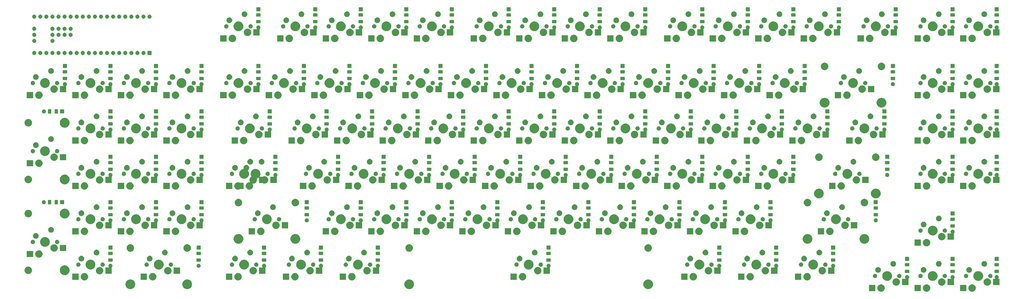
<source format=gbr>
G04 #@! TF.GenerationSoftware,KiCad,Pcbnew,5.1.5+dfsg1-2build2*
G04 #@! TF.CreationDate,2021-04-25T01:13:52+03:00*
G04 #@! TF.ProjectId,mk-ltk-02-pcb,6d6b2d6c-746b-42d3-9032-2d7063622e6b,rev?*
G04 #@! TF.SameCoordinates,Original*
G04 #@! TF.FileFunction,Soldermask,Bot*
G04 #@! TF.FilePolarity,Negative*
%FSLAX46Y46*%
G04 Gerber Fmt 4.6, Leading zero omitted, Abs format (unit mm)*
G04 Created by KiCad (PCBNEW 5.1.5+dfsg1-2build2) date 2021-04-25 01:13:52*
%MOMM*%
%LPD*%
G04 APERTURE LIST*
%ADD10C,0.100000*%
G04 APERTURE END LIST*
D10*
G36*
X416862585Y-198821302D02*
G01*
X417012410Y-198851104D01*
X417294674Y-198968021D01*
X417548705Y-199137759D01*
X417764741Y-199353795D01*
X417934479Y-199607826D01*
X418051396Y-199890090D01*
X418111000Y-200189740D01*
X418111000Y-200495260D01*
X418051396Y-200794910D01*
X417934479Y-201077174D01*
X417764741Y-201331205D01*
X417548705Y-201547241D01*
X417294674Y-201716979D01*
X417012410Y-201833896D01*
X416862585Y-201863698D01*
X416712761Y-201893500D01*
X416407239Y-201893500D01*
X416257415Y-201863698D01*
X416107590Y-201833896D01*
X415825326Y-201716979D01*
X415571295Y-201547241D01*
X415355259Y-201331205D01*
X415185521Y-201077174D01*
X415068604Y-200794910D01*
X415009000Y-200495260D01*
X415009000Y-200189740D01*
X415068604Y-199890090D01*
X415185521Y-199607826D01*
X415355259Y-199353795D01*
X415571295Y-199137759D01*
X415825326Y-198968021D01*
X416107590Y-198851104D01*
X416257415Y-198821302D01*
X416407239Y-198791500D01*
X416712761Y-198791500D01*
X416862585Y-198821302D01*
G37*
G36*
X435912585Y-198821302D02*
G01*
X436062410Y-198851104D01*
X436344674Y-198968021D01*
X436598705Y-199137759D01*
X436814741Y-199353795D01*
X436984479Y-199607826D01*
X437101396Y-199890090D01*
X437161000Y-200189740D01*
X437161000Y-200495260D01*
X437101396Y-200794910D01*
X436984479Y-201077174D01*
X436814741Y-201331205D01*
X436598705Y-201547241D01*
X436344674Y-201716979D01*
X436062410Y-201833896D01*
X435912585Y-201863698D01*
X435762761Y-201893500D01*
X435457239Y-201893500D01*
X435307415Y-201863698D01*
X435157590Y-201833896D01*
X434875326Y-201716979D01*
X434621295Y-201547241D01*
X434405259Y-201331205D01*
X434235521Y-201077174D01*
X434118604Y-200794910D01*
X434059000Y-200495260D01*
X434059000Y-200189740D01*
X434118604Y-199890090D01*
X434235521Y-199607826D01*
X434405259Y-199353795D01*
X434621295Y-199137759D01*
X434875326Y-198968021D01*
X435157590Y-198851104D01*
X435307415Y-198821302D01*
X435457239Y-198791500D01*
X435762761Y-198791500D01*
X435912585Y-198821302D01*
G37*
G36*
X454962585Y-198821302D02*
G01*
X455112410Y-198851104D01*
X455394674Y-198968021D01*
X455648705Y-199137759D01*
X455864741Y-199353795D01*
X456034479Y-199607826D01*
X456151396Y-199890090D01*
X456211000Y-200189740D01*
X456211000Y-200495260D01*
X456151396Y-200794910D01*
X456034479Y-201077174D01*
X455864741Y-201331205D01*
X455648705Y-201547241D01*
X455394674Y-201716979D01*
X455112410Y-201833896D01*
X454962585Y-201863698D01*
X454812761Y-201893500D01*
X454507239Y-201893500D01*
X454357415Y-201863698D01*
X454207590Y-201833896D01*
X453925326Y-201716979D01*
X453671295Y-201547241D01*
X453455259Y-201331205D01*
X453285521Y-201077174D01*
X453168604Y-200794910D01*
X453109000Y-200495260D01*
X453109000Y-200189740D01*
X453168604Y-199890090D01*
X453285521Y-199607826D01*
X453455259Y-199353795D01*
X453671295Y-199137759D01*
X453925326Y-198968021D01*
X454207590Y-198851104D01*
X454357415Y-198821302D01*
X454507239Y-198791500D01*
X454812761Y-198791500D01*
X454962585Y-198821302D01*
G37*
G36*
X452236000Y-201643500D02*
G01*
X449584000Y-201643500D01*
X449584000Y-199041500D01*
X452236000Y-199041500D01*
X452236000Y-201643500D01*
G37*
G36*
X414136000Y-201643500D02*
G01*
X411484000Y-201643500D01*
X411484000Y-199041500D01*
X414136000Y-199041500D01*
X414136000Y-201643500D01*
G37*
G36*
X433186000Y-201643500D02*
G01*
X430534000Y-201643500D01*
X430534000Y-199041500D01*
X433186000Y-199041500D01*
X433186000Y-201643500D01*
G37*
G36*
X319677982Y-196788844D02*
G01*
X319895982Y-196879143D01*
X320050131Y-196942993D01*
X320385056Y-197166783D01*
X320669885Y-197451612D01*
X320893675Y-197786537D01*
X320893675Y-197786538D01*
X321047824Y-198158686D01*
X321126408Y-198553754D01*
X321126408Y-198956566D01*
X321047824Y-199351634D01*
X321046928Y-199353796D01*
X320893675Y-199723783D01*
X320669885Y-200058708D01*
X320385056Y-200343537D01*
X320050131Y-200567327D01*
X319895982Y-200631177D01*
X319677982Y-200721476D01*
X319282914Y-200800060D01*
X318880102Y-200800060D01*
X318485034Y-200721476D01*
X318267034Y-200631177D01*
X318112885Y-200567327D01*
X317777960Y-200343537D01*
X317493131Y-200058708D01*
X317269341Y-199723783D01*
X317116088Y-199353796D01*
X317115192Y-199351634D01*
X317036608Y-198956566D01*
X317036608Y-198553754D01*
X317115192Y-198158686D01*
X317269341Y-197786538D01*
X317269341Y-197786537D01*
X317493131Y-197451612D01*
X317777960Y-197166783D01*
X318112885Y-196942993D01*
X318267034Y-196879143D01*
X318485034Y-196788844D01*
X318880102Y-196710260D01*
X319282914Y-196710260D01*
X319677982Y-196788844D01*
G37*
G36*
X219677918Y-196788844D02*
G01*
X219895918Y-196879143D01*
X220050067Y-196942993D01*
X220384992Y-197166783D01*
X220669821Y-197451612D01*
X220893611Y-197786537D01*
X220893611Y-197786538D01*
X221047760Y-198158686D01*
X221126344Y-198553754D01*
X221126344Y-198956566D01*
X221047760Y-199351634D01*
X221046864Y-199353796D01*
X220893611Y-199723783D01*
X220669821Y-200058708D01*
X220384992Y-200343537D01*
X220050067Y-200567327D01*
X219895918Y-200631177D01*
X219677918Y-200721476D01*
X219282850Y-200800060D01*
X218880038Y-200800060D01*
X218484970Y-200721476D01*
X218266970Y-200631177D01*
X218112821Y-200567327D01*
X217777896Y-200343537D01*
X217493067Y-200058708D01*
X217269277Y-199723783D01*
X217116024Y-199353796D01*
X217115128Y-199351634D01*
X217036544Y-198956566D01*
X217036544Y-198553754D01*
X217115128Y-198158686D01*
X217269277Y-197786538D01*
X217269277Y-197786537D01*
X217493067Y-197451612D01*
X217777896Y-197166783D01*
X218112821Y-196942993D01*
X218266970Y-196879143D01*
X218484970Y-196788844D01*
X218880038Y-196710260D01*
X219282850Y-196710260D01*
X219677918Y-196788844D01*
G37*
G36*
X102996474Y-196788684D02*
G01*
X103214474Y-196878983D01*
X103368623Y-196942833D01*
X103703548Y-197166623D01*
X103988377Y-197451452D01*
X104212167Y-197786377D01*
X104276017Y-197940526D01*
X104366316Y-198158526D01*
X104444900Y-198553594D01*
X104444900Y-198956406D01*
X104366316Y-199351474D01*
X104365354Y-199353796D01*
X104212167Y-199723623D01*
X103988377Y-200058548D01*
X103703548Y-200343377D01*
X103368623Y-200567167D01*
X103214474Y-200631017D01*
X102996474Y-200721316D01*
X102601406Y-200799900D01*
X102198594Y-200799900D01*
X101803526Y-200721316D01*
X101585526Y-200631017D01*
X101431377Y-200567167D01*
X101096452Y-200343377D01*
X100811623Y-200058548D01*
X100587833Y-199723623D01*
X100434646Y-199353796D01*
X100433684Y-199351474D01*
X100355100Y-198956406D01*
X100355100Y-198553594D01*
X100433684Y-198158526D01*
X100523983Y-197940526D01*
X100587833Y-197786377D01*
X100811623Y-197451452D01*
X101096452Y-197166623D01*
X101431377Y-196942833D01*
X101585526Y-196878983D01*
X101803526Y-196788684D01*
X102198594Y-196710100D01*
X102601406Y-196710100D01*
X102996474Y-196788684D01*
G37*
G36*
X126796474Y-196788684D02*
G01*
X127014474Y-196878983D01*
X127168623Y-196942833D01*
X127503548Y-197166623D01*
X127788377Y-197451452D01*
X128012167Y-197786377D01*
X128076017Y-197940526D01*
X128166316Y-198158526D01*
X128244900Y-198553594D01*
X128244900Y-198956406D01*
X128166316Y-199351474D01*
X128165354Y-199353796D01*
X128012167Y-199723623D01*
X127788377Y-200058548D01*
X127503548Y-200343377D01*
X127168623Y-200567167D01*
X127014474Y-200631017D01*
X126796474Y-200721316D01*
X126401406Y-200799900D01*
X125998594Y-200799900D01*
X125603526Y-200721316D01*
X125385526Y-200631017D01*
X125231377Y-200567167D01*
X124896452Y-200343377D01*
X124611623Y-200058548D01*
X124387833Y-199723623D01*
X124234646Y-199353796D01*
X124233684Y-199351474D01*
X124155100Y-198956406D01*
X124155100Y-198553594D01*
X124233684Y-198158526D01*
X124323983Y-197940526D01*
X124387833Y-197786377D01*
X124611623Y-197451452D01*
X124896452Y-197166623D01*
X125231377Y-196942833D01*
X125385526Y-196878983D01*
X125603526Y-196788684D01*
X125998594Y-196710100D01*
X126401406Y-196710100D01*
X126796474Y-196788684D01*
G37*
G36*
X461312223Y-196281230D02*
G01*
X461462410Y-196311104D01*
X461744674Y-196428021D01*
X461998705Y-196597759D01*
X462214741Y-196813795D01*
X462384479Y-197067826D01*
X462501396Y-197350090D01*
X462561000Y-197649740D01*
X462561000Y-197955260D01*
X462501396Y-198254910D01*
X462384479Y-198537174D01*
X462214741Y-198791205D01*
X461998705Y-199007241D01*
X461744674Y-199176979D01*
X461462410Y-199293896D01*
X461312585Y-199323698D01*
X461162761Y-199353500D01*
X460857239Y-199353500D01*
X460707415Y-199323698D01*
X460557590Y-199293896D01*
X460275326Y-199176979D01*
X460021295Y-199007241D01*
X459805259Y-198791205D01*
X459635521Y-198537174D01*
X459518604Y-198254910D01*
X459459000Y-197955260D01*
X459459000Y-197649740D01*
X459518604Y-197350090D01*
X459635521Y-197067826D01*
X459805259Y-196813795D01*
X460021295Y-196597759D01*
X460275326Y-196428021D01*
X460557590Y-196311104D01*
X460707777Y-196281230D01*
X460857239Y-196251500D01*
X461162761Y-196251500D01*
X461312223Y-196281230D01*
G37*
G36*
X423212223Y-196281230D02*
G01*
X423362410Y-196311104D01*
X423644674Y-196428021D01*
X423898705Y-196597759D01*
X424114741Y-196813795D01*
X424284479Y-197067826D01*
X424401396Y-197350090D01*
X424461000Y-197649740D01*
X424461000Y-197955260D01*
X424401396Y-198254910D01*
X424284479Y-198537174D01*
X424114741Y-198791205D01*
X423898705Y-199007241D01*
X423644674Y-199176979D01*
X423362410Y-199293896D01*
X423212585Y-199323698D01*
X423062761Y-199353500D01*
X422757239Y-199353500D01*
X422607415Y-199323698D01*
X422457590Y-199293896D01*
X422175326Y-199176979D01*
X421921295Y-199007241D01*
X421705259Y-198791205D01*
X421535521Y-198537174D01*
X421418604Y-198254910D01*
X421359000Y-197955260D01*
X421359000Y-197649740D01*
X421418604Y-197350090D01*
X421535521Y-197067826D01*
X421705259Y-196813795D01*
X421921295Y-196597759D01*
X422175326Y-196428021D01*
X422457590Y-196311104D01*
X422607777Y-196281230D01*
X422757239Y-196251500D01*
X423062761Y-196251500D01*
X423212223Y-196281230D01*
G37*
G36*
X442262223Y-196281230D02*
G01*
X442412410Y-196311104D01*
X442694674Y-196428021D01*
X442948705Y-196597759D01*
X443164741Y-196813795D01*
X443334479Y-197067826D01*
X443451396Y-197350090D01*
X443511000Y-197649740D01*
X443511000Y-197955260D01*
X443451396Y-198254910D01*
X443334479Y-198537174D01*
X443164741Y-198791205D01*
X442948705Y-199007241D01*
X442694674Y-199176979D01*
X442412410Y-199293896D01*
X442262585Y-199323698D01*
X442112761Y-199353500D01*
X441807239Y-199353500D01*
X441657415Y-199323698D01*
X441507590Y-199293896D01*
X441225326Y-199176979D01*
X440971295Y-199007241D01*
X440755259Y-198791205D01*
X440585521Y-198537174D01*
X440468604Y-198254910D01*
X440409000Y-197955260D01*
X440409000Y-197649740D01*
X440468604Y-197350090D01*
X440585521Y-197067826D01*
X440755259Y-196813795D01*
X440971295Y-196597759D01*
X441225326Y-196428021D01*
X441507590Y-196311104D01*
X441657777Y-196281230D01*
X441807239Y-196251500D01*
X442112761Y-196251500D01*
X442262223Y-196281230D01*
G37*
G36*
X427682603Y-194920453D02*
G01*
X427837475Y-194984603D01*
X427976856Y-195077735D01*
X428095390Y-195196269D01*
X428188522Y-195335650D01*
X428252672Y-195490522D01*
X428285375Y-195654934D01*
X428285375Y-195822566D01*
X428252672Y-195986978D01*
X428188522Y-196141850D01*
X428095390Y-196281231D01*
X428022606Y-196354015D01*
X428007066Y-196372951D01*
X427995515Y-196394562D01*
X427988402Y-196418011D01*
X427986000Y-196442397D01*
X427986000Y-199103500D01*
X425334000Y-199103500D01*
X425334000Y-196501500D01*
X426691855Y-196501500D01*
X426716241Y-196499098D01*
X426739690Y-196491985D01*
X426761301Y-196480434D01*
X426780243Y-196464889D01*
X426795788Y-196445947D01*
X426807339Y-196424336D01*
X426814452Y-196400887D01*
X426816854Y-196376501D01*
X426814452Y-196352115D01*
X426807339Y-196328666D01*
X426795788Y-196307055D01*
X426780248Y-196288119D01*
X426773360Y-196281231D01*
X426680228Y-196141850D01*
X426616078Y-195986978D01*
X426583375Y-195822566D01*
X426583375Y-195654934D01*
X426616078Y-195490522D01*
X426680228Y-195335650D01*
X426773360Y-195196269D01*
X426891894Y-195077735D01*
X427031275Y-194984603D01*
X427186147Y-194920453D01*
X427350559Y-194887750D01*
X427518191Y-194887750D01*
X427682603Y-194920453D01*
G37*
G36*
X465187681Y-194920453D02*
G01*
X465342553Y-194984603D01*
X465481934Y-195077735D01*
X465600468Y-195196269D01*
X465693600Y-195335650D01*
X465757750Y-195490522D01*
X465790453Y-195654934D01*
X465790453Y-195822566D01*
X465757750Y-195986978D01*
X465693600Y-196141850D01*
X465600468Y-196281231D01*
X465593580Y-196288119D01*
X465578040Y-196307055D01*
X465566489Y-196328666D01*
X465559376Y-196352115D01*
X465556974Y-196376501D01*
X465559376Y-196400887D01*
X465566489Y-196424336D01*
X465578040Y-196445947D01*
X465593585Y-196464889D01*
X465612527Y-196480434D01*
X465634138Y-196491985D01*
X465657587Y-196499098D01*
X465681973Y-196501500D01*
X466086000Y-196501500D01*
X466086000Y-199103500D01*
X463434000Y-199103500D01*
X463434000Y-196501500D01*
X464196933Y-196501500D01*
X464221319Y-196499098D01*
X464244768Y-196491985D01*
X464266379Y-196480434D01*
X464285321Y-196464889D01*
X464300866Y-196445947D01*
X464312417Y-196424336D01*
X464319530Y-196400887D01*
X464321932Y-196376501D01*
X464319530Y-196352115D01*
X464312417Y-196328666D01*
X464300866Y-196307055D01*
X464285326Y-196288119D01*
X464278438Y-196281231D01*
X464185306Y-196141850D01*
X464121156Y-195986978D01*
X464088453Y-195822566D01*
X464088453Y-195654934D01*
X464121156Y-195490522D01*
X464185306Y-195335650D01*
X464278438Y-195196269D01*
X464396972Y-195077735D01*
X464536353Y-194984603D01*
X464691225Y-194920453D01*
X464855637Y-194887750D01*
X465023269Y-194887750D01*
X465187681Y-194920453D01*
G37*
G36*
X446732603Y-194920453D02*
G01*
X446887475Y-194984603D01*
X447026856Y-195077735D01*
X447145390Y-195196269D01*
X447238522Y-195335650D01*
X447302672Y-195490522D01*
X447335375Y-195654934D01*
X447335375Y-195822566D01*
X447302672Y-195986978D01*
X447238522Y-196141850D01*
X447145390Y-196281231D01*
X447072606Y-196354015D01*
X447057066Y-196372951D01*
X447045515Y-196394562D01*
X447038402Y-196418011D01*
X447036000Y-196442397D01*
X447036000Y-199103500D01*
X444384000Y-199103500D01*
X444384000Y-196501500D01*
X445741855Y-196501500D01*
X445766241Y-196499098D01*
X445789690Y-196491985D01*
X445811301Y-196480434D01*
X445830243Y-196464889D01*
X445845788Y-196445947D01*
X445857339Y-196424336D01*
X445864452Y-196400887D01*
X445866854Y-196376501D01*
X445864452Y-196352115D01*
X445857339Y-196328666D01*
X445845788Y-196307055D01*
X445830248Y-196288119D01*
X445823360Y-196281231D01*
X445730228Y-196141850D01*
X445666078Y-195986978D01*
X445633375Y-195822566D01*
X445633375Y-195654934D01*
X445666078Y-195490522D01*
X445730228Y-195335650D01*
X445823360Y-195196269D01*
X445941894Y-195077735D01*
X446081275Y-194984603D01*
X446236147Y-194920453D01*
X446400559Y-194887750D01*
X446568191Y-194887750D01*
X446732603Y-194920453D01*
G37*
G36*
X457796474Y-193296184D02*
G01*
X458014474Y-193386483D01*
X458168623Y-193450333D01*
X458503548Y-193674123D01*
X458788377Y-193958952D01*
X459012167Y-194293877D01*
X459062122Y-194414479D01*
X459166316Y-194666026D01*
X459244900Y-195061094D01*
X459244900Y-195463906D01*
X459166316Y-195858974D01*
X459094477Y-196032409D01*
X459012167Y-196231123D01*
X458788377Y-196566048D01*
X458503548Y-196850877D01*
X458168623Y-197074667D01*
X458032622Y-197131000D01*
X457796474Y-197228816D01*
X457401406Y-197307400D01*
X456998594Y-197307400D01*
X456603526Y-197228816D01*
X456367378Y-197131000D01*
X456231377Y-197074667D01*
X455896452Y-196850877D01*
X455611623Y-196566048D01*
X455387833Y-196231123D01*
X455305523Y-196032409D01*
X455233684Y-195858974D01*
X455155100Y-195463906D01*
X455155100Y-195061094D01*
X455233684Y-194666026D01*
X455337878Y-194414479D01*
X455387833Y-194293877D01*
X455611623Y-193958952D01*
X455896452Y-193674123D01*
X456231377Y-193450333D01*
X456385526Y-193386483D01*
X456603526Y-193296184D01*
X456998594Y-193217600D01*
X457401406Y-193217600D01*
X457796474Y-193296184D01*
G37*
G36*
X438746474Y-193296184D02*
G01*
X438964474Y-193386483D01*
X439118623Y-193450333D01*
X439453548Y-193674123D01*
X439738377Y-193958952D01*
X439962167Y-194293877D01*
X440012122Y-194414479D01*
X440116316Y-194666026D01*
X440194900Y-195061094D01*
X440194900Y-195463906D01*
X440116316Y-195858974D01*
X440044477Y-196032409D01*
X439962167Y-196231123D01*
X439738377Y-196566048D01*
X439453548Y-196850877D01*
X439118623Y-197074667D01*
X438982622Y-197131000D01*
X438746474Y-197228816D01*
X438351406Y-197307400D01*
X437948594Y-197307400D01*
X437553526Y-197228816D01*
X437317378Y-197131000D01*
X437181377Y-197074667D01*
X436846452Y-196850877D01*
X436561623Y-196566048D01*
X436337833Y-196231123D01*
X436255523Y-196032409D01*
X436183684Y-195858974D01*
X436105100Y-195463906D01*
X436105100Y-195061094D01*
X436183684Y-194666026D01*
X436287878Y-194414479D01*
X436337833Y-194293877D01*
X436561623Y-193958952D01*
X436846452Y-193674123D01*
X437181377Y-193450333D01*
X437335526Y-193386483D01*
X437553526Y-193296184D01*
X437948594Y-193217600D01*
X438351406Y-193217600D01*
X438746474Y-193296184D01*
G37*
G36*
X419696474Y-193296184D02*
G01*
X419914474Y-193386483D01*
X420068623Y-193450333D01*
X420403548Y-193674123D01*
X420688377Y-193958952D01*
X420912167Y-194293877D01*
X420962122Y-194414479D01*
X421066316Y-194666026D01*
X421144900Y-195061094D01*
X421144900Y-195463906D01*
X421066316Y-195858974D01*
X420994477Y-196032409D01*
X420912167Y-196231123D01*
X420688377Y-196566048D01*
X420403548Y-196850877D01*
X420068623Y-197074667D01*
X419932622Y-197131000D01*
X419696474Y-197228816D01*
X419301406Y-197307400D01*
X418898594Y-197307400D01*
X418503526Y-197228816D01*
X418267378Y-197131000D01*
X418131377Y-197074667D01*
X417796452Y-196850877D01*
X417511623Y-196566048D01*
X417287833Y-196231123D01*
X417205523Y-196032409D01*
X417133684Y-195858974D01*
X417055100Y-195463906D01*
X417055100Y-195061094D01*
X417133684Y-194666026D01*
X417237878Y-194414479D01*
X417287833Y-194293877D01*
X417511623Y-193958952D01*
X417796452Y-193674123D01*
X418131377Y-193450333D01*
X418285526Y-193386483D01*
X418503526Y-193296184D01*
X418898594Y-193217600D01*
X419301406Y-193217600D01*
X419696474Y-193296184D01*
G37*
G36*
X385906335Y-194058802D02*
G01*
X386056160Y-194088604D01*
X386338424Y-194205521D01*
X386592455Y-194375259D01*
X386808491Y-194591295D01*
X386978229Y-194845326D01*
X387095146Y-195127590D01*
X387154750Y-195427240D01*
X387154750Y-195732760D01*
X387095146Y-196032410D01*
X386978229Y-196314674D01*
X386808491Y-196568705D01*
X386592455Y-196784741D01*
X386338424Y-196954479D01*
X386056160Y-197071396D01*
X385906335Y-197101198D01*
X385756511Y-197131000D01*
X385450989Y-197131000D01*
X385301165Y-197101198D01*
X385151340Y-197071396D01*
X384869076Y-196954479D01*
X384615045Y-196784741D01*
X384399009Y-196568705D01*
X384229271Y-196314674D01*
X384112354Y-196032410D01*
X384052750Y-195732760D01*
X384052750Y-195427240D01*
X384112354Y-195127590D01*
X384229271Y-194845326D01*
X384399009Y-194591295D01*
X384615045Y-194375259D01*
X384869076Y-194205521D01*
X385151340Y-194088604D01*
X385301165Y-194058802D01*
X385450989Y-194029000D01*
X385756511Y-194029000D01*
X385906335Y-194058802D01*
G37*
G36*
X83487585Y-194058802D02*
G01*
X83637410Y-194088604D01*
X83919674Y-194205521D01*
X84173705Y-194375259D01*
X84389741Y-194591295D01*
X84559479Y-194845326D01*
X84676396Y-195127590D01*
X84736000Y-195427240D01*
X84736000Y-195732760D01*
X84676396Y-196032410D01*
X84559479Y-196314674D01*
X84389741Y-196568705D01*
X84173705Y-196784741D01*
X83919674Y-196954479D01*
X83637410Y-197071396D01*
X83487585Y-197101198D01*
X83337761Y-197131000D01*
X83032239Y-197131000D01*
X82882415Y-197101198D01*
X82732590Y-197071396D01*
X82450326Y-196954479D01*
X82196295Y-196784741D01*
X81980259Y-196568705D01*
X81810521Y-196314674D01*
X81693604Y-196032410D01*
X81634000Y-195732760D01*
X81634000Y-195427240D01*
X81693604Y-195127590D01*
X81810521Y-194845326D01*
X81980259Y-194591295D01*
X82196295Y-194375259D01*
X82450326Y-194205521D01*
X82732590Y-194088604D01*
X82882415Y-194058802D01*
X83032239Y-194029000D01*
X83337761Y-194029000D01*
X83487585Y-194058802D01*
G37*
G36*
X112062585Y-194058802D02*
G01*
X112212410Y-194088604D01*
X112494674Y-194205521D01*
X112748705Y-194375259D01*
X112964741Y-194591295D01*
X113134479Y-194845326D01*
X113251396Y-195127590D01*
X113311000Y-195427240D01*
X113311000Y-195732760D01*
X113251396Y-196032410D01*
X113134479Y-196314674D01*
X112964741Y-196568705D01*
X112748705Y-196784741D01*
X112494674Y-196954479D01*
X112212410Y-197071396D01*
X112062585Y-197101198D01*
X111912761Y-197131000D01*
X111607239Y-197131000D01*
X111457415Y-197101198D01*
X111307590Y-197071396D01*
X111025326Y-196954479D01*
X110771295Y-196784741D01*
X110555259Y-196568705D01*
X110385521Y-196314674D01*
X110268604Y-196032410D01*
X110209000Y-195732760D01*
X110209000Y-195427240D01*
X110268604Y-195127590D01*
X110385521Y-194845326D01*
X110555259Y-194591295D01*
X110771295Y-194375259D01*
X111025326Y-194205521D01*
X111307590Y-194088604D01*
X111457415Y-194058802D01*
X111607239Y-194029000D01*
X111912761Y-194029000D01*
X112062585Y-194058802D01*
G37*
G36*
X147781335Y-194058802D02*
G01*
X147931160Y-194088604D01*
X148213424Y-194205521D01*
X148467455Y-194375259D01*
X148683491Y-194591295D01*
X148853229Y-194845326D01*
X148970146Y-195127590D01*
X149029750Y-195427240D01*
X149029750Y-195732760D01*
X148970146Y-196032410D01*
X148853229Y-196314674D01*
X148683491Y-196568705D01*
X148467455Y-196784741D01*
X148213424Y-196954479D01*
X147931160Y-197071396D01*
X147781335Y-197101198D01*
X147631511Y-197131000D01*
X147325989Y-197131000D01*
X147176165Y-197101198D01*
X147026340Y-197071396D01*
X146744076Y-196954479D01*
X146490045Y-196784741D01*
X146274009Y-196568705D01*
X146104271Y-196314674D01*
X145987354Y-196032410D01*
X145927750Y-195732760D01*
X145927750Y-195427240D01*
X145987354Y-195127590D01*
X146104271Y-194845326D01*
X146274009Y-194591295D01*
X146490045Y-194375259D01*
X146744076Y-194205521D01*
X147026340Y-194088604D01*
X147176165Y-194058802D01*
X147325989Y-194029000D01*
X147631511Y-194029000D01*
X147781335Y-194058802D01*
G37*
G36*
X195406335Y-194058802D02*
G01*
X195556160Y-194088604D01*
X195838424Y-194205521D01*
X196092455Y-194375259D01*
X196308491Y-194591295D01*
X196478229Y-194845326D01*
X196595146Y-195127590D01*
X196654750Y-195427240D01*
X196654750Y-195732760D01*
X196595146Y-196032410D01*
X196478229Y-196314674D01*
X196308491Y-196568705D01*
X196092455Y-196784741D01*
X195838424Y-196954479D01*
X195556160Y-197071396D01*
X195406335Y-197101198D01*
X195256511Y-197131000D01*
X194950989Y-197131000D01*
X194801165Y-197101198D01*
X194651340Y-197071396D01*
X194369076Y-196954479D01*
X194115045Y-196784741D01*
X193899009Y-196568705D01*
X193729271Y-196314674D01*
X193612354Y-196032410D01*
X193552750Y-195732760D01*
X193552750Y-195427240D01*
X193612354Y-195127590D01*
X193729271Y-194845326D01*
X193899009Y-194591295D01*
X194115045Y-194375259D01*
X194369076Y-194205521D01*
X194651340Y-194088604D01*
X194801165Y-194058802D01*
X194950989Y-194029000D01*
X195256511Y-194029000D01*
X195406335Y-194058802D01*
G37*
G36*
X266843835Y-194058802D02*
G01*
X266993660Y-194088604D01*
X267275924Y-194205521D01*
X267529955Y-194375259D01*
X267745991Y-194591295D01*
X267915729Y-194845326D01*
X268032646Y-195127590D01*
X268092250Y-195427240D01*
X268092250Y-195732760D01*
X268032646Y-196032410D01*
X267915729Y-196314674D01*
X267745991Y-196568705D01*
X267529955Y-196784741D01*
X267275924Y-196954479D01*
X266993660Y-197071396D01*
X266843835Y-197101198D01*
X266694011Y-197131000D01*
X266388489Y-197131000D01*
X266238665Y-197101198D01*
X266088840Y-197071396D01*
X265806576Y-196954479D01*
X265552545Y-196784741D01*
X265336509Y-196568705D01*
X265166771Y-196314674D01*
X265049854Y-196032410D01*
X264990250Y-195732760D01*
X264990250Y-195427240D01*
X265049854Y-195127590D01*
X265166771Y-194845326D01*
X265336509Y-194591295D01*
X265552545Y-194375259D01*
X265806576Y-194205521D01*
X266088840Y-194088604D01*
X266238665Y-194058802D01*
X266388489Y-194029000D01*
X266694011Y-194029000D01*
X266843835Y-194058802D01*
G37*
G36*
X362093835Y-194058802D02*
G01*
X362243660Y-194088604D01*
X362525924Y-194205521D01*
X362779955Y-194375259D01*
X362995991Y-194591295D01*
X363165729Y-194845326D01*
X363282646Y-195127590D01*
X363342250Y-195427240D01*
X363342250Y-195732760D01*
X363282646Y-196032410D01*
X363165729Y-196314674D01*
X362995991Y-196568705D01*
X362779955Y-196784741D01*
X362525924Y-196954479D01*
X362243660Y-197071396D01*
X362093835Y-197101198D01*
X361944011Y-197131000D01*
X361638489Y-197131000D01*
X361488665Y-197101198D01*
X361338840Y-197071396D01*
X361056576Y-196954479D01*
X360802545Y-196784741D01*
X360586509Y-196568705D01*
X360416771Y-196314674D01*
X360299854Y-196032410D01*
X360240250Y-195732760D01*
X360240250Y-195427240D01*
X360299854Y-195127590D01*
X360416771Y-194845326D01*
X360586509Y-194591295D01*
X360802545Y-194375259D01*
X361056576Y-194205521D01*
X361338840Y-194088604D01*
X361488665Y-194058802D01*
X361638489Y-194029000D01*
X361944011Y-194029000D01*
X362093835Y-194058802D01*
G37*
G36*
X338281335Y-194058802D02*
G01*
X338431160Y-194088604D01*
X338713424Y-194205521D01*
X338967455Y-194375259D01*
X339183491Y-194591295D01*
X339353229Y-194845326D01*
X339470146Y-195127590D01*
X339529750Y-195427240D01*
X339529750Y-195732760D01*
X339470146Y-196032410D01*
X339353229Y-196314674D01*
X339183491Y-196568705D01*
X338967455Y-196784741D01*
X338713424Y-196954479D01*
X338431160Y-197071396D01*
X338281335Y-197101198D01*
X338131511Y-197131000D01*
X337825989Y-197131000D01*
X337676165Y-197101198D01*
X337526340Y-197071396D01*
X337244076Y-196954479D01*
X336990045Y-196784741D01*
X336774009Y-196568705D01*
X336604271Y-196314674D01*
X336487354Y-196032410D01*
X336427750Y-195732760D01*
X336427750Y-195427240D01*
X336487354Y-195127590D01*
X336604271Y-194845326D01*
X336774009Y-194591295D01*
X336990045Y-194375259D01*
X337244076Y-194205521D01*
X337526340Y-194088604D01*
X337676165Y-194058802D01*
X337825989Y-194029000D01*
X338131511Y-194029000D01*
X338281335Y-194058802D01*
G37*
G36*
X171593835Y-194058802D02*
G01*
X171743660Y-194088604D01*
X172025924Y-194205521D01*
X172279955Y-194375259D01*
X172495991Y-194591295D01*
X172665729Y-194845326D01*
X172782646Y-195127590D01*
X172842250Y-195427240D01*
X172842250Y-195732760D01*
X172782646Y-196032410D01*
X172665729Y-196314674D01*
X172495991Y-196568705D01*
X172279955Y-196784741D01*
X172025924Y-196954479D01*
X171743660Y-197071396D01*
X171593835Y-197101198D01*
X171444011Y-197131000D01*
X171138489Y-197131000D01*
X170988665Y-197101198D01*
X170838840Y-197071396D01*
X170556576Y-196954479D01*
X170302545Y-196784741D01*
X170086509Y-196568705D01*
X169916771Y-196314674D01*
X169799854Y-196032410D01*
X169740250Y-195732760D01*
X169740250Y-195427240D01*
X169799854Y-195127590D01*
X169916771Y-194845326D01*
X170086509Y-194591295D01*
X170302545Y-194375259D01*
X170556576Y-194205521D01*
X170838840Y-194088604D01*
X170988665Y-194058802D01*
X171138489Y-194029000D01*
X171444011Y-194029000D01*
X171593835Y-194058802D01*
G37*
G36*
X264117250Y-196881000D02*
G01*
X261465250Y-196881000D01*
X261465250Y-194279000D01*
X264117250Y-194279000D01*
X264117250Y-196881000D01*
G37*
G36*
X359367250Y-196881000D02*
G01*
X356715250Y-196881000D01*
X356715250Y-194279000D01*
X359367250Y-194279000D01*
X359367250Y-196881000D01*
G37*
G36*
X192679750Y-196881000D02*
G01*
X190027750Y-196881000D01*
X190027750Y-194279000D01*
X192679750Y-194279000D01*
X192679750Y-196881000D01*
G37*
G36*
X168867250Y-196881000D02*
G01*
X166215250Y-196881000D01*
X166215250Y-194279000D01*
X168867250Y-194279000D01*
X168867250Y-196881000D01*
G37*
G36*
X109336000Y-196881000D02*
G01*
X106684000Y-196881000D01*
X106684000Y-194279000D01*
X109336000Y-194279000D01*
X109336000Y-196881000D01*
G37*
G36*
X80761000Y-196881000D02*
G01*
X78109000Y-196881000D01*
X78109000Y-194279000D01*
X80761000Y-194279000D01*
X80761000Y-196881000D01*
G37*
G36*
X335554750Y-196881000D02*
G01*
X332902750Y-196881000D01*
X332902750Y-194279000D01*
X335554750Y-194279000D01*
X335554750Y-196881000D01*
G37*
G36*
X383179750Y-196881000D02*
G01*
X380527750Y-196881000D01*
X380527750Y-194279000D01*
X383179750Y-194279000D01*
X383179750Y-196881000D01*
G37*
G36*
X145054750Y-196881000D02*
G01*
X142402750Y-196881000D01*
X142402750Y-194279000D01*
X145054750Y-194279000D01*
X145054750Y-196881000D01*
G37*
G36*
X443405952Y-194377930D02*
G01*
X443493075Y-194395259D01*
X443602498Y-194440584D01*
X443657211Y-194463247D01*
X443803933Y-194561283D01*
X443804928Y-194561948D01*
X443930552Y-194687572D01*
X443930554Y-194687575D01*
X444029253Y-194835289D01*
X444029253Y-194835290D01*
X444097241Y-194999425D01*
X444131900Y-195173671D01*
X444131900Y-195351329D01*
X444097241Y-195525575D01*
X444051916Y-195634998D01*
X444029253Y-195689711D01*
X444000488Y-195732761D01*
X443930552Y-195837428D01*
X443804928Y-195963052D01*
X443804925Y-195963054D01*
X443657211Y-196061753D01*
X443602498Y-196084416D01*
X443493075Y-196129741D01*
X443405952Y-196147071D01*
X443318831Y-196164400D01*
X443141169Y-196164400D01*
X443054048Y-196147071D01*
X442966925Y-196129741D01*
X442857502Y-196084416D01*
X442802789Y-196061753D01*
X442655075Y-195963054D01*
X442655072Y-195963052D01*
X442529448Y-195837428D01*
X442459512Y-195732761D01*
X442430747Y-195689711D01*
X442408084Y-195634998D01*
X442362759Y-195525575D01*
X442328100Y-195351329D01*
X442328100Y-195173671D01*
X442362759Y-194999425D01*
X442430747Y-194835290D01*
X442430747Y-194835289D01*
X442529446Y-194687575D01*
X442529448Y-194687572D01*
X442655072Y-194561948D01*
X442656067Y-194561283D01*
X442802789Y-194463247D01*
X442857502Y-194440584D01*
X442966925Y-194395259D01*
X443054048Y-194377930D01*
X443141169Y-194360600D01*
X443318831Y-194360600D01*
X443405952Y-194377930D01*
G37*
G36*
X462455952Y-194377930D02*
G01*
X462543075Y-194395259D01*
X462652498Y-194440584D01*
X462707211Y-194463247D01*
X462853933Y-194561283D01*
X462854928Y-194561948D01*
X462980552Y-194687572D01*
X462980554Y-194687575D01*
X463079253Y-194835289D01*
X463079253Y-194835290D01*
X463147241Y-194999425D01*
X463181900Y-195173671D01*
X463181900Y-195351329D01*
X463147241Y-195525575D01*
X463101916Y-195634998D01*
X463079253Y-195689711D01*
X463050488Y-195732761D01*
X462980552Y-195837428D01*
X462854928Y-195963052D01*
X462854925Y-195963054D01*
X462707211Y-196061753D01*
X462652498Y-196084416D01*
X462543075Y-196129741D01*
X462455952Y-196147071D01*
X462368831Y-196164400D01*
X462191169Y-196164400D01*
X462104048Y-196147071D01*
X462016925Y-196129741D01*
X461907502Y-196084416D01*
X461852789Y-196061753D01*
X461705075Y-195963054D01*
X461705072Y-195963052D01*
X461579448Y-195837428D01*
X461509512Y-195732761D01*
X461480747Y-195689711D01*
X461458084Y-195634998D01*
X461412759Y-195525575D01*
X461378100Y-195351329D01*
X461378100Y-195173671D01*
X461412759Y-194999425D01*
X461480747Y-194835290D01*
X461480747Y-194835289D01*
X461579446Y-194687575D01*
X461579448Y-194687572D01*
X461705072Y-194561948D01*
X461706067Y-194561283D01*
X461852789Y-194463247D01*
X461907502Y-194440584D01*
X462016925Y-194395259D01*
X462104048Y-194377930D01*
X462191169Y-194360600D01*
X462368831Y-194360600D01*
X462455952Y-194377930D01*
G37*
G36*
X452295952Y-194377930D02*
G01*
X452383075Y-194395259D01*
X452492498Y-194440584D01*
X452547211Y-194463247D01*
X452693933Y-194561283D01*
X452694928Y-194561948D01*
X452820552Y-194687572D01*
X452820554Y-194687575D01*
X452919253Y-194835289D01*
X452919253Y-194835290D01*
X452987241Y-194999425D01*
X453021900Y-195173671D01*
X453021900Y-195351329D01*
X452987241Y-195525575D01*
X452941916Y-195634998D01*
X452919253Y-195689711D01*
X452890488Y-195732761D01*
X452820552Y-195837428D01*
X452694928Y-195963052D01*
X452694925Y-195963054D01*
X452547211Y-196061753D01*
X452492498Y-196084416D01*
X452383075Y-196129741D01*
X452295952Y-196147071D01*
X452208831Y-196164400D01*
X452031169Y-196164400D01*
X451944048Y-196147071D01*
X451856925Y-196129741D01*
X451747502Y-196084416D01*
X451692789Y-196061753D01*
X451545075Y-195963054D01*
X451545072Y-195963052D01*
X451419448Y-195837428D01*
X451349512Y-195732761D01*
X451320747Y-195689711D01*
X451298084Y-195634998D01*
X451252759Y-195525575D01*
X451218100Y-195351329D01*
X451218100Y-195173671D01*
X451252759Y-194999425D01*
X451320747Y-194835290D01*
X451320747Y-194835289D01*
X451419446Y-194687575D01*
X451419448Y-194687572D01*
X451545072Y-194561948D01*
X451546067Y-194561283D01*
X451692789Y-194463247D01*
X451747502Y-194440584D01*
X451856925Y-194395259D01*
X451944048Y-194377930D01*
X452031169Y-194360600D01*
X452208831Y-194360600D01*
X452295952Y-194377930D01*
G37*
G36*
X424355952Y-194377930D02*
G01*
X424443075Y-194395259D01*
X424552498Y-194440584D01*
X424607211Y-194463247D01*
X424753933Y-194561283D01*
X424754928Y-194561948D01*
X424880552Y-194687572D01*
X424880554Y-194687575D01*
X424979253Y-194835289D01*
X424979253Y-194835290D01*
X425047241Y-194999425D01*
X425081900Y-195173671D01*
X425081900Y-195351329D01*
X425047241Y-195525575D01*
X425001916Y-195634998D01*
X424979253Y-195689711D01*
X424950488Y-195732761D01*
X424880552Y-195837428D01*
X424754928Y-195963052D01*
X424754925Y-195963054D01*
X424607211Y-196061753D01*
X424552498Y-196084416D01*
X424443075Y-196129741D01*
X424355952Y-196147071D01*
X424268831Y-196164400D01*
X424091169Y-196164400D01*
X424004048Y-196147071D01*
X423916925Y-196129741D01*
X423807502Y-196084416D01*
X423752789Y-196061753D01*
X423605075Y-195963054D01*
X423605072Y-195963052D01*
X423479448Y-195837428D01*
X423409512Y-195732761D01*
X423380747Y-195689711D01*
X423358084Y-195634998D01*
X423312759Y-195525575D01*
X423278100Y-195351329D01*
X423278100Y-195173671D01*
X423312759Y-194999425D01*
X423380747Y-194835290D01*
X423380747Y-194835289D01*
X423479446Y-194687575D01*
X423479448Y-194687572D01*
X423605072Y-194561948D01*
X423606067Y-194561283D01*
X423752789Y-194463247D01*
X423807502Y-194440584D01*
X423916925Y-194395259D01*
X424004048Y-194377930D01*
X424091169Y-194360600D01*
X424268831Y-194360600D01*
X424355952Y-194377930D01*
G37*
G36*
X414195952Y-194377930D02*
G01*
X414283075Y-194395259D01*
X414392498Y-194440584D01*
X414447211Y-194463247D01*
X414593933Y-194561283D01*
X414594928Y-194561948D01*
X414720552Y-194687572D01*
X414720554Y-194687575D01*
X414819253Y-194835289D01*
X414819253Y-194835290D01*
X414887241Y-194999425D01*
X414921900Y-195173671D01*
X414921900Y-195351329D01*
X414887241Y-195525575D01*
X414841916Y-195634998D01*
X414819253Y-195689711D01*
X414790488Y-195732761D01*
X414720552Y-195837428D01*
X414594928Y-195963052D01*
X414594925Y-195963054D01*
X414447211Y-196061753D01*
X414392498Y-196084416D01*
X414283075Y-196129741D01*
X414195952Y-196147071D01*
X414108831Y-196164400D01*
X413931169Y-196164400D01*
X413844048Y-196147071D01*
X413756925Y-196129741D01*
X413647502Y-196084416D01*
X413592789Y-196061753D01*
X413445075Y-195963054D01*
X413445072Y-195963052D01*
X413319448Y-195837428D01*
X413249512Y-195732761D01*
X413220747Y-195689711D01*
X413198084Y-195634998D01*
X413152759Y-195525575D01*
X413118100Y-195351329D01*
X413118100Y-195173671D01*
X413152759Y-194999425D01*
X413220747Y-194835290D01*
X413220747Y-194835289D01*
X413319446Y-194687575D01*
X413319448Y-194687572D01*
X413445072Y-194561948D01*
X413446067Y-194561283D01*
X413592789Y-194463247D01*
X413647502Y-194440584D01*
X413756925Y-194395259D01*
X413844048Y-194377930D01*
X413931169Y-194360600D01*
X414108831Y-194360600D01*
X414195952Y-194377930D01*
G37*
G36*
X433245952Y-194377930D02*
G01*
X433333075Y-194395259D01*
X433442498Y-194440584D01*
X433497211Y-194463247D01*
X433643933Y-194561283D01*
X433644928Y-194561948D01*
X433770552Y-194687572D01*
X433770554Y-194687575D01*
X433869253Y-194835289D01*
X433869253Y-194835290D01*
X433937241Y-194999425D01*
X433971900Y-195173671D01*
X433971900Y-195351329D01*
X433937241Y-195525575D01*
X433891916Y-195634998D01*
X433869253Y-195689711D01*
X433840488Y-195732761D01*
X433770552Y-195837428D01*
X433644928Y-195963052D01*
X433644925Y-195963054D01*
X433497211Y-196061753D01*
X433442498Y-196084416D01*
X433333075Y-196129741D01*
X433245952Y-196147071D01*
X433158831Y-196164400D01*
X432981169Y-196164400D01*
X432894048Y-196147071D01*
X432806925Y-196129741D01*
X432697502Y-196084416D01*
X432642789Y-196061753D01*
X432495075Y-195963054D01*
X432495072Y-195963052D01*
X432369448Y-195837428D01*
X432299512Y-195732761D01*
X432270747Y-195689711D01*
X432248084Y-195634998D01*
X432202759Y-195525575D01*
X432168100Y-195351329D01*
X432168100Y-195173671D01*
X432202759Y-194999425D01*
X432270747Y-194835290D01*
X432270747Y-194835289D01*
X432369446Y-194687575D01*
X432369448Y-194687572D01*
X432495072Y-194561948D01*
X432496067Y-194561283D01*
X432642789Y-194463247D01*
X432697502Y-194440584D01*
X432806925Y-194395259D01*
X432894048Y-194377930D01*
X432981169Y-194360600D01*
X433158831Y-194360600D01*
X433245952Y-194377930D01*
G37*
G36*
X75526474Y-190908684D02*
G01*
X75715791Y-190987102D01*
X75898623Y-191062833D01*
X76233548Y-191286623D01*
X76518377Y-191571452D01*
X76742167Y-191906377D01*
X76802194Y-192051295D01*
X76896316Y-192278526D01*
X76974900Y-192673594D01*
X76974900Y-193076406D01*
X76896316Y-193471474D01*
X76834363Y-193621041D01*
X76742167Y-193843623D01*
X76518377Y-194178548D01*
X76233548Y-194463377D01*
X75898623Y-194687167D01*
X75744474Y-194751017D01*
X75526474Y-194841316D01*
X75131406Y-194919900D01*
X74728594Y-194919900D01*
X74333526Y-194841316D01*
X74115526Y-194751017D01*
X73961377Y-194687167D01*
X73626452Y-194463377D01*
X73341623Y-194178548D01*
X73117833Y-193843623D01*
X73025637Y-193621041D01*
X72963684Y-193471474D01*
X72885100Y-193076406D01*
X72885100Y-192673594D01*
X72963684Y-192278526D01*
X73057806Y-192051295D01*
X73117833Y-191906377D01*
X73341623Y-191571452D01*
X73626452Y-191286623D01*
X73961377Y-191062833D01*
X74144209Y-190987102D01*
X74333526Y-190908684D01*
X74728594Y-190830100D01*
X75131406Y-190830100D01*
X75526474Y-190908684D01*
G37*
G36*
X344630973Y-191518730D02*
G01*
X344781160Y-191548604D01*
X345063424Y-191665521D01*
X345317455Y-191835259D01*
X345533491Y-192051295D01*
X345703229Y-192305326D01*
X345802463Y-192544900D01*
X345820146Y-192587591D01*
X345879750Y-192887239D01*
X345879750Y-193192761D01*
X345859178Y-193296184D01*
X345820146Y-193492410D01*
X345703229Y-193774674D01*
X345533491Y-194028705D01*
X345317455Y-194244741D01*
X345063424Y-194414479D01*
X344781160Y-194531396D01*
X344631335Y-194561198D01*
X344481511Y-194591000D01*
X344175989Y-194591000D01*
X344026165Y-194561198D01*
X343876340Y-194531396D01*
X343594076Y-194414479D01*
X343340045Y-194244741D01*
X343124009Y-194028705D01*
X342954271Y-193774674D01*
X342837354Y-193492410D01*
X342798322Y-193296184D01*
X342777750Y-193192761D01*
X342777750Y-192887239D01*
X342837354Y-192587591D01*
X342855037Y-192544900D01*
X342954271Y-192305326D01*
X343124009Y-192051295D01*
X343340045Y-191835259D01*
X343594076Y-191665521D01*
X343876340Y-191548604D01*
X344026527Y-191518730D01*
X344175989Y-191489000D01*
X344481511Y-191489000D01*
X344630973Y-191518730D01*
G37*
G36*
X392255973Y-191518730D02*
G01*
X392406160Y-191548604D01*
X392688424Y-191665521D01*
X392942455Y-191835259D01*
X393158491Y-192051295D01*
X393328229Y-192305326D01*
X393427463Y-192544900D01*
X393445146Y-192587591D01*
X393504750Y-192887239D01*
X393504750Y-193192761D01*
X393484178Y-193296184D01*
X393445146Y-193492410D01*
X393328229Y-193774674D01*
X393158491Y-194028705D01*
X392942455Y-194244741D01*
X392688424Y-194414479D01*
X392406160Y-194531396D01*
X392256335Y-194561198D01*
X392106511Y-194591000D01*
X391800989Y-194591000D01*
X391651165Y-194561198D01*
X391501340Y-194531396D01*
X391219076Y-194414479D01*
X390965045Y-194244741D01*
X390749009Y-194028705D01*
X390579271Y-193774674D01*
X390462354Y-193492410D01*
X390423322Y-193296184D01*
X390402750Y-193192761D01*
X390402750Y-192887239D01*
X390462354Y-192587591D01*
X390480037Y-192544900D01*
X390579271Y-192305326D01*
X390749009Y-192051295D01*
X390965045Y-191835259D01*
X391219076Y-191665521D01*
X391501340Y-191548604D01*
X391651527Y-191518730D01*
X391800989Y-191489000D01*
X392106511Y-191489000D01*
X392255973Y-191518730D01*
G37*
G36*
X118412223Y-191518730D02*
G01*
X118562410Y-191548604D01*
X118844674Y-191665521D01*
X119098705Y-191835259D01*
X119314741Y-192051295D01*
X119484479Y-192305326D01*
X119583713Y-192544900D01*
X119601396Y-192587591D01*
X119661000Y-192887239D01*
X119661000Y-193192761D01*
X119640428Y-193296184D01*
X119601396Y-193492410D01*
X119484479Y-193774674D01*
X119314741Y-194028705D01*
X119098705Y-194244741D01*
X118844674Y-194414479D01*
X118562410Y-194531396D01*
X118412585Y-194561198D01*
X118262761Y-194591000D01*
X117957239Y-194591000D01*
X117807415Y-194561198D01*
X117657590Y-194531396D01*
X117375326Y-194414479D01*
X117121295Y-194244741D01*
X116905259Y-194028705D01*
X116735521Y-193774674D01*
X116618604Y-193492410D01*
X116579572Y-193296184D01*
X116559000Y-193192761D01*
X116559000Y-192887239D01*
X116618604Y-192587591D01*
X116636287Y-192544900D01*
X116735521Y-192305326D01*
X116905259Y-192051295D01*
X117121295Y-191835259D01*
X117375326Y-191665521D01*
X117657590Y-191548604D01*
X117807777Y-191518730D01*
X117957239Y-191489000D01*
X118262761Y-191489000D01*
X118412223Y-191518730D01*
G37*
G36*
X368443473Y-191518730D02*
G01*
X368593660Y-191548604D01*
X368875924Y-191665521D01*
X369129955Y-191835259D01*
X369345991Y-192051295D01*
X369515729Y-192305326D01*
X369614963Y-192544900D01*
X369632646Y-192587591D01*
X369692250Y-192887239D01*
X369692250Y-193192761D01*
X369671678Y-193296184D01*
X369632646Y-193492410D01*
X369515729Y-193774674D01*
X369345991Y-194028705D01*
X369129955Y-194244741D01*
X368875924Y-194414479D01*
X368593660Y-194531396D01*
X368443835Y-194561198D01*
X368294011Y-194591000D01*
X367988489Y-194591000D01*
X367838665Y-194561198D01*
X367688840Y-194531396D01*
X367406576Y-194414479D01*
X367152545Y-194244741D01*
X366936509Y-194028705D01*
X366766771Y-193774674D01*
X366649854Y-193492410D01*
X366610822Y-193296184D01*
X366590250Y-193192761D01*
X366590250Y-192887239D01*
X366649854Y-192587591D01*
X366667537Y-192544900D01*
X366766771Y-192305326D01*
X366936509Y-192051295D01*
X367152545Y-191835259D01*
X367406576Y-191665521D01*
X367688840Y-191548604D01*
X367839027Y-191518730D01*
X367988489Y-191489000D01*
X368294011Y-191489000D01*
X368443473Y-191518730D01*
G37*
G36*
X154130973Y-191518730D02*
G01*
X154281160Y-191548604D01*
X154563424Y-191665521D01*
X154817455Y-191835259D01*
X155033491Y-192051295D01*
X155203229Y-192305326D01*
X155302463Y-192544900D01*
X155320146Y-192587591D01*
X155379750Y-192887239D01*
X155379750Y-193192761D01*
X155359178Y-193296184D01*
X155320146Y-193492410D01*
X155203229Y-193774674D01*
X155033491Y-194028705D01*
X154817455Y-194244741D01*
X154563424Y-194414479D01*
X154281160Y-194531396D01*
X154131335Y-194561198D01*
X153981511Y-194591000D01*
X153675989Y-194591000D01*
X153526165Y-194561198D01*
X153376340Y-194531396D01*
X153094076Y-194414479D01*
X152840045Y-194244741D01*
X152624009Y-194028705D01*
X152454271Y-193774674D01*
X152337354Y-193492410D01*
X152298322Y-193296184D01*
X152277750Y-193192761D01*
X152277750Y-192887239D01*
X152337354Y-192587591D01*
X152355037Y-192544900D01*
X152454271Y-192305326D01*
X152624009Y-192051295D01*
X152840045Y-191835259D01*
X153094076Y-191665521D01*
X153376340Y-191548604D01*
X153526527Y-191518730D01*
X153675989Y-191489000D01*
X153981511Y-191489000D01*
X154130973Y-191518730D01*
G37*
G36*
X273193473Y-191518730D02*
G01*
X273343660Y-191548604D01*
X273625924Y-191665521D01*
X273879955Y-191835259D01*
X274095991Y-192051295D01*
X274265729Y-192305326D01*
X274364963Y-192544900D01*
X274382646Y-192587591D01*
X274442250Y-192887239D01*
X274442250Y-193192761D01*
X274421678Y-193296184D01*
X274382646Y-193492410D01*
X274265729Y-193774674D01*
X274095991Y-194028705D01*
X273879955Y-194244741D01*
X273625924Y-194414479D01*
X273343660Y-194531396D01*
X273193835Y-194561198D01*
X273044011Y-194591000D01*
X272738489Y-194591000D01*
X272588665Y-194561198D01*
X272438840Y-194531396D01*
X272156576Y-194414479D01*
X271902545Y-194244741D01*
X271686509Y-194028705D01*
X271516771Y-193774674D01*
X271399854Y-193492410D01*
X271360822Y-193296184D01*
X271340250Y-193192761D01*
X271340250Y-192887239D01*
X271399854Y-192587591D01*
X271417537Y-192544900D01*
X271516771Y-192305326D01*
X271686509Y-192051295D01*
X271902545Y-191835259D01*
X272156576Y-191665521D01*
X272438840Y-191548604D01*
X272589027Y-191518730D01*
X272738489Y-191489000D01*
X273044011Y-191489000D01*
X273193473Y-191518730D01*
G37*
G36*
X201755973Y-191518730D02*
G01*
X201906160Y-191548604D01*
X202188424Y-191665521D01*
X202442455Y-191835259D01*
X202658491Y-192051295D01*
X202828229Y-192305326D01*
X202927463Y-192544900D01*
X202945146Y-192587591D01*
X203004750Y-192887239D01*
X203004750Y-193192761D01*
X202984178Y-193296184D01*
X202945146Y-193492410D01*
X202828229Y-193774674D01*
X202658491Y-194028705D01*
X202442455Y-194244741D01*
X202188424Y-194414479D01*
X201906160Y-194531396D01*
X201756335Y-194561198D01*
X201606511Y-194591000D01*
X201300989Y-194591000D01*
X201151165Y-194561198D01*
X201001340Y-194531396D01*
X200719076Y-194414479D01*
X200465045Y-194244741D01*
X200249009Y-194028705D01*
X200079271Y-193774674D01*
X199962354Y-193492410D01*
X199923322Y-193296184D01*
X199902750Y-193192761D01*
X199902750Y-192887239D01*
X199962354Y-192587591D01*
X199980037Y-192544900D01*
X200079271Y-192305326D01*
X200249009Y-192051295D01*
X200465045Y-191835259D01*
X200719076Y-191665521D01*
X201001340Y-191548604D01*
X201151527Y-191518730D01*
X201300989Y-191489000D01*
X201606511Y-191489000D01*
X201755973Y-191518730D01*
G37*
G36*
X89837223Y-191518730D02*
G01*
X89987410Y-191548604D01*
X90269674Y-191665521D01*
X90523705Y-191835259D01*
X90739741Y-192051295D01*
X90909479Y-192305326D01*
X91008713Y-192544900D01*
X91026396Y-192587591D01*
X91086000Y-192887239D01*
X91086000Y-193192761D01*
X91065428Y-193296184D01*
X91026396Y-193492410D01*
X90909479Y-193774674D01*
X90739741Y-194028705D01*
X90523705Y-194244741D01*
X90269674Y-194414479D01*
X89987410Y-194531396D01*
X89837585Y-194561198D01*
X89687761Y-194591000D01*
X89382239Y-194591000D01*
X89232415Y-194561198D01*
X89082590Y-194531396D01*
X88800326Y-194414479D01*
X88546295Y-194244741D01*
X88330259Y-194028705D01*
X88160521Y-193774674D01*
X88043604Y-193492410D01*
X88004572Y-193296184D01*
X87984000Y-193192761D01*
X87984000Y-192887239D01*
X88043604Y-192587591D01*
X88061287Y-192544900D01*
X88160521Y-192305326D01*
X88330259Y-192051295D01*
X88546295Y-191835259D01*
X88800326Y-191665521D01*
X89082590Y-191548604D01*
X89232777Y-191518730D01*
X89382239Y-191489000D01*
X89687761Y-191489000D01*
X89837223Y-191518730D01*
G37*
G36*
X177943473Y-191518730D02*
G01*
X178093660Y-191548604D01*
X178375924Y-191665521D01*
X178629955Y-191835259D01*
X178845991Y-192051295D01*
X179015729Y-192305326D01*
X179114963Y-192544900D01*
X179132646Y-192587591D01*
X179192250Y-192887239D01*
X179192250Y-193192761D01*
X179171678Y-193296184D01*
X179132646Y-193492410D01*
X179015729Y-193774674D01*
X178845991Y-194028705D01*
X178629955Y-194244741D01*
X178375924Y-194414479D01*
X178093660Y-194531396D01*
X177943835Y-194561198D01*
X177794011Y-194591000D01*
X177488489Y-194591000D01*
X177338665Y-194561198D01*
X177188840Y-194531396D01*
X176906576Y-194414479D01*
X176652545Y-194244741D01*
X176436509Y-194028705D01*
X176266771Y-193774674D01*
X176149854Y-193492410D01*
X176110822Y-193296184D01*
X176090250Y-193192761D01*
X176090250Y-192887239D01*
X176149854Y-192587591D01*
X176167537Y-192544900D01*
X176266771Y-192305326D01*
X176436509Y-192051295D01*
X176652545Y-191835259D01*
X176906576Y-191665521D01*
X177188840Y-191548604D01*
X177339027Y-191518730D01*
X177488489Y-191489000D01*
X177794011Y-191489000D01*
X177943473Y-191518730D01*
G37*
G36*
X60149411Y-191360526D02*
G01*
X60249296Y-191401900D01*
X60436041Y-191479252D01*
X60495124Y-191518730D01*
X60694004Y-191651617D01*
X60913383Y-191870996D01*
X61028553Y-192043361D01*
X61085748Y-192128959D01*
X61097334Y-192156931D01*
X61187340Y-192374223D01*
X61204474Y-192415590D01*
X61260713Y-192698321D01*
X61265000Y-192719876D01*
X61265000Y-193030124D01*
X61212078Y-193296185D01*
X61204474Y-193334410D01*
X61085748Y-193621041D01*
X61085747Y-193621042D01*
X60913383Y-193879004D01*
X60694004Y-194098383D01*
X60574028Y-194178548D01*
X60436041Y-194270748D01*
X60268137Y-194340296D01*
X60149411Y-194389474D01*
X60023701Y-194414479D01*
X59845125Y-194450000D01*
X59534875Y-194450000D01*
X59356299Y-194414479D01*
X59230589Y-194389474D01*
X59111863Y-194340296D01*
X58943959Y-194270748D01*
X58805972Y-194178548D01*
X58685996Y-194098383D01*
X58466617Y-193879004D01*
X58294253Y-193621042D01*
X58294252Y-193621041D01*
X58175526Y-193334410D01*
X58167923Y-193296185D01*
X58115000Y-193030124D01*
X58115000Y-192719876D01*
X58119288Y-192698321D01*
X58175526Y-192415590D01*
X58192661Y-192374223D01*
X58282666Y-192156931D01*
X58294252Y-192128959D01*
X58351447Y-192043361D01*
X58466617Y-191870996D01*
X58685996Y-191651617D01*
X58884876Y-191518730D01*
X58943959Y-191479252D01*
X59130704Y-191401900D01*
X59230589Y-191360526D01*
X59534875Y-191300000D01*
X59845125Y-191300000D01*
X60149411Y-191360526D01*
G37*
G36*
X94307603Y-190157953D02*
G01*
X94462475Y-190222103D01*
X94601856Y-190315235D01*
X94720390Y-190433769D01*
X94813522Y-190573150D01*
X94877672Y-190728022D01*
X94910375Y-190892434D01*
X94910375Y-191060066D01*
X94877672Y-191224478D01*
X94813522Y-191379350D01*
X94720390Y-191518731D01*
X94647606Y-191591515D01*
X94632066Y-191610451D01*
X94620515Y-191632062D01*
X94613402Y-191655511D01*
X94611000Y-191679897D01*
X94611000Y-194341000D01*
X91959000Y-194341000D01*
X91959000Y-191739000D01*
X93316855Y-191739000D01*
X93341241Y-191736598D01*
X93364690Y-191729485D01*
X93386301Y-191717934D01*
X93405243Y-191702389D01*
X93420788Y-191683447D01*
X93432339Y-191661836D01*
X93439452Y-191638387D01*
X93441854Y-191614001D01*
X93439452Y-191589615D01*
X93432339Y-191566166D01*
X93420788Y-191544555D01*
X93405248Y-191525619D01*
X93398360Y-191518731D01*
X93305228Y-191379350D01*
X93241078Y-191224478D01*
X93208375Y-191060066D01*
X93208375Y-190892434D01*
X93241078Y-190728022D01*
X93305228Y-190573150D01*
X93398360Y-190433769D01*
X93516894Y-190315235D01*
X93656275Y-190222103D01*
X93811147Y-190157953D01*
X93975559Y-190125250D01*
X94143191Y-190125250D01*
X94307603Y-190157953D01*
G37*
G36*
X123186000Y-194341000D02*
G01*
X120534000Y-194341000D01*
X120534000Y-191739000D01*
X123186000Y-191739000D01*
X123186000Y-194341000D01*
G37*
G36*
X349101353Y-190157953D02*
G01*
X349256225Y-190222103D01*
X349395606Y-190315235D01*
X349514140Y-190433769D01*
X349607272Y-190573150D01*
X349671422Y-190728022D01*
X349704125Y-190892434D01*
X349704125Y-191060066D01*
X349671422Y-191224478D01*
X349607272Y-191379350D01*
X349514140Y-191518731D01*
X349441356Y-191591515D01*
X349425816Y-191610451D01*
X349414265Y-191632062D01*
X349407152Y-191655511D01*
X349404750Y-191679897D01*
X349404750Y-194341000D01*
X346752750Y-194341000D01*
X346752750Y-191739000D01*
X348110605Y-191739000D01*
X348134991Y-191736598D01*
X348158440Y-191729485D01*
X348180051Y-191717934D01*
X348198993Y-191702389D01*
X348214538Y-191683447D01*
X348226089Y-191661836D01*
X348233202Y-191638387D01*
X348235604Y-191614001D01*
X348233202Y-191589615D01*
X348226089Y-191566166D01*
X348214538Y-191544555D01*
X348198998Y-191525619D01*
X348192110Y-191518731D01*
X348098978Y-191379350D01*
X348034828Y-191224478D01*
X348002125Y-191060066D01*
X348002125Y-190892434D01*
X348034828Y-190728022D01*
X348098978Y-190573150D01*
X348192110Y-190433769D01*
X348310644Y-190315235D01*
X348450025Y-190222103D01*
X348604897Y-190157953D01*
X348769309Y-190125250D01*
X348936941Y-190125250D01*
X349101353Y-190157953D01*
G37*
G36*
X396726353Y-190157953D02*
G01*
X396881225Y-190222103D01*
X397020606Y-190315235D01*
X397139140Y-190433769D01*
X397232272Y-190573150D01*
X397296422Y-190728022D01*
X397329125Y-190892434D01*
X397329125Y-191060066D01*
X397296422Y-191224478D01*
X397232272Y-191379350D01*
X397139140Y-191518731D01*
X397066356Y-191591515D01*
X397050816Y-191610451D01*
X397039265Y-191632062D01*
X397032152Y-191655511D01*
X397029750Y-191679897D01*
X397029750Y-194341000D01*
X394377750Y-194341000D01*
X394377750Y-191739000D01*
X395735605Y-191739000D01*
X395759991Y-191736598D01*
X395783440Y-191729485D01*
X395805051Y-191717934D01*
X395823993Y-191702389D01*
X395839538Y-191683447D01*
X395851089Y-191661836D01*
X395858202Y-191638387D01*
X395860604Y-191614001D01*
X395858202Y-191589615D01*
X395851089Y-191566166D01*
X395839538Y-191544555D01*
X395823998Y-191525619D01*
X395817110Y-191518731D01*
X395723978Y-191379350D01*
X395659828Y-191224478D01*
X395627125Y-191060066D01*
X395627125Y-190892434D01*
X395659828Y-190728022D01*
X395723978Y-190573150D01*
X395817110Y-190433769D01*
X395935644Y-190315235D01*
X396075025Y-190222103D01*
X396229897Y-190157953D01*
X396394309Y-190125250D01*
X396561941Y-190125250D01*
X396726353Y-190157953D01*
G37*
G36*
X158601353Y-190157953D02*
G01*
X158756225Y-190222103D01*
X158895606Y-190315235D01*
X159014140Y-190433769D01*
X159107272Y-190573150D01*
X159171422Y-190728022D01*
X159204125Y-190892434D01*
X159204125Y-191060066D01*
X159171422Y-191224478D01*
X159107272Y-191379350D01*
X159014140Y-191518731D01*
X158941356Y-191591515D01*
X158925816Y-191610451D01*
X158914265Y-191632062D01*
X158907152Y-191655511D01*
X158904750Y-191679897D01*
X158904750Y-194341000D01*
X156252750Y-194341000D01*
X156252750Y-191739000D01*
X157610605Y-191739000D01*
X157634991Y-191736598D01*
X157658440Y-191729485D01*
X157680051Y-191717934D01*
X157698993Y-191702389D01*
X157714538Y-191683447D01*
X157726089Y-191661836D01*
X157733202Y-191638387D01*
X157735604Y-191614001D01*
X157733202Y-191589615D01*
X157726089Y-191566166D01*
X157714538Y-191544555D01*
X157698998Y-191525619D01*
X157692110Y-191518731D01*
X157598978Y-191379350D01*
X157534828Y-191224478D01*
X157502125Y-191060066D01*
X157502125Y-190892434D01*
X157534828Y-190728022D01*
X157598978Y-190573150D01*
X157692110Y-190433769D01*
X157810644Y-190315235D01*
X157950025Y-190222103D01*
X158104897Y-190157953D01*
X158269309Y-190125250D01*
X158436941Y-190125250D01*
X158601353Y-190157953D01*
G37*
G36*
X182413853Y-190157953D02*
G01*
X182568725Y-190222103D01*
X182708106Y-190315235D01*
X182826640Y-190433769D01*
X182919772Y-190573150D01*
X182983922Y-190728022D01*
X183016625Y-190892434D01*
X183016625Y-191060066D01*
X182983922Y-191224478D01*
X182919772Y-191379350D01*
X182826640Y-191518731D01*
X182753856Y-191591515D01*
X182738316Y-191610451D01*
X182726765Y-191632062D01*
X182719652Y-191655511D01*
X182717250Y-191679897D01*
X182717250Y-194341000D01*
X180065250Y-194341000D01*
X180065250Y-191739000D01*
X181423105Y-191739000D01*
X181447491Y-191736598D01*
X181470940Y-191729485D01*
X181492551Y-191717934D01*
X181511493Y-191702389D01*
X181527038Y-191683447D01*
X181538589Y-191661836D01*
X181545702Y-191638387D01*
X181548104Y-191614001D01*
X181545702Y-191589615D01*
X181538589Y-191566166D01*
X181527038Y-191544555D01*
X181511498Y-191525619D01*
X181504610Y-191518731D01*
X181411478Y-191379350D01*
X181347328Y-191224478D01*
X181314625Y-191060066D01*
X181314625Y-190892434D01*
X181347328Y-190728022D01*
X181411478Y-190573150D01*
X181504610Y-190433769D01*
X181623144Y-190315235D01*
X181762525Y-190222103D01*
X181917397Y-190157953D01*
X182081809Y-190125250D01*
X182249441Y-190125250D01*
X182413853Y-190157953D01*
G37*
G36*
X206226353Y-190157953D02*
G01*
X206381225Y-190222103D01*
X206520606Y-190315235D01*
X206639140Y-190433769D01*
X206732272Y-190573150D01*
X206796422Y-190728022D01*
X206829125Y-190892434D01*
X206829125Y-191060066D01*
X206796422Y-191224478D01*
X206732272Y-191379350D01*
X206639140Y-191518731D01*
X206566356Y-191591515D01*
X206550816Y-191610451D01*
X206539265Y-191632062D01*
X206532152Y-191655511D01*
X206529750Y-191679897D01*
X206529750Y-194341000D01*
X203877750Y-194341000D01*
X203877750Y-191739000D01*
X205235605Y-191739000D01*
X205259991Y-191736598D01*
X205283440Y-191729485D01*
X205305051Y-191717934D01*
X205323993Y-191702389D01*
X205339538Y-191683447D01*
X205351089Y-191661836D01*
X205358202Y-191638387D01*
X205360604Y-191614001D01*
X205358202Y-191589615D01*
X205351089Y-191566166D01*
X205339538Y-191544555D01*
X205323998Y-191525619D01*
X205317110Y-191518731D01*
X205223978Y-191379350D01*
X205159828Y-191224478D01*
X205127125Y-191060066D01*
X205127125Y-190892434D01*
X205159828Y-190728022D01*
X205223978Y-190573150D01*
X205317110Y-190433769D01*
X205435644Y-190315235D01*
X205575025Y-190222103D01*
X205729897Y-190157953D01*
X205894309Y-190125250D01*
X206061941Y-190125250D01*
X206226353Y-190157953D01*
G37*
G36*
X372913853Y-190157953D02*
G01*
X373068725Y-190222103D01*
X373208106Y-190315235D01*
X373326640Y-190433769D01*
X373419772Y-190573150D01*
X373483922Y-190728022D01*
X373516625Y-190892434D01*
X373516625Y-191060066D01*
X373483922Y-191224478D01*
X373419772Y-191379350D01*
X373326640Y-191518731D01*
X373253856Y-191591515D01*
X373238316Y-191610451D01*
X373226765Y-191632062D01*
X373219652Y-191655511D01*
X373217250Y-191679897D01*
X373217250Y-194341000D01*
X370565250Y-194341000D01*
X370565250Y-191739000D01*
X371923105Y-191739000D01*
X371947491Y-191736598D01*
X371970940Y-191729485D01*
X371992551Y-191717934D01*
X372011493Y-191702389D01*
X372027038Y-191683447D01*
X372038589Y-191661836D01*
X372045702Y-191638387D01*
X372048104Y-191614001D01*
X372045702Y-191589615D01*
X372038589Y-191566166D01*
X372027038Y-191544555D01*
X372011498Y-191525619D01*
X372004610Y-191518731D01*
X371911478Y-191379350D01*
X371847328Y-191224478D01*
X371814625Y-191060066D01*
X371814625Y-190892434D01*
X371847328Y-190728022D01*
X371911478Y-190573150D01*
X372004610Y-190433769D01*
X372123144Y-190315235D01*
X372262525Y-190222103D01*
X372417397Y-190157953D01*
X372581809Y-190125250D01*
X372749441Y-190125250D01*
X372913853Y-190157953D01*
G37*
G36*
X277663853Y-190157953D02*
G01*
X277818725Y-190222103D01*
X277958106Y-190315235D01*
X278076640Y-190433769D01*
X278169772Y-190573150D01*
X278233922Y-190728022D01*
X278266625Y-190892434D01*
X278266625Y-191060066D01*
X278233922Y-191224478D01*
X278169772Y-191379350D01*
X278076640Y-191518731D01*
X278003856Y-191591515D01*
X277988316Y-191610451D01*
X277976765Y-191632062D01*
X277969652Y-191655511D01*
X277967250Y-191679897D01*
X277967250Y-194341000D01*
X275315250Y-194341000D01*
X275315250Y-191739000D01*
X276673105Y-191739000D01*
X276697491Y-191736598D01*
X276720940Y-191729485D01*
X276742551Y-191717934D01*
X276761493Y-191702389D01*
X276777038Y-191683447D01*
X276788589Y-191661836D01*
X276795702Y-191638387D01*
X276798104Y-191614001D01*
X276795702Y-191589615D01*
X276788589Y-191566166D01*
X276777038Y-191544555D01*
X276761498Y-191525619D01*
X276754610Y-191518731D01*
X276661478Y-191379350D01*
X276597328Y-191224478D01*
X276564625Y-191060066D01*
X276564625Y-190892434D01*
X276597328Y-190728022D01*
X276661478Y-190573150D01*
X276754610Y-190433769D01*
X276873144Y-190315235D01*
X277012525Y-190222103D01*
X277167397Y-190157953D01*
X277331809Y-190125250D01*
X277499441Y-190125250D01*
X277663853Y-190157953D01*
G37*
G36*
X465708057Y-192657097D02*
G01*
X465744597Y-192668182D01*
X465778274Y-192686183D01*
X465807794Y-192710409D01*
X465832020Y-192739929D01*
X465850021Y-192773606D01*
X465861106Y-192810146D01*
X465865453Y-192854288D01*
X465865453Y-193803212D01*
X465861106Y-193847354D01*
X465850021Y-193883894D01*
X465832020Y-193917571D01*
X465807794Y-193947091D01*
X465778274Y-193971317D01*
X465744597Y-193989318D01*
X465708057Y-194000403D01*
X465663915Y-194004750D01*
X464214991Y-194004750D01*
X464170849Y-194000403D01*
X464134309Y-193989318D01*
X464100632Y-193971317D01*
X464071112Y-193947091D01*
X464046886Y-193917571D01*
X464028885Y-193883894D01*
X464017800Y-193847354D01*
X464013453Y-193803212D01*
X464013453Y-192854288D01*
X464017800Y-192810146D01*
X464028885Y-192773606D01*
X464046886Y-192739929D01*
X464071112Y-192710409D01*
X464100632Y-192686183D01*
X464134309Y-192668182D01*
X464170849Y-192657097D01*
X464214991Y-192652750D01*
X465663915Y-192652750D01*
X465708057Y-192657097D01*
G37*
G36*
X447252979Y-192657097D02*
G01*
X447289519Y-192668182D01*
X447323196Y-192686183D01*
X447352716Y-192710409D01*
X447376942Y-192739929D01*
X447394943Y-192773606D01*
X447406028Y-192810146D01*
X447410375Y-192854288D01*
X447410375Y-193803212D01*
X447406028Y-193847354D01*
X447394943Y-193883894D01*
X447376942Y-193917571D01*
X447352716Y-193947091D01*
X447323196Y-193971317D01*
X447289519Y-193989318D01*
X447252979Y-194000403D01*
X447208837Y-194004750D01*
X445759913Y-194004750D01*
X445715771Y-194000403D01*
X445679231Y-193989318D01*
X445645554Y-193971317D01*
X445616034Y-193947091D01*
X445591808Y-193917571D01*
X445573807Y-193883894D01*
X445562722Y-193847354D01*
X445558375Y-193803212D01*
X445558375Y-192854288D01*
X445562722Y-192810146D01*
X445573807Y-192773606D01*
X445591808Y-192739929D01*
X445616034Y-192710409D01*
X445645554Y-192686183D01*
X445679231Y-192668182D01*
X445715771Y-192657097D01*
X445759913Y-192652750D01*
X447208837Y-192652750D01*
X447252979Y-192657097D01*
G37*
G36*
X428202979Y-192657097D02*
G01*
X428239519Y-192668182D01*
X428273196Y-192686183D01*
X428302716Y-192710409D01*
X428326942Y-192739929D01*
X428344943Y-192773606D01*
X428356028Y-192810146D01*
X428360375Y-192854288D01*
X428360375Y-193803212D01*
X428356028Y-193847354D01*
X428344943Y-193883894D01*
X428326942Y-193917571D01*
X428302716Y-193947091D01*
X428273196Y-193971317D01*
X428239519Y-193989318D01*
X428202979Y-194000403D01*
X428158837Y-194004750D01*
X426709913Y-194004750D01*
X426665771Y-194000403D01*
X426629231Y-193989318D01*
X426595554Y-193971317D01*
X426566034Y-193947091D01*
X426541808Y-193917571D01*
X426523807Y-193883894D01*
X426512722Y-193847354D01*
X426508375Y-193803212D01*
X426508375Y-192854288D01*
X426512722Y-192810146D01*
X426523807Y-192773606D01*
X426541808Y-192739929D01*
X426566034Y-192710409D01*
X426595554Y-192686183D01*
X426629231Y-192668182D01*
X426665771Y-192657097D01*
X426709913Y-192652750D01*
X428158837Y-192652750D01*
X428202979Y-192657097D01*
G37*
G36*
X415638276Y-191574384D02*
G01*
X415792792Y-191638387D01*
X415855571Y-191664391D01*
X416050359Y-191794545D01*
X416051130Y-191795060D01*
X416217440Y-191961370D01*
X416348110Y-192156931D01*
X416438116Y-192374224D01*
X416484000Y-192604900D01*
X416484000Y-192840100D01*
X416438116Y-193070776D01*
X416387588Y-193192760D01*
X416348109Y-193288071D01*
X416217440Y-193483630D01*
X416051130Y-193649940D01*
X415855571Y-193780609D01*
X415855570Y-193780610D01*
X415855569Y-193780610D01*
X415638276Y-193870616D01*
X415407600Y-193916500D01*
X415172400Y-193916500D01*
X414941724Y-193870616D01*
X414724431Y-193780610D01*
X414724430Y-193780610D01*
X414724429Y-193780609D01*
X414528870Y-193649940D01*
X414362560Y-193483630D01*
X414231891Y-193288071D01*
X414192412Y-193192760D01*
X414141884Y-193070776D01*
X414096000Y-192840100D01*
X414096000Y-192604900D01*
X414141884Y-192374224D01*
X414231890Y-192156931D01*
X414362560Y-191961370D01*
X414528870Y-191795060D01*
X414529641Y-191794545D01*
X414724429Y-191664391D01*
X414787208Y-191638387D01*
X414941724Y-191574384D01*
X415172400Y-191528500D01*
X415407600Y-191528500D01*
X415638276Y-191574384D01*
G37*
G36*
X453738276Y-191574384D02*
G01*
X453892792Y-191638387D01*
X453955571Y-191664391D01*
X454150359Y-191794545D01*
X454151130Y-191795060D01*
X454317440Y-191961370D01*
X454448110Y-192156931D01*
X454538116Y-192374224D01*
X454584000Y-192604900D01*
X454584000Y-192840100D01*
X454538116Y-193070776D01*
X454487588Y-193192760D01*
X454448109Y-193288071D01*
X454317440Y-193483630D01*
X454151130Y-193649940D01*
X453955571Y-193780609D01*
X453955570Y-193780610D01*
X453955569Y-193780610D01*
X453738276Y-193870616D01*
X453507600Y-193916500D01*
X453272400Y-193916500D01*
X453041724Y-193870616D01*
X452824431Y-193780610D01*
X452824430Y-193780610D01*
X452824429Y-193780609D01*
X452628870Y-193649940D01*
X452462560Y-193483630D01*
X452331891Y-193288071D01*
X452292412Y-193192760D01*
X452241884Y-193070776D01*
X452196000Y-192840100D01*
X452196000Y-192604900D01*
X452241884Y-192374224D01*
X452331890Y-192156931D01*
X452462560Y-191961370D01*
X452628870Y-191795060D01*
X452629641Y-191794545D01*
X452824429Y-191664391D01*
X452887208Y-191638387D01*
X453041724Y-191574384D01*
X453272400Y-191528500D01*
X453507600Y-191528500D01*
X453738276Y-191574384D01*
G37*
G36*
X434688276Y-191574384D02*
G01*
X434842792Y-191638387D01*
X434905571Y-191664391D01*
X435100359Y-191794545D01*
X435101130Y-191795060D01*
X435267440Y-191961370D01*
X435398110Y-192156931D01*
X435488116Y-192374224D01*
X435534000Y-192604900D01*
X435534000Y-192840100D01*
X435488116Y-193070776D01*
X435437588Y-193192760D01*
X435398109Y-193288071D01*
X435267440Y-193483630D01*
X435101130Y-193649940D01*
X434905571Y-193780609D01*
X434905570Y-193780610D01*
X434905569Y-193780610D01*
X434688276Y-193870616D01*
X434457600Y-193916500D01*
X434222400Y-193916500D01*
X433991724Y-193870616D01*
X433774431Y-193780610D01*
X433774430Y-193780610D01*
X433774429Y-193780609D01*
X433578870Y-193649940D01*
X433412560Y-193483630D01*
X433281891Y-193288071D01*
X433242412Y-193192760D01*
X433191884Y-193070776D01*
X433146000Y-192840100D01*
X433146000Y-192604900D01*
X433191884Y-192374224D01*
X433281890Y-192156931D01*
X433412560Y-191961370D01*
X433578870Y-191795060D01*
X433579641Y-191794545D01*
X433774429Y-191664391D01*
X433837208Y-191638387D01*
X433991724Y-191574384D01*
X434222400Y-191528500D01*
X434457600Y-191528500D01*
X434688276Y-191574384D01*
G37*
G36*
X86321474Y-188533684D02*
G01*
X86539474Y-188623983D01*
X86693623Y-188687833D01*
X87028548Y-188911623D01*
X87313377Y-189196452D01*
X87537167Y-189531377D01*
X87601017Y-189685526D01*
X87691316Y-189903526D01*
X87769900Y-190298594D01*
X87769900Y-190701406D01*
X87691316Y-191096474D01*
X87631613Y-191240609D01*
X87537167Y-191468623D01*
X87313377Y-191803548D01*
X87028548Y-192088377D01*
X86693623Y-192312167D01*
X86543806Y-192374223D01*
X86321474Y-192466316D01*
X85926406Y-192544900D01*
X85523594Y-192544900D01*
X85128526Y-192466316D01*
X84906194Y-192374223D01*
X84756377Y-192312167D01*
X84421452Y-192088377D01*
X84136623Y-191803548D01*
X83912833Y-191468623D01*
X83818387Y-191240609D01*
X83758684Y-191096474D01*
X83680100Y-190701406D01*
X83680100Y-190298594D01*
X83758684Y-189903526D01*
X83848983Y-189685526D01*
X83912833Y-189531377D01*
X84136623Y-189196452D01*
X84421452Y-188911623D01*
X84756377Y-188687833D01*
X84910526Y-188623983D01*
X85128526Y-188533684D01*
X85523594Y-188455100D01*
X85926406Y-188455100D01*
X86321474Y-188533684D01*
G37*
G36*
X114896474Y-188533684D02*
G01*
X115114474Y-188623983D01*
X115268623Y-188687833D01*
X115603548Y-188911623D01*
X115888377Y-189196452D01*
X116112167Y-189531377D01*
X116176017Y-189685526D01*
X116266316Y-189903526D01*
X116344900Y-190298594D01*
X116344900Y-190701406D01*
X116266316Y-191096474D01*
X116206613Y-191240609D01*
X116112167Y-191468623D01*
X115888377Y-191803548D01*
X115603548Y-192088377D01*
X115268623Y-192312167D01*
X115118806Y-192374223D01*
X114896474Y-192466316D01*
X114501406Y-192544900D01*
X114098594Y-192544900D01*
X113703526Y-192466316D01*
X113481194Y-192374223D01*
X113331377Y-192312167D01*
X112996452Y-192088377D01*
X112711623Y-191803548D01*
X112487833Y-191468623D01*
X112393387Y-191240609D01*
X112333684Y-191096474D01*
X112255100Y-190701406D01*
X112255100Y-190298594D01*
X112333684Y-189903526D01*
X112423983Y-189685526D01*
X112487833Y-189531377D01*
X112711623Y-189196452D01*
X112996452Y-188911623D01*
X113331377Y-188687833D01*
X113485526Y-188623983D01*
X113703526Y-188533684D01*
X114098594Y-188455100D01*
X114501406Y-188455100D01*
X114896474Y-188533684D01*
G37*
G36*
X150615224Y-188533684D02*
G01*
X150833224Y-188623983D01*
X150987373Y-188687833D01*
X151322298Y-188911623D01*
X151607127Y-189196452D01*
X151830917Y-189531377D01*
X151894767Y-189685526D01*
X151985066Y-189903526D01*
X152063650Y-190298594D01*
X152063650Y-190701406D01*
X151985066Y-191096474D01*
X151925363Y-191240609D01*
X151830917Y-191468623D01*
X151607127Y-191803548D01*
X151322298Y-192088377D01*
X150987373Y-192312167D01*
X150837556Y-192374223D01*
X150615224Y-192466316D01*
X150220156Y-192544900D01*
X149817344Y-192544900D01*
X149422276Y-192466316D01*
X149199944Y-192374223D01*
X149050127Y-192312167D01*
X148715202Y-192088377D01*
X148430373Y-191803548D01*
X148206583Y-191468623D01*
X148112137Y-191240609D01*
X148052434Y-191096474D01*
X147973850Y-190701406D01*
X147973850Y-190298594D01*
X148052434Y-189903526D01*
X148142733Y-189685526D01*
X148206583Y-189531377D01*
X148430373Y-189196452D01*
X148715202Y-188911623D01*
X149050127Y-188687833D01*
X149204276Y-188623983D01*
X149422276Y-188533684D01*
X149817344Y-188455100D01*
X150220156Y-188455100D01*
X150615224Y-188533684D01*
G37*
G36*
X174427724Y-188533684D02*
G01*
X174645724Y-188623983D01*
X174799873Y-188687833D01*
X175134798Y-188911623D01*
X175419627Y-189196452D01*
X175643417Y-189531377D01*
X175707267Y-189685526D01*
X175797566Y-189903526D01*
X175876150Y-190298594D01*
X175876150Y-190701406D01*
X175797566Y-191096474D01*
X175737863Y-191240609D01*
X175643417Y-191468623D01*
X175419627Y-191803548D01*
X175134798Y-192088377D01*
X174799873Y-192312167D01*
X174650056Y-192374223D01*
X174427724Y-192466316D01*
X174032656Y-192544900D01*
X173629844Y-192544900D01*
X173234776Y-192466316D01*
X173012444Y-192374223D01*
X172862627Y-192312167D01*
X172527702Y-192088377D01*
X172242873Y-191803548D01*
X172019083Y-191468623D01*
X171924637Y-191240609D01*
X171864934Y-191096474D01*
X171786350Y-190701406D01*
X171786350Y-190298594D01*
X171864934Y-189903526D01*
X171955233Y-189685526D01*
X172019083Y-189531377D01*
X172242873Y-189196452D01*
X172527702Y-188911623D01*
X172862627Y-188687833D01*
X173016776Y-188623983D01*
X173234776Y-188533684D01*
X173629844Y-188455100D01*
X174032656Y-188455100D01*
X174427724Y-188533684D01*
G37*
G36*
X198240224Y-188533684D02*
G01*
X198458224Y-188623983D01*
X198612373Y-188687833D01*
X198947298Y-188911623D01*
X199232127Y-189196452D01*
X199455917Y-189531377D01*
X199519767Y-189685526D01*
X199610066Y-189903526D01*
X199688650Y-190298594D01*
X199688650Y-190701406D01*
X199610066Y-191096474D01*
X199550363Y-191240609D01*
X199455917Y-191468623D01*
X199232127Y-191803548D01*
X198947298Y-192088377D01*
X198612373Y-192312167D01*
X198462556Y-192374223D01*
X198240224Y-192466316D01*
X197845156Y-192544900D01*
X197442344Y-192544900D01*
X197047276Y-192466316D01*
X196824944Y-192374223D01*
X196675127Y-192312167D01*
X196340202Y-192088377D01*
X196055373Y-191803548D01*
X195831583Y-191468623D01*
X195737137Y-191240609D01*
X195677434Y-191096474D01*
X195598850Y-190701406D01*
X195598850Y-190298594D01*
X195677434Y-189903526D01*
X195767733Y-189685526D01*
X195831583Y-189531377D01*
X196055373Y-189196452D01*
X196340202Y-188911623D01*
X196675127Y-188687833D01*
X196829276Y-188623983D01*
X197047276Y-188533684D01*
X197442344Y-188455100D01*
X197845156Y-188455100D01*
X198240224Y-188533684D01*
G37*
G36*
X269677724Y-188533684D02*
G01*
X269895724Y-188623983D01*
X270049873Y-188687833D01*
X270384798Y-188911623D01*
X270669627Y-189196452D01*
X270893417Y-189531377D01*
X270957267Y-189685526D01*
X271047566Y-189903526D01*
X271126150Y-190298594D01*
X271126150Y-190701406D01*
X271047566Y-191096474D01*
X270987863Y-191240609D01*
X270893417Y-191468623D01*
X270669627Y-191803548D01*
X270384798Y-192088377D01*
X270049873Y-192312167D01*
X269900056Y-192374223D01*
X269677724Y-192466316D01*
X269282656Y-192544900D01*
X268879844Y-192544900D01*
X268484776Y-192466316D01*
X268262444Y-192374223D01*
X268112627Y-192312167D01*
X267777702Y-192088377D01*
X267492873Y-191803548D01*
X267269083Y-191468623D01*
X267174637Y-191240609D01*
X267114934Y-191096474D01*
X267036350Y-190701406D01*
X267036350Y-190298594D01*
X267114934Y-189903526D01*
X267205233Y-189685526D01*
X267269083Y-189531377D01*
X267492873Y-189196452D01*
X267777702Y-188911623D01*
X268112627Y-188687833D01*
X268266776Y-188623983D01*
X268484776Y-188533684D01*
X268879844Y-188455100D01*
X269282656Y-188455100D01*
X269677724Y-188533684D01*
G37*
G36*
X341115224Y-188533684D02*
G01*
X341333224Y-188623983D01*
X341487373Y-188687833D01*
X341822298Y-188911623D01*
X342107127Y-189196452D01*
X342330917Y-189531377D01*
X342394767Y-189685526D01*
X342485066Y-189903526D01*
X342563650Y-190298594D01*
X342563650Y-190701406D01*
X342485066Y-191096474D01*
X342425363Y-191240609D01*
X342330917Y-191468623D01*
X342107127Y-191803548D01*
X341822298Y-192088377D01*
X341487373Y-192312167D01*
X341337556Y-192374223D01*
X341115224Y-192466316D01*
X340720156Y-192544900D01*
X340317344Y-192544900D01*
X339922276Y-192466316D01*
X339699944Y-192374223D01*
X339550127Y-192312167D01*
X339215202Y-192088377D01*
X338930373Y-191803548D01*
X338706583Y-191468623D01*
X338612137Y-191240609D01*
X338552434Y-191096474D01*
X338473850Y-190701406D01*
X338473850Y-190298594D01*
X338552434Y-189903526D01*
X338642733Y-189685526D01*
X338706583Y-189531377D01*
X338930373Y-189196452D01*
X339215202Y-188911623D01*
X339550127Y-188687833D01*
X339704276Y-188623983D01*
X339922276Y-188533684D01*
X340317344Y-188455100D01*
X340720156Y-188455100D01*
X341115224Y-188533684D01*
G37*
G36*
X364927724Y-188533684D02*
G01*
X365145724Y-188623983D01*
X365299873Y-188687833D01*
X365634798Y-188911623D01*
X365919627Y-189196452D01*
X366143417Y-189531377D01*
X366207267Y-189685526D01*
X366297566Y-189903526D01*
X366376150Y-190298594D01*
X366376150Y-190701406D01*
X366297566Y-191096474D01*
X366237863Y-191240609D01*
X366143417Y-191468623D01*
X365919627Y-191803548D01*
X365634798Y-192088377D01*
X365299873Y-192312167D01*
X365150056Y-192374223D01*
X364927724Y-192466316D01*
X364532656Y-192544900D01*
X364129844Y-192544900D01*
X363734776Y-192466316D01*
X363512444Y-192374223D01*
X363362627Y-192312167D01*
X363027702Y-192088377D01*
X362742873Y-191803548D01*
X362519083Y-191468623D01*
X362424637Y-191240609D01*
X362364934Y-191096474D01*
X362286350Y-190701406D01*
X362286350Y-190298594D01*
X362364934Y-189903526D01*
X362455233Y-189685526D01*
X362519083Y-189531377D01*
X362742873Y-189196452D01*
X363027702Y-188911623D01*
X363362627Y-188687833D01*
X363516776Y-188623983D01*
X363734776Y-188533684D01*
X364129844Y-188455100D01*
X364532656Y-188455100D01*
X364927724Y-188533684D01*
G37*
G36*
X388740224Y-188533684D02*
G01*
X388958224Y-188623983D01*
X389112373Y-188687833D01*
X389447298Y-188911623D01*
X389732127Y-189196452D01*
X389955917Y-189531377D01*
X390019767Y-189685526D01*
X390110066Y-189903526D01*
X390188650Y-190298594D01*
X390188650Y-190701406D01*
X390110066Y-191096474D01*
X390050363Y-191240609D01*
X389955917Y-191468623D01*
X389732127Y-191803548D01*
X389447298Y-192088377D01*
X389112373Y-192312167D01*
X388962556Y-192374223D01*
X388740224Y-192466316D01*
X388345156Y-192544900D01*
X387942344Y-192544900D01*
X387547276Y-192466316D01*
X387324944Y-192374223D01*
X387175127Y-192312167D01*
X386840202Y-192088377D01*
X386555373Y-191803548D01*
X386331583Y-191468623D01*
X386237137Y-191240609D01*
X386177434Y-191096474D01*
X386098850Y-190701406D01*
X386098850Y-190298594D01*
X386177434Y-189903526D01*
X386267733Y-189685526D01*
X386331583Y-189531377D01*
X386555373Y-189196452D01*
X386840202Y-188911623D01*
X387175127Y-188687833D01*
X387329276Y-188623983D01*
X387547276Y-188533684D01*
X387942344Y-188455100D01*
X388345156Y-188455100D01*
X388740224Y-188533684D01*
G37*
G36*
X131216978Y-190157953D02*
G01*
X131371850Y-190222103D01*
X131511231Y-190315235D01*
X131629765Y-190433769D01*
X131722897Y-190573150D01*
X131787047Y-190728022D01*
X131819750Y-190892434D01*
X131819750Y-191060066D01*
X131787047Y-191224478D01*
X131722897Y-191379350D01*
X131629765Y-191518731D01*
X131511231Y-191637265D01*
X131371850Y-191730397D01*
X131216978Y-191794547D01*
X131052566Y-191827250D01*
X130884934Y-191827250D01*
X130720522Y-191794547D01*
X130565650Y-191730397D01*
X130426269Y-191637265D01*
X130307735Y-191518731D01*
X130214603Y-191379350D01*
X130150453Y-191224478D01*
X130117750Y-191060066D01*
X130117750Y-190892434D01*
X130150453Y-190728022D01*
X130214603Y-190573150D01*
X130307735Y-190433769D01*
X130426269Y-190315235D01*
X130565650Y-190222103D01*
X130720522Y-190157953D01*
X130884934Y-190125250D01*
X131052566Y-190125250D01*
X131216978Y-190157953D01*
G37*
G36*
X393399702Y-189615430D02*
G01*
X393486825Y-189632759D01*
X393596248Y-189678084D01*
X393650961Y-189700747D01*
X393797683Y-189798783D01*
X393798678Y-189799448D01*
X393924302Y-189925072D01*
X393924304Y-189925075D01*
X394023003Y-190072789D01*
X394023003Y-190072790D01*
X394090991Y-190236925D01*
X394125650Y-190411171D01*
X394125650Y-190588829D01*
X394090991Y-190763075D01*
X394063228Y-190830100D01*
X394023003Y-190927211D01*
X394012032Y-190943630D01*
X393924302Y-191074928D01*
X393798678Y-191200552D01*
X393798675Y-191200554D01*
X393650961Y-191299253D01*
X393596248Y-191321916D01*
X393486825Y-191367241D01*
X393399702Y-191384571D01*
X393312581Y-191401900D01*
X393134919Y-191401900D01*
X393047798Y-191384571D01*
X392960675Y-191367241D01*
X392851252Y-191321916D01*
X392796539Y-191299253D01*
X392648825Y-191200554D01*
X392648822Y-191200552D01*
X392523198Y-191074928D01*
X392435468Y-190943630D01*
X392424497Y-190927211D01*
X392384272Y-190830100D01*
X392356509Y-190763075D01*
X392321850Y-190588829D01*
X392321850Y-190411171D01*
X392356509Y-190236925D01*
X392424497Y-190072790D01*
X392424497Y-190072789D01*
X392523196Y-189925075D01*
X392523198Y-189925072D01*
X392648822Y-189799448D01*
X392649817Y-189798783D01*
X392796539Y-189700747D01*
X392851252Y-189678084D01*
X392960675Y-189632759D01*
X393047798Y-189615430D01*
X393134919Y-189598100D01*
X393312581Y-189598100D01*
X393399702Y-189615430D01*
G37*
G36*
X369587202Y-189615430D02*
G01*
X369674325Y-189632759D01*
X369783748Y-189678084D01*
X369838461Y-189700747D01*
X369985183Y-189798783D01*
X369986178Y-189799448D01*
X370111802Y-189925072D01*
X370111804Y-189925075D01*
X370210503Y-190072789D01*
X370210503Y-190072790D01*
X370278491Y-190236925D01*
X370313150Y-190411171D01*
X370313150Y-190588829D01*
X370278491Y-190763075D01*
X370250728Y-190830100D01*
X370210503Y-190927211D01*
X370199532Y-190943630D01*
X370111802Y-191074928D01*
X369986178Y-191200552D01*
X369986175Y-191200554D01*
X369838461Y-191299253D01*
X369783748Y-191321916D01*
X369674325Y-191367241D01*
X369587202Y-191384571D01*
X369500081Y-191401900D01*
X369322419Y-191401900D01*
X369235298Y-191384571D01*
X369148175Y-191367241D01*
X369038752Y-191321916D01*
X368984039Y-191299253D01*
X368836325Y-191200554D01*
X368836322Y-191200552D01*
X368710698Y-191074928D01*
X368622968Y-190943630D01*
X368611997Y-190927211D01*
X368571772Y-190830100D01*
X368544009Y-190763075D01*
X368509350Y-190588829D01*
X368509350Y-190411171D01*
X368544009Y-190236925D01*
X368611997Y-190072790D01*
X368611997Y-190072789D01*
X368710696Y-189925075D01*
X368710698Y-189925072D01*
X368836322Y-189799448D01*
X368837317Y-189798783D01*
X368984039Y-189700747D01*
X369038752Y-189678084D01*
X369148175Y-189632759D01*
X369235298Y-189615430D01*
X369322419Y-189598100D01*
X369500081Y-189598100D01*
X369587202Y-189615430D01*
G37*
G36*
X359427202Y-189615430D02*
G01*
X359514325Y-189632759D01*
X359623748Y-189678084D01*
X359678461Y-189700747D01*
X359825183Y-189798783D01*
X359826178Y-189799448D01*
X359951802Y-189925072D01*
X359951804Y-189925075D01*
X360050503Y-190072789D01*
X360050503Y-190072790D01*
X360118491Y-190236925D01*
X360153150Y-190411171D01*
X360153150Y-190588829D01*
X360118491Y-190763075D01*
X360090728Y-190830100D01*
X360050503Y-190927211D01*
X360039532Y-190943630D01*
X359951802Y-191074928D01*
X359826178Y-191200552D01*
X359826175Y-191200554D01*
X359678461Y-191299253D01*
X359623748Y-191321916D01*
X359514325Y-191367241D01*
X359427202Y-191384571D01*
X359340081Y-191401900D01*
X359162419Y-191401900D01*
X359075298Y-191384571D01*
X358988175Y-191367241D01*
X358878752Y-191321916D01*
X358824039Y-191299253D01*
X358676325Y-191200554D01*
X358676322Y-191200552D01*
X358550698Y-191074928D01*
X358462968Y-190943630D01*
X358451997Y-190927211D01*
X358411772Y-190830100D01*
X358384009Y-190763075D01*
X358349350Y-190588829D01*
X358349350Y-190411171D01*
X358384009Y-190236925D01*
X358451997Y-190072790D01*
X358451997Y-190072789D01*
X358550696Y-189925075D01*
X358550698Y-189925072D01*
X358676322Y-189799448D01*
X358677317Y-189798783D01*
X358824039Y-189700747D01*
X358878752Y-189678084D01*
X358988175Y-189632759D01*
X359075298Y-189615430D01*
X359162419Y-189598100D01*
X359340081Y-189598100D01*
X359427202Y-189615430D01*
G37*
G36*
X345774702Y-189615430D02*
G01*
X345861825Y-189632759D01*
X345971248Y-189678084D01*
X346025961Y-189700747D01*
X346172683Y-189798783D01*
X346173678Y-189799448D01*
X346299302Y-189925072D01*
X346299304Y-189925075D01*
X346398003Y-190072789D01*
X346398003Y-190072790D01*
X346465991Y-190236925D01*
X346500650Y-190411171D01*
X346500650Y-190588829D01*
X346465991Y-190763075D01*
X346438228Y-190830100D01*
X346398003Y-190927211D01*
X346387032Y-190943630D01*
X346299302Y-191074928D01*
X346173678Y-191200552D01*
X346173675Y-191200554D01*
X346025961Y-191299253D01*
X345971248Y-191321916D01*
X345861825Y-191367241D01*
X345774702Y-191384571D01*
X345687581Y-191401900D01*
X345509919Y-191401900D01*
X345422798Y-191384571D01*
X345335675Y-191367241D01*
X345226252Y-191321916D01*
X345171539Y-191299253D01*
X345023825Y-191200554D01*
X345023822Y-191200552D01*
X344898198Y-191074928D01*
X344810468Y-190943630D01*
X344799497Y-190927211D01*
X344759272Y-190830100D01*
X344731509Y-190763075D01*
X344696850Y-190588829D01*
X344696850Y-190411171D01*
X344731509Y-190236925D01*
X344799497Y-190072790D01*
X344799497Y-190072789D01*
X344898196Y-189925075D01*
X344898198Y-189925072D01*
X345023822Y-189799448D01*
X345024817Y-189798783D01*
X345171539Y-189700747D01*
X345226252Y-189678084D01*
X345335675Y-189632759D01*
X345422798Y-189615430D01*
X345509919Y-189598100D01*
X345687581Y-189598100D01*
X345774702Y-189615430D01*
G37*
G36*
X335614702Y-189615430D02*
G01*
X335701825Y-189632759D01*
X335811248Y-189678084D01*
X335865961Y-189700747D01*
X336012683Y-189798783D01*
X336013678Y-189799448D01*
X336139302Y-189925072D01*
X336139304Y-189925075D01*
X336238003Y-190072789D01*
X336238003Y-190072790D01*
X336305991Y-190236925D01*
X336340650Y-190411171D01*
X336340650Y-190588829D01*
X336305991Y-190763075D01*
X336278228Y-190830100D01*
X336238003Y-190927211D01*
X336227032Y-190943630D01*
X336139302Y-191074928D01*
X336013678Y-191200552D01*
X336013675Y-191200554D01*
X335865961Y-191299253D01*
X335811248Y-191321916D01*
X335701825Y-191367241D01*
X335614702Y-191384571D01*
X335527581Y-191401900D01*
X335349919Y-191401900D01*
X335262798Y-191384571D01*
X335175675Y-191367241D01*
X335066252Y-191321916D01*
X335011539Y-191299253D01*
X334863825Y-191200554D01*
X334863822Y-191200552D01*
X334738198Y-191074928D01*
X334650468Y-190943630D01*
X334639497Y-190927211D01*
X334599272Y-190830100D01*
X334571509Y-190763075D01*
X334536850Y-190588829D01*
X334536850Y-190411171D01*
X334571509Y-190236925D01*
X334639497Y-190072790D01*
X334639497Y-190072789D01*
X334738196Y-189925075D01*
X334738198Y-189925072D01*
X334863822Y-189799448D01*
X334864817Y-189798783D01*
X335011539Y-189700747D01*
X335066252Y-189678084D01*
X335175675Y-189632759D01*
X335262798Y-189615430D01*
X335349919Y-189598100D01*
X335527581Y-189598100D01*
X335614702Y-189615430D01*
G37*
G36*
X90980952Y-189615430D02*
G01*
X91068075Y-189632759D01*
X91177498Y-189678084D01*
X91232211Y-189700747D01*
X91378933Y-189798783D01*
X91379928Y-189799448D01*
X91505552Y-189925072D01*
X91505554Y-189925075D01*
X91604253Y-190072789D01*
X91604253Y-190072790D01*
X91672241Y-190236925D01*
X91706900Y-190411171D01*
X91706900Y-190588829D01*
X91672241Y-190763075D01*
X91644478Y-190830100D01*
X91604253Y-190927211D01*
X91593282Y-190943630D01*
X91505552Y-191074928D01*
X91379928Y-191200552D01*
X91379925Y-191200554D01*
X91232211Y-191299253D01*
X91177498Y-191321916D01*
X91068075Y-191367241D01*
X90980952Y-191384571D01*
X90893831Y-191401900D01*
X90716169Y-191401900D01*
X90629048Y-191384571D01*
X90541925Y-191367241D01*
X90432502Y-191321916D01*
X90377789Y-191299253D01*
X90230075Y-191200554D01*
X90230072Y-191200552D01*
X90104448Y-191074928D01*
X90016718Y-190943630D01*
X90005747Y-190927211D01*
X89965522Y-190830100D01*
X89937759Y-190763075D01*
X89903100Y-190588829D01*
X89903100Y-190411171D01*
X89937759Y-190236925D01*
X90005747Y-190072790D01*
X90005747Y-190072789D01*
X90104446Y-189925075D01*
X90104448Y-189925072D01*
X90230072Y-189799448D01*
X90231067Y-189798783D01*
X90377789Y-189700747D01*
X90432502Y-189678084D01*
X90541925Y-189632759D01*
X90629048Y-189615430D01*
X90716169Y-189598100D01*
X90893831Y-189598100D01*
X90980952Y-189615430D01*
G37*
G36*
X80820952Y-189615430D02*
G01*
X80908075Y-189632759D01*
X81017498Y-189678084D01*
X81072211Y-189700747D01*
X81218933Y-189798783D01*
X81219928Y-189799448D01*
X81345552Y-189925072D01*
X81345554Y-189925075D01*
X81444253Y-190072789D01*
X81444253Y-190072790D01*
X81512241Y-190236925D01*
X81546900Y-190411171D01*
X81546900Y-190588829D01*
X81512241Y-190763075D01*
X81484478Y-190830100D01*
X81444253Y-190927211D01*
X81433282Y-190943630D01*
X81345552Y-191074928D01*
X81219928Y-191200552D01*
X81219925Y-191200554D01*
X81072211Y-191299253D01*
X81017498Y-191321916D01*
X80908075Y-191367241D01*
X80820952Y-191384571D01*
X80733831Y-191401900D01*
X80556169Y-191401900D01*
X80469048Y-191384571D01*
X80381925Y-191367241D01*
X80272502Y-191321916D01*
X80217789Y-191299253D01*
X80070075Y-191200554D01*
X80070072Y-191200552D01*
X79944448Y-191074928D01*
X79856718Y-190943630D01*
X79845747Y-190927211D01*
X79805522Y-190830100D01*
X79777759Y-190763075D01*
X79743100Y-190588829D01*
X79743100Y-190411171D01*
X79777759Y-190236925D01*
X79845747Y-190072790D01*
X79845747Y-190072789D01*
X79944446Y-189925075D01*
X79944448Y-189925072D01*
X80070072Y-189799448D01*
X80071067Y-189798783D01*
X80217789Y-189700747D01*
X80272502Y-189678084D01*
X80381925Y-189632759D01*
X80469048Y-189615430D01*
X80556169Y-189598100D01*
X80733831Y-189598100D01*
X80820952Y-189615430D01*
G37*
G36*
X119555952Y-189615430D02*
G01*
X119643075Y-189632759D01*
X119752498Y-189678084D01*
X119807211Y-189700747D01*
X119953933Y-189798783D01*
X119954928Y-189799448D01*
X120080552Y-189925072D01*
X120080554Y-189925075D01*
X120179253Y-190072789D01*
X120179253Y-190072790D01*
X120247241Y-190236925D01*
X120281900Y-190411171D01*
X120281900Y-190588829D01*
X120247241Y-190763075D01*
X120219478Y-190830100D01*
X120179253Y-190927211D01*
X120168282Y-190943630D01*
X120080552Y-191074928D01*
X119954928Y-191200552D01*
X119954925Y-191200554D01*
X119807211Y-191299253D01*
X119752498Y-191321916D01*
X119643075Y-191367241D01*
X119555952Y-191384571D01*
X119468831Y-191401900D01*
X119291169Y-191401900D01*
X119204048Y-191384571D01*
X119116925Y-191367241D01*
X119007502Y-191321916D01*
X118952789Y-191299253D01*
X118805075Y-191200554D01*
X118805072Y-191200552D01*
X118679448Y-191074928D01*
X118591718Y-190943630D01*
X118580747Y-190927211D01*
X118540522Y-190830100D01*
X118512759Y-190763075D01*
X118478100Y-190588829D01*
X118478100Y-190411171D01*
X118512759Y-190236925D01*
X118580747Y-190072790D01*
X118580747Y-190072789D01*
X118679446Y-189925075D01*
X118679448Y-189925072D01*
X118805072Y-189799448D01*
X118806067Y-189798783D01*
X118952789Y-189700747D01*
X119007502Y-189678084D01*
X119116925Y-189632759D01*
X119204048Y-189615430D01*
X119291169Y-189598100D01*
X119468831Y-189598100D01*
X119555952Y-189615430D01*
G37*
G36*
X145114702Y-189615430D02*
G01*
X145201825Y-189632759D01*
X145311248Y-189678084D01*
X145365961Y-189700747D01*
X145512683Y-189798783D01*
X145513678Y-189799448D01*
X145639302Y-189925072D01*
X145639304Y-189925075D01*
X145738003Y-190072789D01*
X145738003Y-190072790D01*
X145805991Y-190236925D01*
X145840650Y-190411171D01*
X145840650Y-190588829D01*
X145805991Y-190763075D01*
X145778228Y-190830100D01*
X145738003Y-190927211D01*
X145727032Y-190943630D01*
X145639302Y-191074928D01*
X145513678Y-191200552D01*
X145513675Y-191200554D01*
X145365961Y-191299253D01*
X145311248Y-191321916D01*
X145201825Y-191367241D01*
X145114702Y-191384571D01*
X145027581Y-191401900D01*
X144849919Y-191401900D01*
X144762798Y-191384571D01*
X144675675Y-191367241D01*
X144566252Y-191321916D01*
X144511539Y-191299253D01*
X144363825Y-191200554D01*
X144363822Y-191200552D01*
X144238198Y-191074928D01*
X144150468Y-190943630D01*
X144139497Y-190927211D01*
X144099272Y-190830100D01*
X144071509Y-190763075D01*
X144036850Y-190588829D01*
X144036850Y-190411171D01*
X144071509Y-190236925D01*
X144139497Y-190072790D01*
X144139497Y-190072789D01*
X144238196Y-189925075D01*
X144238198Y-189925072D01*
X144363822Y-189799448D01*
X144364817Y-189798783D01*
X144511539Y-189700747D01*
X144566252Y-189678084D01*
X144675675Y-189632759D01*
X144762798Y-189615430D01*
X144849919Y-189598100D01*
X145027581Y-189598100D01*
X145114702Y-189615430D01*
G37*
G36*
X155274702Y-189615430D02*
G01*
X155361825Y-189632759D01*
X155471248Y-189678084D01*
X155525961Y-189700747D01*
X155672683Y-189798783D01*
X155673678Y-189799448D01*
X155799302Y-189925072D01*
X155799304Y-189925075D01*
X155898003Y-190072789D01*
X155898003Y-190072790D01*
X155965991Y-190236925D01*
X156000650Y-190411171D01*
X156000650Y-190588829D01*
X155965991Y-190763075D01*
X155938228Y-190830100D01*
X155898003Y-190927211D01*
X155887032Y-190943630D01*
X155799302Y-191074928D01*
X155673678Y-191200552D01*
X155673675Y-191200554D01*
X155525961Y-191299253D01*
X155471248Y-191321916D01*
X155361825Y-191367241D01*
X155274702Y-191384571D01*
X155187581Y-191401900D01*
X155009919Y-191401900D01*
X154922798Y-191384571D01*
X154835675Y-191367241D01*
X154726252Y-191321916D01*
X154671539Y-191299253D01*
X154523825Y-191200554D01*
X154523822Y-191200552D01*
X154398198Y-191074928D01*
X154310468Y-190943630D01*
X154299497Y-190927211D01*
X154259272Y-190830100D01*
X154231509Y-190763075D01*
X154196850Y-190588829D01*
X154196850Y-190411171D01*
X154231509Y-190236925D01*
X154299497Y-190072790D01*
X154299497Y-190072789D01*
X154398196Y-189925075D01*
X154398198Y-189925072D01*
X154523822Y-189799448D01*
X154524817Y-189798783D01*
X154671539Y-189700747D01*
X154726252Y-189678084D01*
X154835675Y-189632759D01*
X154922798Y-189615430D01*
X155009919Y-189598100D01*
X155187581Y-189598100D01*
X155274702Y-189615430D01*
G37*
G36*
X109395952Y-189615430D02*
G01*
X109483075Y-189632759D01*
X109592498Y-189678084D01*
X109647211Y-189700747D01*
X109793933Y-189798783D01*
X109794928Y-189799448D01*
X109920552Y-189925072D01*
X109920554Y-189925075D01*
X110019253Y-190072789D01*
X110019253Y-190072790D01*
X110087241Y-190236925D01*
X110121900Y-190411171D01*
X110121900Y-190588829D01*
X110087241Y-190763075D01*
X110059478Y-190830100D01*
X110019253Y-190927211D01*
X110008282Y-190943630D01*
X109920552Y-191074928D01*
X109794928Y-191200552D01*
X109794925Y-191200554D01*
X109647211Y-191299253D01*
X109592498Y-191321916D01*
X109483075Y-191367241D01*
X109395952Y-191384571D01*
X109308831Y-191401900D01*
X109131169Y-191401900D01*
X109044048Y-191384571D01*
X108956925Y-191367241D01*
X108847502Y-191321916D01*
X108792789Y-191299253D01*
X108645075Y-191200554D01*
X108645072Y-191200552D01*
X108519448Y-191074928D01*
X108431718Y-190943630D01*
X108420747Y-190927211D01*
X108380522Y-190830100D01*
X108352759Y-190763075D01*
X108318100Y-190588829D01*
X108318100Y-190411171D01*
X108352759Y-190236925D01*
X108420747Y-190072790D01*
X108420747Y-190072789D01*
X108519446Y-189925075D01*
X108519448Y-189925072D01*
X108645072Y-189799448D01*
X108646067Y-189798783D01*
X108792789Y-189700747D01*
X108847502Y-189678084D01*
X108956925Y-189632759D01*
X109044048Y-189615430D01*
X109131169Y-189598100D01*
X109308831Y-189598100D01*
X109395952Y-189615430D01*
G37*
G36*
X274337202Y-189615430D02*
G01*
X274424325Y-189632759D01*
X274533748Y-189678084D01*
X274588461Y-189700747D01*
X274735183Y-189798783D01*
X274736178Y-189799448D01*
X274861802Y-189925072D01*
X274861804Y-189925075D01*
X274960503Y-190072789D01*
X274960503Y-190072790D01*
X275028491Y-190236925D01*
X275063150Y-190411171D01*
X275063150Y-190588829D01*
X275028491Y-190763075D01*
X275000728Y-190830100D01*
X274960503Y-190927211D01*
X274949532Y-190943630D01*
X274861802Y-191074928D01*
X274736178Y-191200552D01*
X274736175Y-191200554D01*
X274588461Y-191299253D01*
X274533748Y-191321916D01*
X274424325Y-191367241D01*
X274337202Y-191384571D01*
X274250081Y-191401900D01*
X274072419Y-191401900D01*
X273985298Y-191384571D01*
X273898175Y-191367241D01*
X273788752Y-191321916D01*
X273734039Y-191299253D01*
X273586325Y-191200554D01*
X273586322Y-191200552D01*
X273460698Y-191074928D01*
X273372968Y-190943630D01*
X273361997Y-190927211D01*
X273321772Y-190830100D01*
X273294009Y-190763075D01*
X273259350Y-190588829D01*
X273259350Y-190411171D01*
X273294009Y-190236925D01*
X273361997Y-190072790D01*
X273361997Y-190072789D01*
X273460696Y-189925075D01*
X273460698Y-189925072D01*
X273586322Y-189799448D01*
X273587317Y-189798783D01*
X273734039Y-189700747D01*
X273788752Y-189678084D01*
X273898175Y-189632759D01*
X273985298Y-189615430D01*
X274072419Y-189598100D01*
X274250081Y-189598100D01*
X274337202Y-189615430D01*
G37*
G36*
X383239702Y-189615430D02*
G01*
X383326825Y-189632759D01*
X383436248Y-189678084D01*
X383490961Y-189700747D01*
X383637683Y-189798783D01*
X383638678Y-189799448D01*
X383764302Y-189925072D01*
X383764304Y-189925075D01*
X383863003Y-190072789D01*
X383863003Y-190072790D01*
X383930991Y-190236925D01*
X383965650Y-190411171D01*
X383965650Y-190588829D01*
X383930991Y-190763075D01*
X383903228Y-190830100D01*
X383863003Y-190927211D01*
X383852032Y-190943630D01*
X383764302Y-191074928D01*
X383638678Y-191200552D01*
X383638675Y-191200554D01*
X383490961Y-191299253D01*
X383436248Y-191321916D01*
X383326825Y-191367241D01*
X383239702Y-191384571D01*
X383152581Y-191401900D01*
X382974919Y-191401900D01*
X382887798Y-191384571D01*
X382800675Y-191367241D01*
X382691252Y-191321916D01*
X382636539Y-191299253D01*
X382488825Y-191200554D01*
X382488822Y-191200552D01*
X382363198Y-191074928D01*
X382275468Y-190943630D01*
X382264497Y-190927211D01*
X382224272Y-190830100D01*
X382196509Y-190763075D01*
X382161850Y-190588829D01*
X382161850Y-190411171D01*
X382196509Y-190236925D01*
X382264497Y-190072790D01*
X382264497Y-190072789D01*
X382363196Y-189925075D01*
X382363198Y-189925072D01*
X382488822Y-189799448D01*
X382489817Y-189798783D01*
X382636539Y-189700747D01*
X382691252Y-189678084D01*
X382800675Y-189632759D01*
X382887798Y-189615430D01*
X382974919Y-189598100D01*
X383152581Y-189598100D01*
X383239702Y-189615430D01*
G37*
G36*
X264177202Y-189615430D02*
G01*
X264264325Y-189632759D01*
X264373748Y-189678084D01*
X264428461Y-189700747D01*
X264575183Y-189798783D01*
X264576178Y-189799448D01*
X264701802Y-189925072D01*
X264701804Y-189925075D01*
X264800503Y-190072789D01*
X264800503Y-190072790D01*
X264868491Y-190236925D01*
X264903150Y-190411171D01*
X264903150Y-190588829D01*
X264868491Y-190763075D01*
X264840728Y-190830100D01*
X264800503Y-190927211D01*
X264789532Y-190943630D01*
X264701802Y-191074928D01*
X264576178Y-191200552D01*
X264576175Y-191200554D01*
X264428461Y-191299253D01*
X264373748Y-191321916D01*
X264264325Y-191367241D01*
X264177202Y-191384571D01*
X264090081Y-191401900D01*
X263912419Y-191401900D01*
X263825298Y-191384571D01*
X263738175Y-191367241D01*
X263628752Y-191321916D01*
X263574039Y-191299253D01*
X263426325Y-191200554D01*
X263426322Y-191200552D01*
X263300698Y-191074928D01*
X263212968Y-190943630D01*
X263201997Y-190927211D01*
X263161772Y-190830100D01*
X263134009Y-190763075D01*
X263099350Y-190588829D01*
X263099350Y-190411171D01*
X263134009Y-190236925D01*
X263201997Y-190072790D01*
X263201997Y-190072789D01*
X263300696Y-189925075D01*
X263300698Y-189925072D01*
X263426322Y-189799448D01*
X263427317Y-189798783D01*
X263574039Y-189700747D01*
X263628752Y-189678084D01*
X263738175Y-189632759D01*
X263825298Y-189615430D01*
X263912419Y-189598100D01*
X264090081Y-189598100D01*
X264177202Y-189615430D01*
G37*
G36*
X202899702Y-189615430D02*
G01*
X202986825Y-189632759D01*
X203096248Y-189678084D01*
X203150961Y-189700747D01*
X203297683Y-189798783D01*
X203298678Y-189799448D01*
X203424302Y-189925072D01*
X203424304Y-189925075D01*
X203523003Y-190072789D01*
X203523003Y-190072790D01*
X203590991Y-190236925D01*
X203625650Y-190411171D01*
X203625650Y-190588829D01*
X203590991Y-190763075D01*
X203563228Y-190830100D01*
X203523003Y-190927211D01*
X203512032Y-190943630D01*
X203424302Y-191074928D01*
X203298678Y-191200552D01*
X203298675Y-191200554D01*
X203150961Y-191299253D01*
X203096248Y-191321916D01*
X202986825Y-191367241D01*
X202899702Y-191384571D01*
X202812581Y-191401900D01*
X202634919Y-191401900D01*
X202547798Y-191384571D01*
X202460675Y-191367241D01*
X202351252Y-191321916D01*
X202296539Y-191299253D01*
X202148825Y-191200554D01*
X202148822Y-191200552D01*
X202023198Y-191074928D01*
X201935468Y-190943630D01*
X201924497Y-190927211D01*
X201884272Y-190830100D01*
X201856509Y-190763075D01*
X201821850Y-190588829D01*
X201821850Y-190411171D01*
X201856509Y-190236925D01*
X201924497Y-190072790D01*
X201924497Y-190072789D01*
X202023196Y-189925075D01*
X202023198Y-189925072D01*
X202148822Y-189799448D01*
X202149817Y-189798783D01*
X202296539Y-189700747D01*
X202351252Y-189678084D01*
X202460675Y-189632759D01*
X202547798Y-189615430D01*
X202634919Y-189598100D01*
X202812581Y-189598100D01*
X202899702Y-189615430D01*
G37*
G36*
X168927202Y-189615430D02*
G01*
X169014325Y-189632759D01*
X169123748Y-189678084D01*
X169178461Y-189700747D01*
X169325183Y-189798783D01*
X169326178Y-189799448D01*
X169451802Y-189925072D01*
X169451804Y-189925075D01*
X169550503Y-190072789D01*
X169550503Y-190072790D01*
X169618491Y-190236925D01*
X169653150Y-190411171D01*
X169653150Y-190588829D01*
X169618491Y-190763075D01*
X169590728Y-190830100D01*
X169550503Y-190927211D01*
X169539532Y-190943630D01*
X169451802Y-191074928D01*
X169326178Y-191200552D01*
X169326175Y-191200554D01*
X169178461Y-191299253D01*
X169123748Y-191321916D01*
X169014325Y-191367241D01*
X168927202Y-191384571D01*
X168840081Y-191401900D01*
X168662419Y-191401900D01*
X168575298Y-191384571D01*
X168488175Y-191367241D01*
X168378752Y-191321916D01*
X168324039Y-191299253D01*
X168176325Y-191200554D01*
X168176322Y-191200552D01*
X168050698Y-191074928D01*
X167962968Y-190943630D01*
X167951997Y-190927211D01*
X167911772Y-190830100D01*
X167884009Y-190763075D01*
X167849350Y-190588829D01*
X167849350Y-190411171D01*
X167884009Y-190236925D01*
X167951997Y-190072790D01*
X167951997Y-190072789D01*
X168050696Y-189925075D01*
X168050698Y-189925072D01*
X168176322Y-189799448D01*
X168177317Y-189798783D01*
X168324039Y-189700747D01*
X168378752Y-189678084D01*
X168488175Y-189632759D01*
X168575298Y-189615430D01*
X168662419Y-189598100D01*
X168840081Y-189598100D01*
X168927202Y-189615430D01*
G37*
G36*
X179087202Y-189615430D02*
G01*
X179174325Y-189632759D01*
X179283748Y-189678084D01*
X179338461Y-189700747D01*
X179485183Y-189798783D01*
X179486178Y-189799448D01*
X179611802Y-189925072D01*
X179611804Y-189925075D01*
X179710503Y-190072789D01*
X179710503Y-190072790D01*
X179778491Y-190236925D01*
X179813150Y-190411171D01*
X179813150Y-190588829D01*
X179778491Y-190763075D01*
X179750728Y-190830100D01*
X179710503Y-190927211D01*
X179699532Y-190943630D01*
X179611802Y-191074928D01*
X179486178Y-191200552D01*
X179486175Y-191200554D01*
X179338461Y-191299253D01*
X179283748Y-191321916D01*
X179174325Y-191367241D01*
X179087202Y-191384571D01*
X179000081Y-191401900D01*
X178822419Y-191401900D01*
X178735298Y-191384571D01*
X178648175Y-191367241D01*
X178538752Y-191321916D01*
X178484039Y-191299253D01*
X178336325Y-191200554D01*
X178336322Y-191200552D01*
X178210698Y-191074928D01*
X178122968Y-190943630D01*
X178111997Y-190927211D01*
X178071772Y-190830100D01*
X178044009Y-190763075D01*
X178009350Y-190588829D01*
X178009350Y-190411171D01*
X178044009Y-190236925D01*
X178111997Y-190072790D01*
X178111997Y-190072789D01*
X178210696Y-189925075D01*
X178210698Y-189925072D01*
X178336322Y-189799448D01*
X178337317Y-189798783D01*
X178484039Y-189700747D01*
X178538752Y-189678084D01*
X178648175Y-189632759D01*
X178735298Y-189615430D01*
X178822419Y-189598100D01*
X179000081Y-189598100D01*
X179087202Y-189615430D01*
G37*
G36*
X192739702Y-189615430D02*
G01*
X192826825Y-189632759D01*
X192936248Y-189678084D01*
X192990961Y-189700747D01*
X193137683Y-189798783D01*
X193138678Y-189799448D01*
X193264302Y-189925072D01*
X193264304Y-189925075D01*
X193363003Y-190072789D01*
X193363003Y-190072790D01*
X193430991Y-190236925D01*
X193465650Y-190411171D01*
X193465650Y-190588829D01*
X193430991Y-190763075D01*
X193403228Y-190830100D01*
X193363003Y-190927211D01*
X193352032Y-190943630D01*
X193264302Y-191074928D01*
X193138678Y-191200552D01*
X193138675Y-191200554D01*
X192990961Y-191299253D01*
X192936248Y-191321916D01*
X192826825Y-191367241D01*
X192739702Y-191384571D01*
X192652581Y-191401900D01*
X192474919Y-191401900D01*
X192387798Y-191384571D01*
X192300675Y-191367241D01*
X192191252Y-191321916D01*
X192136539Y-191299253D01*
X191988825Y-191200554D01*
X191988822Y-191200552D01*
X191863198Y-191074928D01*
X191775468Y-190943630D01*
X191764497Y-190927211D01*
X191724272Y-190830100D01*
X191696509Y-190763075D01*
X191661850Y-190588829D01*
X191661850Y-190411171D01*
X191696509Y-190236925D01*
X191764497Y-190072790D01*
X191764497Y-190072789D01*
X191863196Y-189925075D01*
X191863198Y-189925072D01*
X191988822Y-189799448D01*
X191989817Y-189798783D01*
X192136539Y-189700747D01*
X192191252Y-189678084D01*
X192300675Y-189632759D01*
X192387798Y-189615430D01*
X192474919Y-189598100D01*
X192652581Y-189598100D01*
X192739702Y-189615430D01*
G37*
G36*
X421988276Y-189034384D02*
G01*
X422205569Y-189124390D01*
X422205571Y-189124391D01*
X422401130Y-189255060D01*
X422567440Y-189421370D01*
X422685528Y-189598100D01*
X422698110Y-189616931D01*
X422788116Y-189834224D01*
X422834000Y-190064900D01*
X422834000Y-190300100D01*
X422788116Y-190530776D01*
X422706414Y-190728021D01*
X422698109Y-190748071D01*
X422567440Y-190943630D01*
X422401130Y-191109940D01*
X422205571Y-191240609D01*
X422205570Y-191240610D01*
X422205569Y-191240610D01*
X421988276Y-191330616D01*
X421757600Y-191376500D01*
X421522400Y-191376500D01*
X421291724Y-191330616D01*
X421074431Y-191240610D01*
X421074430Y-191240610D01*
X421074429Y-191240609D01*
X420878870Y-191109940D01*
X420712560Y-190943630D01*
X420581891Y-190748071D01*
X420573586Y-190728021D01*
X420491884Y-190530776D01*
X420446000Y-190300100D01*
X420446000Y-190064900D01*
X420491884Y-189834224D01*
X420581890Y-189616931D01*
X420594473Y-189598100D01*
X420712560Y-189421370D01*
X420878870Y-189255060D01*
X421074429Y-189124391D01*
X421074431Y-189124390D01*
X421291724Y-189034384D01*
X421522400Y-188988500D01*
X421757600Y-188988500D01*
X421988276Y-189034384D01*
G37*
G36*
X441038276Y-189034384D02*
G01*
X441255569Y-189124390D01*
X441255571Y-189124391D01*
X441451130Y-189255060D01*
X441617440Y-189421370D01*
X441735528Y-189598100D01*
X441748110Y-189616931D01*
X441838116Y-189834224D01*
X441884000Y-190064900D01*
X441884000Y-190300100D01*
X441838116Y-190530776D01*
X441756414Y-190728021D01*
X441748109Y-190748071D01*
X441617440Y-190943630D01*
X441451130Y-191109940D01*
X441255571Y-191240609D01*
X441255570Y-191240610D01*
X441255569Y-191240610D01*
X441038276Y-191330616D01*
X440807600Y-191376500D01*
X440572400Y-191376500D01*
X440341724Y-191330616D01*
X440124431Y-191240610D01*
X440124430Y-191240610D01*
X440124429Y-191240609D01*
X439928870Y-191109940D01*
X439762560Y-190943630D01*
X439631891Y-190748071D01*
X439623586Y-190728021D01*
X439541884Y-190530776D01*
X439496000Y-190300100D01*
X439496000Y-190064900D01*
X439541884Y-189834224D01*
X439631890Y-189616931D01*
X439644473Y-189598100D01*
X439762560Y-189421370D01*
X439928870Y-189255060D01*
X440124429Y-189124391D01*
X440124431Y-189124390D01*
X440341724Y-189034384D01*
X440572400Y-188988500D01*
X440807600Y-188988500D01*
X441038276Y-189034384D01*
G37*
G36*
X460088276Y-189034384D02*
G01*
X460305569Y-189124390D01*
X460305571Y-189124391D01*
X460501130Y-189255060D01*
X460667440Y-189421370D01*
X460785528Y-189598100D01*
X460798110Y-189616931D01*
X460888116Y-189834224D01*
X460934000Y-190064900D01*
X460934000Y-190300100D01*
X460888116Y-190530776D01*
X460806414Y-190728021D01*
X460798109Y-190748071D01*
X460667440Y-190943630D01*
X460501130Y-191109940D01*
X460305571Y-191240609D01*
X460305570Y-191240610D01*
X460305569Y-191240610D01*
X460088276Y-191330616D01*
X459857600Y-191376500D01*
X459622400Y-191376500D01*
X459391724Y-191330616D01*
X459174431Y-191240610D01*
X459174430Y-191240610D01*
X459174429Y-191240609D01*
X458978870Y-191109940D01*
X458812560Y-190943630D01*
X458681891Y-190748071D01*
X458673586Y-190728021D01*
X458591884Y-190530776D01*
X458546000Y-190300100D01*
X458546000Y-190064900D01*
X458591884Y-189834224D01*
X458681890Y-189616931D01*
X458694473Y-189598100D01*
X458812560Y-189421370D01*
X458978870Y-189255060D01*
X459174429Y-189124391D01*
X459174431Y-189124390D01*
X459391724Y-189034384D01*
X459622400Y-188988500D01*
X459857600Y-188988500D01*
X460088276Y-189034384D01*
G37*
G36*
X428202979Y-189857097D02*
G01*
X428239519Y-189868182D01*
X428273196Y-189886183D01*
X428302716Y-189910409D01*
X428326942Y-189939929D01*
X428344943Y-189973606D01*
X428356028Y-190010146D01*
X428360375Y-190054288D01*
X428360375Y-191003212D01*
X428356028Y-191047354D01*
X428344943Y-191083894D01*
X428326942Y-191117571D01*
X428302716Y-191147091D01*
X428273196Y-191171317D01*
X428239519Y-191189318D01*
X428202979Y-191200403D01*
X428158837Y-191204750D01*
X426709913Y-191204750D01*
X426665771Y-191200403D01*
X426629231Y-191189318D01*
X426595554Y-191171317D01*
X426566034Y-191147091D01*
X426541808Y-191117571D01*
X426523807Y-191083894D01*
X426512722Y-191047354D01*
X426508375Y-191003212D01*
X426508375Y-190054288D01*
X426512722Y-190010146D01*
X426523807Y-189973606D01*
X426541808Y-189939929D01*
X426566034Y-189910409D01*
X426595554Y-189886183D01*
X426629231Y-189868182D01*
X426665771Y-189857097D01*
X426709913Y-189852750D01*
X428158837Y-189852750D01*
X428202979Y-189857097D01*
G37*
G36*
X465708057Y-189857097D02*
G01*
X465744597Y-189868182D01*
X465778274Y-189886183D01*
X465807794Y-189910409D01*
X465832020Y-189939929D01*
X465850021Y-189973606D01*
X465861106Y-190010146D01*
X465865453Y-190054288D01*
X465865453Y-191003212D01*
X465861106Y-191047354D01*
X465850021Y-191083894D01*
X465832020Y-191117571D01*
X465807794Y-191147091D01*
X465778274Y-191171317D01*
X465744597Y-191189318D01*
X465708057Y-191200403D01*
X465663915Y-191204750D01*
X464214991Y-191204750D01*
X464170849Y-191200403D01*
X464134309Y-191189318D01*
X464100632Y-191171317D01*
X464071112Y-191147091D01*
X464046886Y-191117571D01*
X464028885Y-191083894D01*
X464017800Y-191047354D01*
X464013453Y-191003212D01*
X464013453Y-190054288D01*
X464017800Y-190010146D01*
X464028885Y-189973606D01*
X464046886Y-189939929D01*
X464071112Y-189910409D01*
X464100632Y-189886183D01*
X464134309Y-189868182D01*
X464170849Y-189857097D01*
X464214991Y-189852750D01*
X465663915Y-189852750D01*
X465708057Y-189857097D01*
G37*
G36*
X447252979Y-189857097D02*
G01*
X447289519Y-189868182D01*
X447323196Y-189886183D01*
X447352716Y-189910409D01*
X447376942Y-189939929D01*
X447394943Y-189973606D01*
X447406028Y-190010146D01*
X447410375Y-190054288D01*
X447410375Y-191003212D01*
X447406028Y-191047354D01*
X447394943Y-191083894D01*
X447376942Y-191117571D01*
X447352716Y-191147091D01*
X447323196Y-191171317D01*
X447289519Y-191189318D01*
X447252979Y-191200403D01*
X447208837Y-191204750D01*
X445759913Y-191204750D01*
X445715771Y-191200403D01*
X445679231Y-191189318D01*
X445645554Y-191171317D01*
X445616034Y-191147091D01*
X445591808Y-191117571D01*
X445573807Y-191083894D01*
X445562722Y-191047354D01*
X445558375Y-191003212D01*
X445558375Y-190054288D01*
X445562722Y-190010146D01*
X445573807Y-189973606D01*
X445591808Y-189939929D01*
X445616034Y-189910409D01*
X445645554Y-189886183D01*
X445679231Y-189868182D01*
X445715771Y-189857097D01*
X445759913Y-189852750D01*
X447208837Y-189852750D01*
X447252979Y-189857097D01*
G37*
G36*
X159121729Y-187894597D02*
G01*
X159158269Y-187905682D01*
X159191946Y-187923683D01*
X159221466Y-187947909D01*
X159245692Y-187977429D01*
X159263693Y-188011106D01*
X159274778Y-188047646D01*
X159279125Y-188091788D01*
X159279125Y-189040712D01*
X159274778Y-189084854D01*
X159263693Y-189121394D01*
X159245692Y-189155071D01*
X159221466Y-189184591D01*
X159191946Y-189208817D01*
X159158269Y-189226818D01*
X159121729Y-189237903D01*
X159077587Y-189242250D01*
X157628663Y-189242250D01*
X157584521Y-189237903D01*
X157547981Y-189226818D01*
X157514304Y-189208817D01*
X157484784Y-189184591D01*
X157460558Y-189155071D01*
X157442557Y-189121394D01*
X157431472Y-189084854D01*
X157427125Y-189040712D01*
X157427125Y-188091788D01*
X157431472Y-188047646D01*
X157442557Y-188011106D01*
X157460558Y-187977429D01*
X157484784Y-187947909D01*
X157514304Y-187923683D01*
X157547981Y-187905682D01*
X157584521Y-187894597D01*
X157628663Y-187890250D01*
X159077587Y-187890250D01*
X159121729Y-187894597D01*
G37*
G36*
X94827979Y-187894597D02*
G01*
X94864519Y-187905682D01*
X94898196Y-187923683D01*
X94927716Y-187947909D01*
X94951942Y-187977429D01*
X94969943Y-188011106D01*
X94981028Y-188047646D01*
X94985375Y-188091788D01*
X94985375Y-189040712D01*
X94981028Y-189084854D01*
X94969943Y-189121394D01*
X94951942Y-189155071D01*
X94927716Y-189184591D01*
X94898196Y-189208817D01*
X94864519Y-189226818D01*
X94827979Y-189237903D01*
X94783837Y-189242250D01*
X93334913Y-189242250D01*
X93290771Y-189237903D01*
X93254231Y-189226818D01*
X93220554Y-189208817D01*
X93191034Y-189184591D01*
X93166808Y-189155071D01*
X93148807Y-189121394D01*
X93137722Y-189084854D01*
X93133375Y-189040712D01*
X93133375Y-188091788D01*
X93137722Y-188047646D01*
X93148807Y-188011106D01*
X93166808Y-187977429D01*
X93191034Y-187947909D01*
X93220554Y-187923683D01*
X93254231Y-187905682D01*
X93290771Y-187894597D01*
X93334913Y-187890250D01*
X94783837Y-187890250D01*
X94827979Y-187894597D01*
G37*
G36*
X278184229Y-187894597D02*
G01*
X278220769Y-187905682D01*
X278254446Y-187923683D01*
X278283966Y-187947909D01*
X278308192Y-187977429D01*
X278326193Y-188011106D01*
X278337278Y-188047646D01*
X278341625Y-188091788D01*
X278341625Y-189040712D01*
X278337278Y-189084854D01*
X278326193Y-189121394D01*
X278308192Y-189155071D01*
X278283966Y-189184591D01*
X278254446Y-189208817D01*
X278220769Y-189226818D01*
X278184229Y-189237903D01*
X278140087Y-189242250D01*
X276691163Y-189242250D01*
X276647021Y-189237903D01*
X276610481Y-189226818D01*
X276576804Y-189208817D01*
X276547284Y-189184591D01*
X276523058Y-189155071D01*
X276505057Y-189121394D01*
X276493972Y-189084854D01*
X276489625Y-189040712D01*
X276489625Y-188091788D01*
X276493972Y-188047646D01*
X276505057Y-188011106D01*
X276523058Y-187977429D01*
X276547284Y-187947909D01*
X276576804Y-187923683D01*
X276610481Y-187905682D01*
X276647021Y-187894597D01*
X276691163Y-187890250D01*
X278140087Y-187890250D01*
X278184229Y-187894597D01*
G37*
G36*
X349621729Y-187894597D02*
G01*
X349658269Y-187905682D01*
X349691946Y-187923683D01*
X349721466Y-187947909D01*
X349745692Y-187977429D01*
X349763693Y-188011106D01*
X349774778Y-188047646D01*
X349779125Y-188091788D01*
X349779125Y-189040712D01*
X349774778Y-189084854D01*
X349763693Y-189121394D01*
X349745692Y-189155071D01*
X349721466Y-189184591D01*
X349691946Y-189208817D01*
X349658269Y-189226818D01*
X349621729Y-189237903D01*
X349577587Y-189242250D01*
X348128663Y-189242250D01*
X348084521Y-189237903D01*
X348047981Y-189226818D01*
X348014304Y-189208817D01*
X347984784Y-189184591D01*
X347960558Y-189155071D01*
X347942557Y-189121394D01*
X347931472Y-189084854D01*
X347927125Y-189040712D01*
X347927125Y-188091788D01*
X347931472Y-188047646D01*
X347942557Y-188011106D01*
X347960558Y-187977429D01*
X347984784Y-187947909D01*
X348014304Y-187923683D01*
X348047981Y-187905682D01*
X348084521Y-187894597D01*
X348128663Y-187890250D01*
X349577587Y-187890250D01*
X349621729Y-187894597D01*
G37*
G36*
X373434229Y-187894597D02*
G01*
X373470769Y-187905682D01*
X373504446Y-187923683D01*
X373533966Y-187947909D01*
X373558192Y-187977429D01*
X373576193Y-188011106D01*
X373587278Y-188047646D01*
X373591625Y-188091788D01*
X373591625Y-189040712D01*
X373587278Y-189084854D01*
X373576193Y-189121394D01*
X373558192Y-189155071D01*
X373533966Y-189184591D01*
X373504446Y-189208817D01*
X373470769Y-189226818D01*
X373434229Y-189237903D01*
X373390087Y-189242250D01*
X371941163Y-189242250D01*
X371897021Y-189237903D01*
X371860481Y-189226818D01*
X371826804Y-189208817D01*
X371797284Y-189184591D01*
X371773058Y-189155071D01*
X371755057Y-189121394D01*
X371743972Y-189084854D01*
X371739625Y-189040712D01*
X371739625Y-188091788D01*
X371743972Y-188047646D01*
X371755057Y-188011106D01*
X371773058Y-187977429D01*
X371797284Y-187947909D01*
X371826804Y-187923683D01*
X371860481Y-187905682D01*
X371897021Y-187894597D01*
X371941163Y-187890250D01*
X373390087Y-187890250D01*
X373434229Y-187894597D01*
G37*
G36*
X131737354Y-187894597D02*
G01*
X131773894Y-187905682D01*
X131807571Y-187923683D01*
X131837091Y-187947909D01*
X131861317Y-187977429D01*
X131879318Y-188011106D01*
X131890403Y-188047646D01*
X131894750Y-188091788D01*
X131894750Y-189040712D01*
X131890403Y-189084854D01*
X131879318Y-189121394D01*
X131861317Y-189155071D01*
X131837091Y-189184591D01*
X131807571Y-189208817D01*
X131773894Y-189226818D01*
X131737354Y-189237903D01*
X131693212Y-189242250D01*
X130244288Y-189242250D01*
X130200146Y-189237903D01*
X130163606Y-189226818D01*
X130129929Y-189208817D01*
X130100409Y-189184591D01*
X130076183Y-189155071D01*
X130058182Y-189121394D01*
X130047097Y-189084854D01*
X130042750Y-189040712D01*
X130042750Y-188091788D01*
X130047097Y-188047646D01*
X130058182Y-188011106D01*
X130076183Y-187977429D01*
X130100409Y-187947909D01*
X130129929Y-187923683D01*
X130163606Y-187905682D01*
X130200146Y-187894597D01*
X130244288Y-187890250D01*
X131693212Y-187890250D01*
X131737354Y-187894597D01*
G37*
G36*
X206746729Y-187894597D02*
G01*
X206783269Y-187905682D01*
X206816946Y-187923683D01*
X206846466Y-187947909D01*
X206870692Y-187977429D01*
X206888693Y-188011106D01*
X206899778Y-188047646D01*
X206904125Y-188091788D01*
X206904125Y-189040712D01*
X206899778Y-189084854D01*
X206888693Y-189121394D01*
X206870692Y-189155071D01*
X206846466Y-189184591D01*
X206816946Y-189208817D01*
X206783269Y-189226818D01*
X206746729Y-189237903D01*
X206702587Y-189242250D01*
X205253663Y-189242250D01*
X205209521Y-189237903D01*
X205172981Y-189226818D01*
X205139304Y-189208817D01*
X205109784Y-189184591D01*
X205085558Y-189155071D01*
X205067557Y-189121394D01*
X205056472Y-189084854D01*
X205052125Y-189040712D01*
X205052125Y-188091788D01*
X205056472Y-188047646D01*
X205067557Y-188011106D01*
X205085558Y-187977429D01*
X205109784Y-187947909D01*
X205139304Y-187923683D01*
X205172981Y-187905682D01*
X205209521Y-187894597D01*
X205253663Y-187890250D01*
X206702587Y-187890250D01*
X206746729Y-187894597D01*
G37*
G36*
X182934229Y-187894597D02*
G01*
X182970769Y-187905682D01*
X183004446Y-187923683D01*
X183033966Y-187947909D01*
X183058192Y-187977429D01*
X183076193Y-188011106D01*
X183087278Y-188047646D01*
X183091625Y-188091788D01*
X183091625Y-189040712D01*
X183087278Y-189084854D01*
X183076193Y-189121394D01*
X183058192Y-189155071D01*
X183033966Y-189184591D01*
X183004446Y-189208817D01*
X182970769Y-189226818D01*
X182934229Y-189237903D01*
X182890087Y-189242250D01*
X181441163Y-189242250D01*
X181397021Y-189237903D01*
X181360481Y-189226818D01*
X181326804Y-189208817D01*
X181297284Y-189184591D01*
X181273058Y-189155071D01*
X181255057Y-189121394D01*
X181243972Y-189084854D01*
X181239625Y-189040712D01*
X181239625Y-188091788D01*
X181243972Y-188047646D01*
X181255057Y-188011106D01*
X181273058Y-187977429D01*
X181297284Y-187947909D01*
X181326804Y-187923683D01*
X181360481Y-187905682D01*
X181397021Y-187894597D01*
X181441163Y-187890250D01*
X182890087Y-187890250D01*
X182934229Y-187894597D01*
G37*
G36*
X397246729Y-187894597D02*
G01*
X397283269Y-187905682D01*
X397316946Y-187923683D01*
X397346466Y-187947909D01*
X397370692Y-187977429D01*
X397388693Y-188011106D01*
X397399778Y-188047646D01*
X397404125Y-188091788D01*
X397404125Y-189040712D01*
X397399778Y-189084854D01*
X397388693Y-189121394D01*
X397370692Y-189155071D01*
X397346466Y-189184591D01*
X397316946Y-189208817D01*
X397283269Y-189226818D01*
X397246729Y-189237903D01*
X397202587Y-189242250D01*
X395753663Y-189242250D01*
X395709521Y-189237903D01*
X395672981Y-189226818D01*
X395639304Y-189208817D01*
X395609784Y-189184591D01*
X395585558Y-189155071D01*
X395567557Y-189121394D01*
X395556472Y-189084854D01*
X395552125Y-189040712D01*
X395552125Y-188091788D01*
X395556472Y-188047646D01*
X395567557Y-188011106D01*
X395585558Y-187977429D01*
X395609784Y-187947909D01*
X395639304Y-187923683D01*
X395672981Y-187905682D01*
X395709521Y-187894597D01*
X395753663Y-187890250D01*
X397202587Y-187890250D01*
X397246729Y-187894597D01*
G37*
G36*
X384682026Y-186811884D02*
G01*
X384899319Y-186901890D01*
X384899321Y-186901891D01*
X385094880Y-187032560D01*
X385261190Y-187198870D01*
X385391860Y-187394431D01*
X385481866Y-187611724D01*
X385527750Y-187842400D01*
X385527750Y-188077600D01*
X385481866Y-188308276D01*
X385421049Y-188455100D01*
X385391859Y-188525571D01*
X385261190Y-188721130D01*
X385094880Y-188887440D01*
X384899321Y-189018109D01*
X384899320Y-189018110D01*
X384899319Y-189018110D01*
X384682026Y-189108116D01*
X384451350Y-189154000D01*
X384216150Y-189154000D01*
X383985474Y-189108116D01*
X383768181Y-189018110D01*
X383768180Y-189018110D01*
X383768179Y-189018109D01*
X383572620Y-188887440D01*
X383406310Y-188721130D01*
X383275641Y-188525571D01*
X383246451Y-188455100D01*
X383185634Y-188308276D01*
X383139750Y-188077600D01*
X383139750Y-187842400D01*
X383185634Y-187611724D01*
X383275640Y-187394431D01*
X383406310Y-187198870D01*
X383572620Y-187032560D01*
X383768179Y-186901891D01*
X383768181Y-186901890D01*
X383985474Y-186811884D01*
X384216150Y-186766000D01*
X384451350Y-186766000D01*
X384682026Y-186811884D01*
G37*
G36*
X146557026Y-186811884D02*
G01*
X146774319Y-186901890D01*
X146774321Y-186901891D01*
X146969880Y-187032560D01*
X147136190Y-187198870D01*
X147266860Y-187394431D01*
X147356866Y-187611724D01*
X147402750Y-187842400D01*
X147402750Y-188077600D01*
X147356866Y-188308276D01*
X147296049Y-188455100D01*
X147266859Y-188525571D01*
X147136190Y-188721130D01*
X146969880Y-188887440D01*
X146774321Y-189018109D01*
X146774320Y-189018110D01*
X146774319Y-189018110D01*
X146557026Y-189108116D01*
X146326350Y-189154000D01*
X146091150Y-189154000D01*
X145860474Y-189108116D01*
X145643181Y-189018110D01*
X145643180Y-189018110D01*
X145643179Y-189018109D01*
X145447620Y-188887440D01*
X145281310Y-188721130D01*
X145150641Y-188525571D01*
X145121451Y-188455100D01*
X145060634Y-188308276D01*
X145014750Y-188077600D01*
X145014750Y-187842400D01*
X145060634Y-187611724D01*
X145150640Y-187394431D01*
X145281310Y-187198870D01*
X145447620Y-187032560D01*
X145643179Y-186901891D01*
X145643181Y-186901890D01*
X145860474Y-186811884D01*
X146091150Y-186766000D01*
X146326350Y-186766000D01*
X146557026Y-186811884D01*
G37*
G36*
X337057026Y-186811884D02*
G01*
X337274319Y-186901890D01*
X337274321Y-186901891D01*
X337469880Y-187032560D01*
X337636190Y-187198870D01*
X337766860Y-187394431D01*
X337856866Y-187611724D01*
X337902750Y-187842400D01*
X337902750Y-188077600D01*
X337856866Y-188308276D01*
X337796049Y-188455100D01*
X337766859Y-188525571D01*
X337636190Y-188721130D01*
X337469880Y-188887440D01*
X337274321Y-189018109D01*
X337274320Y-189018110D01*
X337274319Y-189018110D01*
X337057026Y-189108116D01*
X336826350Y-189154000D01*
X336591150Y-189154000D01*
X336360474Y-189108116D01*
X336143181Y-189018110D01*
X336143180Y-189018110D01*
X336143179Y-189018109D01*
X335947620Y-188887440D01*
X335781310Y-188721130D01*
X335650641Y-188525571D01*
X335621451Y-188455100D01*
X335560634Y-188308276D01*
X335514750Y-188077600D01*
X335514750Y-187842400D01*
X335560634Y-187611724D01*
X335650640Y-187394431D01*
X335781310Y-187198870D01*
X335947620Y-187032560D01*
X336143179Y-186901891D01*
X336143181Y-186901890D01*
X336360474Y-186811884D01*
X336591150Y-186766000D01*
X336826350Y-186766000D01*
X337057026Y-186811884D01*
G37*
G36*
X360869526Y-186811884D02*
G01*
X361086819Y-186901890D01*
X361086821Y-186901891D01*
X361282380Y-187032560D01*
X361448690Y-187198870D01*
X361579360Y-187394431D01*
X361669366Y-187611724D01*
X361715250Y-187842400D01*
X361715250Y-188077600D01*
X361669366Y-188308276D01*
X361608549Y-188455100D01*
X361579359Y-188525571D01*
X361448690Y-188721130D01*
X361282380Y-188887440D01*
X361086821Y-189018109D01*
X361086820Y-189018110D01*
X361086819Y-189018110D01*
X360869526Y-189108116D01*
X360638850Y-189154000D01*
X360403650Y-189154000D01*
X360172974Y-189108116D01*
X359955681Y-189018110D01*
X359955680Y-189018110D01*
X359955679Y-189018109D01*
X359760120Y-188887440D01*
X359593810Y-188721130D01*
X359463141Y-188525571D01*
X359433951Y-188455100D01*
X359373134Y-188308276D01*
X359327250Y-188077600D01*
X359327250Y-187842400D01*
X359373134Y-187611724D01*
X359463140Y-187394431D01*
X359593810Y-187198870D01*
X359760120Y-187032560D01*
X359955679Y-186901891D01*
X359955681Y-186901890D01*
X360172974Y-186811884D01*
X360403650Y-186766000D01*
X360638850Y-186766000D01*
X360869526Y-186811884D01*
G37*
G36*
X110838276Y-186811884D02*
G01*
X111055569Y-186901890D01*
X111055571Y-186901891D01*
X111251130Y-187032560D01*
X111417440Y-187198870D01*
X111548110Y-187394431D01*
X111638116Y-187611724D01*
X111684000Y-187842400D01*
X111684000Y-188077600D01*
X111638116Y-188308276D01*
X111577299Y-188455100D01*
X111548109Y-188525571D01*
X111417440Y-188721130D01*
X111251130Y-188887440D01*
X111055571Y-189018109D01*
X111055570Y-189018110D01*
X111055569Y-189018110D01*
X110838276Y-189108116D01*
X110607600Y-189154000D01*
X110372400Y-189154000D01*
X110141724Y-189108116D01*
X109924431Y-189018110D01*
X109924430Y-189018110D01*
X109924429Y-189018109D01*
X109728870Y-188887440D01*
X109562560Y-188721130D01*
X109431891Y-188525571D01*
X109402701Y-188455100D01*
X109341884Y-188308276D01*
X109296000Y-188077600D01*
X109296000Y-187842400D01*
X109341884Y-187611724D01*
X109431890Y-187394431D01*
X109562560Y-187198870D01*
X109728870Y-187032560D01*
X109924429Y-186901891D01*
X109924431Y-186901890D01*
X110141724Y-186811884D01*
X110372400Y-186766000D01*
X110607600Y-186766000D01*
X110838276Y-186811884D01*
G37*
G36*
X194182026Y-186811884D02*
G01*
X194399319Y-186901890D01*
X194399321Y-186901891D01*
X194594880Y-187032560D01*
X194761190Y-187198870D01*
X194891860Y-187394431D01*
X194981866Y-187611724D01*
X195027750Y-187842400D01*
X195027750Y-188077600D01*
X194981866Y-188308276D01*
X194921049Y-188455100D01*
X194891859Y-188525571D01*
X194761190Y-188721130D01*
X194594880Y-188887440D01*
X194399321Y-189018109D01*
X194399320Y-189018110D01*
X194399319Y-189018110D01*
X194182026Y-189108116D01*
X193951350Y-189154000D01*
X193716150Y-189154000D01*
X193485474Y-189108116D01*
X193268181Y-189018110D01*
X193268180Y-189018110D01*
X193268179Y-189018109D01*
X193072620Y-188887440D01*
X192906310Y-188721130D01*
X192775641Y-188525571D01*
X192746451Y-188455100D01*
X192685634Y-188308276D01*
X192639750Y-188077600D01*
X192639750Y-187842400D01*
X192685634Y-187611724D01*
X192775640Y-187394431D01*
X192906310Y-187198870D01*
X193072620Y-187032560D01*
X193268179Y-186901891D01*
X193268181Y-186901890D01*
X193485474Y-186811884D01*
X193716150Y-186766000D01*
X193951350Y-186766000D01*
X194182026Y-186811884D01*
G37*
G36*
X170369526Y-186811884D02*
G01*
X170586819Y-186901890D01*
X170586821Y-186901891D01*
X170782380Y-187032560D01*
X170948690Y-187198870D01*
X171079360Y-187394431D01*
X171169366Y-187611724D01*
X171215250Y-187842400D01*
X171215250Y-188077600D01*
X171169366Y-188308276D01*
X171108549Y-188455100D01*
X171079359Y-188525571D01*
X170948690Y-188721130D01*
X170782380Y-188887440D01*
X170586821Y-189018109D01*
X170586820Y-189018110D01*
X170586819Y-189018110D01*
X170369526Y-189108116D01*
X170138850Y-189154000D01*
X169903650Y-189154000D01*
X169672974Y-189108116D01*
X169455681Y-189018110D01*
X169455680Y-189018110D01*
X169455679Y-189018109D01*
X169260120Y-188887440D01*
X169093810Y-188721130D01*
X168963141Y-188525571D01*
X168933951Y-188455100D01*
X168873134Y-188308276D01*
X168827250Y-188077600D01*
X168827250Y-187842400D01*
X168873134Y-187611724D01*
X168963140Y-187394431D01*
X169093810Y-187198870D01*
X169260120Y-187032560D01*
X169455679Y-186901891D01*
X169455681Y-186901890D01*
X169672974Y-186811884D01*
X169903650Y-186766000D01*
X170138850Y-186766000D01*
X170369526Y-186811884D01*
G37*
G36*
X82263276Y-186811884D02*
G01*
X82480569Y-186901890D01*
X82480571Y-186901891D01*
X82676130Y-187032560D01*
X82842440Y-187198870D01*
X82973110Y-187394431D01*
X83063116Y-187611724D01*
X83109000Y-187842400D01*
X83109000Y-188077600D01*
X83063116Y-188308276D01*
X83002299Y-188455100D01*
X82973109Y-188525571D01*
X82842440Y-188721130D01*
X82676130Y-188887440D01*
X82480571Y-189018109D01*
X82480570Y-189018110D01*
X82480569Y-189018110D01*
X82263276Y-189108116D01*
X82032600Y-189154000D01*
X81797400Y-189154000D01*
X81566724Y-189108116D01*
X81349431Y-189018110D01*
X81349430Y-189018110D01*
X81349429Y-189018109D01*
X81153870Y-188887440D01*
X80987560Y-188721130D01*
X80856891Y-188525571D01*
X80827701Y-188455100D01*
X80766884Y-188308276D01*
X80721000Y-188077600D01*
X80721000Y-187842400D01*
X80766884Y-187611724D01*
X80856890Y-187394431D01*
X80987560Y-187198870D01*
X81153870Y-187032560D01*
X81349429Y-186901891D01*
X81349431Y-186901890D01*
X81566724Y-186811884D01*
X81797400Y-186766000D01*
X82032600Y-186766000D01*
X82263276Y-186811884D01*
G37*
G36*
X265619526Y-186811884D02*
G01*
X265836819Y-186901890D01*
X265836821Y-186901891D01*
X266032380Y-187032560D01*
X266198690Y-187198870D01*
X266329360Y-187394431D01*
X266419366Y-187611724D01*
X266465250Y-187842400D01*
X266465250Y-188077600D01*
X266419366Y-188308276D01*
X266358549Y-188455100D01*
X266329359Y-188525571D01*
X266198690Y-188721130D01*
X266032380Y-188887440D01*
X265836821Y-189018109D01*
X265836820Y-189018110D01*
X265836819Y-189018110D01*
X265619526Y-189108116D01*
X265388850Y-189154000D01*
X265153650Y-189154000D01*
X264922974Y-189108116D01*
X264705681Y-189018110D01*
X264705680Y-189018110D01*
X264705679Y-189018109D01*
X264510120Y-188887440D01*
X264343810Y-188721130D01*
X264213141Y-188525571D01*
X264183951Y-188455100D01*
X264123134Y-188308276D01*
X264077250Y-188077600D01*
X264077250Y-187842400D01*
X264123134Y-187611724D01*
X264213140Y-187394431D01*
X264343810Y-187198870D01*
X264510120Y-187032560D01*
X264705679Y-186901891D01*
X264705681Y-186901890D01*
X264922974Y-186811884D01*
X265153650Y-186766000D01*
X265388850Y-186766000D01*
X265619526Y-186811884D01*
G37*
G36*
X447335375Y-188969750D02*
G01*
X445633375Y-188969750D01*
X445633375Y-187267750D01*
X447335375Y-187267750D01*
X447335375Y-188969750D01*
G37*
G36*
X428285375Y-188969750D02*
G01*
X426583375Y-188969750D01*
X426583375Y-187267750D01*
X428285375Y-187267750D01*
X428285375Y-188969750D01*
G37*
G36*
X465790453Y-188969750D02*
G01*
X464088453Y-188969750D01*
X464088453Y-187267750D01*
X465790453Y-187267750D01*
X465790453Y-188969750D01*
G37*
G36*
X64363990Y-184519163D02*
G01*
X64587410Y-184563604D01*
X64869674Y-184680521D01*
X65123705Y-184850259D01*
X65339741Y-185066295D01*
X65509479Y-185320326D01*
X65599476Y-185537600D01*
X65626396Y-185602591D01*
X65686000Y-185902239D01*
X65686000Y-186207761D01*
X65672560Y-186275328D01*
X65626396Y-186507410D01*
X65509479Y-186789674D01*
X65339741Y-187043705D01*
X65123705Y-187259741D01*
X64869674Y-187429479D01*
X64587410Y-187546396D01*
X64437585Y-187576198D01*
X64287761Y-187606000D01*
X63982239Y-187606000D01*
X63832415Y-187576198D01*
X63682590Y-187546396D01*
X63400326Y-187429479D01*
X63146295Y-187259741D01*
X62930259Y-187043705D01*
X62760521Y-186789674D01*
X62643604Y-186507410D01*
X62597440Y-186275328D01*
X62584000Y-186207761D01*
X62584000Y-185902239D01*
X62643604Y-185602591D01*
X62670524Y-185537600D01*
X62760521Y-185320326D01*
X62930259Y-185066295D01*
X63146295Y-184850259D01*
X63400326Y-184680521D01*
X63682590Y-184563604D01*
X63906010Y-184519163D01*
X63982239Y-184504000D01*
X64287761Y-184504000D01*
X64363990Y-184519163D01*
G37*
G36*
X61711000Y-187356000D02*
G01*
X59059000Y-187356000D01*
X59059000Y-184754000D01*
X61711000Y-184754000D01*
X61711000Y-187356000D01*
G37*
G36*
X367219526Y-184271884D02*
G01*
X367436819Y-184361890D01*
X367436821Y-184361891D01*
X367632380Y-184492560D01*
X367798690Y-184658870D01*
X367926573Y-184850259D01*
X367929360Y-184854431D01*
X368019366Y-185071724D01*
X368065250Y-185302400D01*
X368065250Y-185537600D01*
X368019366Y-185768276D01*
X367963876Y-185902240D01*
X367929359Y-185985571D01*
X367798690Y-186181130D01*
X367632380Y-186347440D01*
X367436821Y-186478109D01*
X367436820Y-186478110D01*
X367436819Y-186478110D01*
X367219526Y-186568116D01*
X366988850Y-186614000D01*
X366753650Y-186614000D01*
X366522974Y-186568116D01*
X366305681Y-186478110D01*
X366305680Y-186478110D01*
X366305679Y-186478109D01*
X366110120Y-186347440D01*
X365943810Y-186181130D01*
X365813141Y-185985571D01*
X365778624Y-185902240D01*
X365723134Y-185768276D01*
X365677250Y-185537600D01*
X365677250Y-185302400D01*
X365723134Y-185071724D01*
X365813140Y-184854431D01*
X365815928Y-184850259D01*
X365943810Y-184658870D01*
X366110120Y-184492560D01*
X366305679Y-184361891D01*
X366305681Y-184361890D01*
X366522974Y-184271884D01*
X366753650Y-184226000D01*
X366988850Y-184226000D01*
X367219526Y-184271884D01*
G37*
G36*
X391032026Y-184271884D02*
G01*
X391249319Y-184361890D01*
X391249321Y-184361891D01*
X391444880Y-184492560D01*
X391611190Y-184658870D01*
X391739073Y-184850259D01*
X391741860Y-184854431D01*
X391831866Y-185071724D01*
X391877750Y-185302400D01*
X391877750Y-185537600D01*
X391831866Y-185768276D01*
X391776376Y-185902240D01*
X391741859Y-185985571D01*
X391611190Y-186181130D01*
X391444880Y-186347440D01*
X391249321Y-186478109D01*
X391249320Y-186478110D01*
X391249319Y-186478110D01*
X391032026Y-186568116D01*
X390801350Y-186614000D01*
X390566150Y-186614000D01*
X390335474Y-186568116D01*
X390118181Y-186478110D01*
X390118180Y-186478110D01*
X390118179Y-186478109D01*
X389922620Y-186347440D01*
X389756310Y-186181130D01*
X389625641Y-185985571D01*
X389591124Y-185902240D01*
X389535634Y-185768276D01*
X389489750Y-185537600D01*
X389489750Y-185302400D01*
X389535634Y-185071724D01*
X389625640Y-184854431D01*
X389628428Y-184850259D01*
X389756310Y-184658870D01*
X389922620Y-184492560D01*
X390118179Y-184361891D01*
X390118181Y-184361890D01*
X390335474Y-184271884D01*
X390566150Y-184226000D01*
X390801350Y-184226000D01*
X391032026Y-184271884D01*
G37*
G36*
X271969526Y-184271884D02*
G01*
X272186819Y-184361890D01*
X272186821Y-184361891D01*
X272382380Y-184492560D01*
X272548690Y-184658870D01*
X272676573Y-184850259D01*
X272679360Y-184854431D01*
X272769366Y-185071724D01*
X272815250Y-185302400D01*
X272815250Y-185537600D01*
X272769366Y-185768276D01*
X272713876Y-185902240D01*
X272679359Y-185985571D01*
X272548690Y-186181130D01*
X272382380Y-186347440D01*
X272186821Y-186478109D01*
X272186820Y-186478110D01*
X272186819Y-186478110D01*
X271969526Y-186568116D01*
X271738850Y-186614000D01*
X271503650Y-186614000D01*
X271272974Y-186568116D01*
X271055681Y-186478110D01*
X271055680Y-186478110D01*
X271055679Y-186478109D01*
X270860120Y-186347440D01*
X270693810Y-186181130D01*
X270563141Y-185985571D01*
X270528624Y-185902240D01*
X270473134Y-185768276D01*
X270427250Y-185537600D01*
X270427250Y-185302400D01*
X270473134Y-185071724D01*
X270563140Y-184854431D01*
X270565928Y-184850259D01*
X270693810Y-184658870D01*
X270860120Y-184492560D01*
X271055679Y-184361891D01*
X271055681Y-184361890D01*
X271272974Y-184271884D01*
X271503650Y-184226000D01*
X271738850Y-184226000D01*
X271969526Y-184271884D01*
G37*
G36*
X200532026Y-184271884D02*
G01*
X200749319Y-184361890D01*
X200749321Y-184361891D01*
X200944880Y-184492560D01*
X201111190Y-184658870D01*
X201239073Y-184850259D01*
X201241860Y-184854431D01*
X201331866Y-185071724D01*
X201377750Y-185302400D01*
X201377750Y-185537600D01*
X201331866Y-185768276D01*
X201276376Y-185902240D01*
X201241859Y-185985571D01*
X201111190Y-186181130D01*
X200944880Y-186347440D01*
X200749321Y-186478109D01*
X200749320Y-186478110D01*
X200749319Y-186478110D01*
X200532026Y-186568116D01*
X200301350Y-186614000D01*
X200066150Y-186614000D01*
X199835474Y-186568116D01*
X199618181Y-186478110D01*
X199618180Y-186478110D01*
X199618179Y-186478109D01*
X199422620Y-186347440D01*
X199256310Y-186181130D01*
X199125641Y-185985571D01*
X199091124Y-185902240D01*
X199035634Y-185768276D01*
X198989750Y-185537600D01*
X198989750Y-185302400D01*
X199035634Y-185071724D01*
X199125640Y-184854431D01*
X199128428Y-184850259D01*
X199256310Y-184658870D01*
X199422620Y-184492560D01*
X199618179Y-184361891D01*
X199618181Y-184361890D01*
X199835474Y-184271884D01*
X200066150Y-184226000D01*
X200301350Y-184226000D01*
X200532026Y-184271884D01*
G37*
G36*
X343407026Y-184271884D02*
G01*
X343624319Y-184361890D01*
X343624321Y-184361891D01*
X343819880Y-184492560D01*
X343986190Y-184658870D01*
X344114073Y-184850259D01*
X344116860Y-184854431D01*
X344206866Y-185071724D01*
X344252750Y-185302400D01*
X344252750Y-185537600D01*
X344206866Y-185768276D01*
X344151376Y-185902240D01*
X344116859Y-185985571D01*
X343986190Y-186181130D01*
X343819880Y-186347440D01*
X343624321Y-186478109D01*
X343624320Y-186478110D01*
X343624319Y-186478110D01*
X343407026Y-186568116D01*
X343176350Y-186614000D01*
X342941150Y-186614000D01*
X342710474Y-186568116D01*
X342493181Y-186478110D01*
X342493180Y-186478110D01*
X342493179Y-186478109D01*
X342297620Y-186347440D01*
X342131310Y-186181130D01*
X342000641Y-185985571D01*
X341966124Y-185902240D01*
X341910634Y-185768276D01*
X341864750Y-185537600D01*
X341864750Y-185302400D01*
X341910634Y-185071724D01*
X342000640Y-184854431D01*
X342003428Y-184850259D01*
X342131310Y-184658870D01*
X342297620Y-184492560D01*
X342493179Y-184361891D01*
X342493181Y-184361890D01*
X342710474Y-184271884D01*
X342941150Y-184226000D01*
X343176350Y-184226000D01*
X343407026Y-184271884D01*
G37*
G36*
X117188276Y-184271884D02*
G01*
X117405569Y-184361890D01*
X117405571Y-184361891D01*
X117601130Y-184492560D01*
X117767440Y-184658870D01*
X117895323Y-184850259D01*
X117898110Y-184854431D01*
X117988116Y-185071724D01*
X118034000Y-185302400D01*
X118034000Y-185537600D01*
X117988116Y-185768276D01*
X117932626Y-185902240D01*
X117898109Y-185985571D01*
X117767440Y-186181130D01*
X117601130Y-186347440D01*
X117405571Y-186478109D01*
X117405570Y-186478110D01*
X117405569Y-186478110D01*
X117188276Y-186568116D01*
X116957600Y-186614000D01*
X116722400Y-186614000D01*
X116491724Y-186568116D01*
X116274431Y-186478110D01*
X116274430Y-186478110D01*
X116274429Y-186478109D01*
X116078870Y-186347440D01*
X115912560Y-186181130D01*
X115781891Y-185985571D01*
X115747374Y-185902240D01*
X115691884Y-185768276D01*
X115646000Y-185537600D01*
X115646000Y-185302400D01*
X115691884Y-185071724D01*
X115781890Y-184854431D01*
X115784678Y-184850259D01*
X115912560Y-184658870D01*
X116078870Y-184492560D01*
X116274429Y-184361891D01*
X116274431Y-184361890D01*
X116491724Y-184271884D01*
X116722400Y-184226000D01*
X116957600Y-184226000D01*
X117188276Y-184271884D01*
G37*
G36*
X152907026Y-184271884D02*
G01*
X153124319Y-184361890D01*
X153124321Y-184361891D01*
X153319880Y-184492560D01*
X153486190Y-184658870D01*
X153614073Y-184850259D01*
X153616860Y-184854431D01*
X153706866Y-185071724D01*
X153752750Y-185302400D01*
X153752750Y-185537600D01*
X153706866Y-185768276D01*
X153651376Y-185902240D01*
X153616859Y-185985571D01*
X153486190Y-186181130D01*
X153319880Y-186347440D01*
X153124321Y-186478109D01*
X153124320Y-186478110D01*
X153124319Y-186478110D01*
X152907026Y-186568116D01*
X152676350Y-186614000D01*
X152441150Y-186614000D01*
X152210474Y-186568116D01*
X151993181Y-186478110D01*
X151993180Y-186478110D01*
X151993179Y-186478109D01*
X151797620Y-186347440D01*
X151631310Y-186181130D01*
X151500641Y-185985571D01*
X151466124Y-185902240D01*
X151410634Y-185768276D01*
X151364750Y-185537600D01*
X151364750Y-185302400D01*
X151410634Y-185071724D01*
X151500640Y-184854431D01*
X151503428Y-184850259D01*
X151631310Y-184658870D01*
X151797620Y-184492560D01*
X151993179Y-184361891D01*
X151993181Y-184361890D01*
X152210474Y-184271884D01*
X152441150Y-184226000D01*
X152676350Y-184226000D01*
X152907026Y-184271884D01*
G37*
G36*
X88613276Y-184271884D02*
G01*
X88830569Y-184361890D01*
X88830571Y-184361891D01*
X89026130Y-184492560D01*
X89192440Y-184658870D01*
X89320323Y-184850259D01*
X89323110Y-184854431D01*
X89413116Y-185071724D01*
X89459000Y-185302400D01*
X89459000Y-185537600D01*
X89413116Y-185768276D01*
X89357626Y-185902240D01*
X89323109Y-185985571D01*
X89192440Y-186181130D01*
X89026130Y-186347440D01*
X88830571Y-186478109D01*
X88830570Y-186478110D01*
X88830569Y-186478110D01*
X88613276Y-186568116D01*
X88382600Y-186614000D01*
X88147400Y-186614000D01*
X87916724Y-186568116D01*
X87699431Y-186478110D01*
X87699430Y-186478110D01*
X87699429Y-186478109D01*
X87503870Y-186347440D01*
X87337560Y-186181130D01*
X87206891Y-185985571D01*
X87172374Y-185902240D01*
X87116884Y-185768276D01*
X87071000Y-185537600D01*
X87071000Y-185302400D01*
X87116884Y-185071724D01*
X87206890Y-184854431D01*
X87209678Y-184850259D01*
X87337560Y-184658870D01*
X87503870Y-184492560D01*
X87699429Y-184361891D01*
X87699431Y-184361890D01*
X87916724Y-184271884D01*
X88147400Y-184226000D01*
X88382600Y-184226000D01*
X88613276Y-184271884D01*
G37*
G36*
X176719526Y-184271884D02*
G01*
X176936819Y-184361890D01*
X176936821Y-184361891D01*
X177132380Y-184492560D01*
X177298690Y-184658870D01*
X177426573Y-184850259D01*
X177429360Y-184854431D01*
X177519366Y-185071724D01*
X177565250Y-185302400D01*
X177565250Y-185537600D01*
X177519366Y-185768276D01*
X177463876Y-185902240D01*
X177429359Y-185985571D01*
X177298690Y-186181130D01*
X177132380Y-186347440D01*
X176936821Y-186478109D01*
X176936820Y-186478110D01*
X176936819Y-186478110D01*
X176719526Y-186568116D01*
X176488850Y-186614000D01*
X176253650Y-186614000D01*
X176022974Y-186568116D01*
X175805681Y-186478110D01*
X175805680Y-186478110D01*
X175805679Y-186478109D01*
X175610120Y-186347440D01*
X175443810Y-186181130D01*
X175313141Y-185985571D01*
X175278624Y-185902240D01*
X175223134Y-185768276D01*
X175177250Y-185537600D01*
X175177250Y-185302400D01*
X175223134Y-185071724D01*
X175313140Y-184854431D01*
X175315928Y-184850259D01*
X175443810Y-184658870D01*
X175610120Y-184492560D01*
X175805679Y-184361891D01*
X175805681Y-184361890D01*
X176022974Y-184271884D01*
X176253650Y-184226000D01*
X176488850Y-184226000D01*
X176719526Y-184271884D01*
G37*
G36*
X131737354Y-185094597D02*
G01*
X131773894Y-185105682D01*
X131807571Y-185123683D01*
X131837091Y-185147909D01*
X131861317Y-185177429D01*
X131879318Y-185211106D01*
X131890403Y-185247646D01*
X131894750Y-185291788D01*
X131894750Y-186240712D01*
X131890403Y-186284854D01*
X131879318Y-186321394D01*
X131861317Y-186355071D01*
X131837091Y-186384591D01*
X131807571Y-186408817D01*
X131773894Y-186426818D01*
X131737354Y-186437903D01*
X131693212Y-186442250D01*
X130244288Y-186442250D01*
X130200146Y-186437903D01*
X130163606Y-186426818D01*
X130129929Y-186408817D01*
X130100409Y-186384591D01*
X130076183Y-186355071D01*
X130058182Y-186321394D01*
X130047097Y-186284854D01*
X130042750Y-186240712D01*
X130042750Y-185291788D01*
X130047097Y-185247646D01*
X130058182Y-185211106D01*
X130076183Y-185177429D01*
X130100409Y-185147909D01*
X130129929Y-185123683D01*
X130163606Y-185105682D01*
X130200146Y-185094597D01*
X130244288Y-185090250D01*
X131693212Y-185090250D01*
X131737354Y-185094597D01*
G37*
G36*
X94827979Y-185094597D02*
G01*
X94864519Y-185105682D01*
X94898196Y-185123683D01*
X94927716Y-185147909D01*
X94951942Y-185177429D01*
X94969943Y-185211106D01*
X94981028Y-185247646D01*
X94985375Y-185291788D01*
X94985375Y-186240712D01*
X94981028Y-186284854D01*
X94969943Y-186321394D01*
X94951942Y-186355071D01*
X94927716Y-186384591D01*
X94898196Y-186408817D01*
X94864519Y-186426818D01*
X94827979Y-186437903D01*
X94783837Y-186442250D01*
X93334913Y-186442250D01*
X93290771Y-186437903D01*
X93254231Y-186426818D01*
X93220554Y-186408817D01*
X93191034Y-186384591D01*
X93166808Y-186355071D01*
X93148807Y-186321394D01*
X93137722Y-186284854D01*
X93133375Y-186240712D01*
X93133375Y-185291788D01*
X93137722Y-185247646D01*
X93148807Y-185211106D01*
X93166808Y-185177429D01*
X93191034Y-185147909D01*
X93220554Y-185123683D01*
X93254231Y-185105682D01*
X93290771Y-185094597D01*
X93334913Y-185090250D01*
X94783837Y-185090250D01*
X94827979Y-185094597D01*
G37*
G36*
X182934229Y-185094597D02*
G01*
X182970769Y-185105682D01*
X183004446Y-185123683D01*
X183033966Y-185147909D01*
X183058192Y-185177429D01*
X183076193Y-185211106D01*
X183087278Y-185247646D01*
X183091625Y-185291788D01*
X183091625Y-186240712D01*
X183087278Y-186284854D01*
X183076193Y-186321394D01*
X183058192Y-186355071D01*
X183033966Y-186384591D01*
X183004446Y-186408817D01*
X182970769Y-186426818D01*
X182934229Y-186437903D01*
X182890087Y-186442250D01*
X181441163Y-186442250D01*
X181397021Y-186437903D01*
X181360481Y-186426818D01*
X181326804Y-186408817D01*
X181297284Y-186384591D01*
X181273058Y-186355071D01*
X181255057Y-186321394D01*
X181243972Y-186284854D01*
X181239625Y-186240712D01*
X181239625Y-185291788D01*
X181243972Y-185247646D01*
X181255057Y-185211106D01*
X181273058Y-185177429D01*
X181297284Y-185147909D01*
X181326804Y-185123683D01*
X181360481Y-185105682D01*
X181397021Y-185094597D01*
X181441163Y-185090250D01*
X182890087Y-185090250D01*
X182934229Y-185094597D01*
G37*
G36*
X159121729Y-185094597D02*
G01*
X159158269Y-185105682D01*
X159191946Y-185123683D01*
X159221466Y-185147909D01*
X159245692Y-185177429D01*
X159263693Y-185211106D01*
X159274778Y-185247646D01*
X159279125Y-185291788D01*
X159279125Y-186240712D01*
X159274778Y-186284854D01*
X159263693Y-186321394D01*
X159245692Y-186355071D01*
X159221466Y-186384591D01*
X159191946Y-186408817D01*
X159158269Y-186426818D01*
X159121729Y-186437903D01*
X159077587Y-186442250D01*
X157628663Y-186442250D01*
X157584521Y-186437903D01*
X157547981Y-186426818D01*
X157514304Y-186408817D01*
X157484784Y-186384591D01*
X157460558Y-186355071D01*
X157442557Y-186321394D01*
X157431472Y-186284854D01*
X157427125Y-186240712D01*
X157427125Y-185291788D01*
X157431472Y-185247646D01*
X157442557Y-185211106D01*
X157460558Y-185177429D01*
X157484784Y-185147909D01*
X157514304Y-185123683D01*
X157547981Y-185105682D01*
X157584521Y-185094597D01*
X157628663Y-185090250D01*
X159077587Y-185090250D01*
X159121729Y-185094597D01*
G37*
G36*
X206746729Y-185094597D02*
G01*
X206783269Y-185105682D01*
X206816946Y-185123683D01*
X206846466Y-185147909D01*
X206870692Y-185177429D01*
X206888693Y-185211106D01*
X206899778Y-185247646D01*
X206904125Y-185291788D01*
X206904125Y-186240712D01*
X206899778Y-186284854D01*
X206888693Y-186321394D01*
X206870692Y-186355071D01*
X206846466Y-186384591D01*
X206816946Y-186408817D01*
X206783269Y-186426818D01*
X206746729Y-186437903D01*
X206702587Y-186442250D01*
X205253663Y-186442250D01*
X205209521Y-186437903D01*
X205172981Y-186426818D01*
X205139304Y-186408817D01*
X205109784Y-186384591D01*
X205085558Y-186355071D01*
X205067557Y-186321394D01*
X205056472Y-186284854D01*
X205052125Y-186240712D01*
X205052125Y-185291788D01*
X205056472Y-185247646D01*
X205067557Y-185211106D01*
X205085558Y-185177429D01*
X205109784Y-185147909D01*
X205139304Y-185123683D01*
X205172981Y-185105682D01*
X205209521Y-185094597D01*
X205253663Y-185090250D01*
X206702587Y-185090250D01*
X206746729Y-185094597D01*
G37*
G36*
X278184229Y-185094597D02*
G01*
X278220769Y-185105682D01*
X278254446Y-185123683D01*
X278283966Y-185147909D01*
X278308192Y-185177429D01*
X278326193Y-185211106D01*
X278337278Y-185247646D01*
X278341625Y-185291788D01*
X278341625Y-186240712D01*
X278337278Y-186284854D01*
X278326193Y-186321394D01*
X278308192Y-186355071D01*
X278283966Y-186384591D01*
X278254446Y-186408817D01*
X278220769Y-186426818D01*
X278184229Y-186437903D01*
X278140087Y-186442250D01*
X276691163Y-186442250D01*
X276647021Y-186437903D01*
X276610481Y-186426818D01*
X276576804Y-186408817D01*
X276547284Y-186384591D01*
X276523058Y-186355071D01*
X276505057Y-186321394D01*
X276493972Y-186284854D01*
X276489625Y-186240712D01*
X276489625Y-185291788D01*
X276493972Y-185247646D01*
X276505057Y-185211106D01*
X276523058Y-185177429D01*
X276547284Y-185147909D01*
X276576804Y-185123683D01*
X276610481Y-185105682D01*
X276647021Y-185094597D01*
X276691163Y-185090250D01*
X278140087Y-185090250D01*
X278184229Y-185094597D01*
G37*
G36*
X349621729Y-185094597D02*
G01*
X349658269Y-185105682D01*
X349691946Y-185123683D01*
X349721466Y-185147909D01*
X349745692Y-185177429D01*
X349763693Y-185211106D01*
X349774778Y-185247646D01*
X349779125Y-185291788D01*
X349779125Y-186240712D01*
X349774778Y-186284854D01*
X349763693Y-186321394D01*
X349745692Y-186355071D01*
X349721466Y-186384591D01*
X349691946Y-186408817D01*
X349658269Y-186426818D01*
X349621729Y-186437903D01*
X349577587Y-186442250D01*
X348128663Y-186442250D01*
X348084521Y-186437903D01*
X348047981Y-186426818D01*
X348014304Y-186408817D01*
X347984784Y-186384591D01*
X347960558Y-186355071D01*
X347942557Y-186321394D01*
X347931472Y-186284854D01*
X347927125Y-186240712D01*
X347927125Y-185291788D01*
X347931472Y-185247646D01*
X347942557Y-185211106D01*
X347960558Y-185177429D01*
X347984784Y-185147909D01*
X348014304Y-185123683D01*
X348047981Y-185105682D01*
X348084521Y-185094597D01*
X348128663Y-185090250D01*
X349577587Y-185090250D01*
X349621729Y-185094597D01*
G37*
G36*
X373434229Y-185094597D02*
G01*
X373470769Y-185105682D01*
X373504446Y-185123683D01*
X373533966Y-185147909D01*
X373558192Y-185177429D01*
X373576193Y-185211106D01*
X373587278Y-185247646D01*
X373591625Y-185291788D01*
X373591625Y-186240712D01*
X373587278Y-186284854D01*
X373576193Y-186321394D01*
X373558192Y-186355071D01*
X373533966Y-186384591D01*
X373504446Y-186408817D01*
X373470769Y-186426818D01*
X373434229Y-186437903D01*
X373390087Y-186442250D01*
X371941163Y-186442250D01*
X371897021Y-186437903D01*
X371860481Y-186426818D01*
X371826804Y-186408817D01*
X371797284Y-186384591D01*
X371773058Y-186355071D01*
X371755057Y-186321394D01*
X371743972Y-186284854D01*
X371739625Y-186240712D01*
X371739625Y-185291788D01*
X371743972Y-185247646D01*
X371755057Y-185211106D01*
X371773058Y-185177429D01*
X371797284Y-185147909D01*
X371826804Y-185123683D01*
X371860481Y-185105682D01*
X371897021Y-185094597D01*
X371941163Y-185090250D01*
X373390087Y-185090250D01*
X373434229Y-185094597D01*
G37*
G36*
X397246729Y-185094597D02*
G01*
X397283269Y-185105682D01*
X397316946Y-185123683D01*
X397346466Y-185147909D01*
X397370692Y-185177429D01*
X397388693Y-185211106D01*
X397399778Y-185247646D01*
X397404125Y-185291788D01*
X397404125Y-186240712D01*
X397399778Y-186284854D01*
X397388693Y-186321394D01*
X397370692Y-186355071D01*
X397346466Y-186384591D01*
X397316946Y-186408817D01*
X397283269Y-186426818D01*
X397246729Y-186437903D01*
X397202587Y-186442250D01*
X395753663Y-186442250D01*
X395709521Y-186437903D01*
X395672981Y-186426818D01*
X395639304Y-186408817D01*
X395609784Y-186384591D01*
X395585558Y-186355071D01*
X395567557Y-186321394D01*
X395556472Y-186284854D01*
X395552125Y-186240712D01*
X395552125Y-185291788D01*
X395556472Y-185247646D01*
X395567557Y-185211106D01*
X395585558Y-185177429D01*
X395609784Y-185147909D01*
X395639304Y-185123683D01*
X395672981Y-185105682D01*
X395709521Y-185094597D01*
X395753663Y-185090250D01*
X397202587Y-185090250D01*
X397246729Y-185094597D01*
G37*
G36*
X219356421Y-181964000D02*
G01*
X219540855Y-182000686D01*
X219604802Y-182027174D01*
X219827485Y-182119412D01*
X219913083Y-182176607D01*
X220085448Y-182291777D01*
X220304827Y-182511156D01*
X220359847Y-182593500D01*
X220477192Y-182769119D01*
X220546740Y-182937023D01*
X220595918Y-183055749D01*
X220656444Y-183360036D01*
X220656444Y-183670284D01*
X220597343Y-183967409D01*
X220595918Y-183974570D01*
X220477192Y-184261201D01*
X220477191Y-184261202D01*
X220304827Y-184519164D01*
X220085448Y-184738543D01*
X219918251Y-184850260D01*
X219827485Y-184910908D01*
X219659581Y-184980456D01*
X219540855Y-185029634D01*
X219236569Y-185090160D01*
X218926319Y-185090160D01*
X218622033Y-185029634D01*
X218503307Y-184980456D01*
X218335403Y-184910908D01*
X218244637Y-184850260D01*
X218077440Y-184738543D01*
X217858061Y-184519164D01*
X217685697Y-184261202D01*
X217685696Y-184261201D01*
X217566970Y-183974570D01*
X217565546Y-183967409D01*
X217506444Y-183670284D01*
X217506444Y-183360036D01*
X217566970Y-183055749D01*
X217616148Y-182937023D01*
X217685696Y-182769119D01*
X217803041Y-182593500D01*
X217858061Y-182511156D01*
X218077440Y-182291777D01*
X218249805Y-182176607D01*
X218335403Y-182119412D01*
X218558086Y-182027174D01*
X218622033Y-182000686D01*
X218806467Y-181964000D01*
X218926319Y-181940160D01*
X219236569Y-181940160D01*
X219356421Y-181964000D01*
G37*
G36*
X319356485Y-181964000D02*
G01*
X319540919Y-182000686D01*
X319604866Y-182027174D01*
X319827549Y-182119412D01*
X319913147Y-182176607D01*
X320085512Y-182291777D01*
X320304891Y-182511156D01*
X320359911Y-182593500D01*
X320477256Y-182769119D01*
X320546804Y-182937023D01*
X320595982Y-183055749D01*
X320656508Y-183360036D01*
X320656508Y-183670284D01*
X320597407Y-183967409D01*
X320595982Y-183974570D01*
X320477256Y-184261201D01*
X320477255Y-184261202D01*
X320304891Y-184519164D01*
X320085512Y-184738543D01*
X319918315Y-184850260D01*
X319827549Y-184910908D01*
X319659645Y-184980456D01*
X319540919Y-185029634D01*
X319236633Y-185090160D01*
X318926383Y-185090160D01*
X318622097Y-185029634D01*
X318503371Y-184980456D01*
X318335467Y-184910908D01*
X318244701Y-184850260D01*
X318077504Y-184738543D01*
X317858125Y-184519164D01*
X317685761Y-184261202D01*
X317685760Y-184261201D01*
X317567034Y-183974570D01*
X317565610Y-183967409D01*
X317506508Y-183670284D01*
X317506508Y-183360036D01*
X317567034Y-183055749D01*
X317616212Y-182937023D01*
X317685760Y-182769119D01*
X317803105Y-182593500D01*
X317858125Y-182511156D01*
X318077504Y-182291777D01*
X318249869Y-182176607D01*
X318335467Y-182119412D01*
X318558150Y-182027174D01*
X318622097Y-182000686D01*
X318806531Y-181964000D01*
X318926383Y-181940160D01*
X319236633Y-181940160D01*
X319356485Y-181964000D01*
G37*
G36*
X126475781Y-181964000D02*
G01*
X126659411Y-182000526D01*
X126778137Y-182049704D01*
X126946041Y-182119252D01*
X126977872Y-182140521D01*
X127204004Y-182291617D01*
X127423383Y-182510996D01*
X127478510Y-182593500D01*
X127595748Y-182768959D01*
X127665296Y-182936863D01*
X127714474Y-183055589D01*
X127775000Y-183359876D01*
X127775000Y-183670124D01*
X127714474Y-183974411D01*
X127665296Y-184093137D01*
X127595748Y-184261041D01*
X127595747Y-184261042D01*
X127423383Y-184519004D01*
X127204004Y-184738383D01*
X127180631Y-184754000D01*
X126946041Y-184910748D01*
X126778137Y-184980296D01*
X126659411Y-185029474D01*
X126355125Y-185090000D01*
X126044875Y-185090000D01*
X125740589Y-185029474D01*
X125621863Y-184980296D01*
X125453959Y-184910748D01*
X125219369Y-184754000D01*
X125195996Y-184738383D01*
X124976617Y-184519004D01*
X124804253Y-184261042D01*
X124804252Y-184261041D01*
X124734704Y-184093137D01*
X124685526Y-183974411D01*
X124625000Y-183670124D01*
X124625000Y-183359876D01*
X124685526Y-183055589D01*
X124734704Y-182936863D01*
X124804252Y-182768959D01*
X124921490Y-182593500D01*
X124976617Y-182510996D01*
X125195996Y-182291617D01*
X125422128Y-182140521D01*
X125453959Y-182119252D01*
X125621863Y-182049704D01*
X125740589Y-182000526D01*
X125924219Y-181964000D01*
X126044875Y-181940000D01*
X126355125Y-181940000D01*
X126475781Y-181964000D01*
G37*
G36*
X102675781Y-181964000D02*
G01*
X102859411Y-182000526D01*
X102978137Y-182049704D01*
X103146041Y-182119252D01*
X103177872Y-182140521D01*
X103404004Y-182291617D01*
X103623383Y-182510996D01*
X103678510Y-182593500D01*
X103795748Y-182768959D01*
X103865296Y-182936863D01*
X103914474Y-183055589D01*
X103975000Y-183359876D01*
X103975000Y-183670124D01*
X103914474Y-183974411D01*
X103865296Y-184093137D01*
X103795748Y-184261041D01*
X103795747Y-184261042D01*
X103623383Y-184519004D01*
X103404004Y-184738383D01*
X103380631Y-184754000D01*
X103146041Y-184910748D01*
X102978137Y-184980296D01*
X102859411Y-185029474D01*
X102555125Y-185090000D01*
X102244875Y-185090000D01*
X101940589Y-185029474D01*
X101821863Y-184980296D01*
X101653959Y-184910748D01*
X101419369Y-184754000D01*
X101395996Y-184738383D01*
X101176617Y-184519004D01*
X101004253Y-184261042D01*
X101004252Y-184261041D01*
X100934704Y-184093137D01*
X100885526Y-183974411D01*
X100825000Y-183670124D01*
X100825000Y-183359876D01*
X100885526Y-183055589D01*
X100934704Y-182936863D01*
X101004252Y-182768959D01*
X101121490Y-182593500D01*
X101176617Y-182510996D01*
X101395996Y-182291617D01*
X101622128Y-182140521D01*
X101653959Y-182119252D01*
X101821863Y-182049704D01*
X101940589Y-182000526D01*
X102124219Y-181964000D01*
X102244875Y-181940000D01*
X102555125Y-181940000D01*
X102675781Y-181964000D01*
G37*
G36*
X70787585Y-181993802D02*
G01*
X70937410Y-182023604D01*
X71219674Y-182140521D01*
X71473705Y-182310259D01*
X71689741Y-182526295D01*
X71859479Y-182780326D01*
X71976396Y-183062590D01*
X71976396Y-183062591D01*
X72035562Y-183360035D01*
X72036000Y-183362240D01*
X72036000Y-183667760D01*
X71976396Y-183967410D01*
X71859479Y-184249674D01*
X71689741Y-184503705D01*
X71473705Y-184719741D01*
X71219674Y-184889479D01*
X70937410Y-185006396D01*
X70787585Y-185036198D01*
X70637761Y-185066000D01*
X70332239Y-185066000D01*
X70182415Y-185036198D01*
X70032590Y-185006396D01*
X69750326Y-184889479D01*
X69496295Y-184719741D01*
X69280259Y-184503705D01*
X69110521Y-184249674D01*
X68993604Y-183967410D01*
X68934000Y-183667760D01*
X68934000Y-183362240D01*
X68934439Y-183360035D01*
X68993604Y-183062591D01*
X68993604Y-183062590D01*
X69110521Y-182780326D01*
X69280259Y-182526295D01*
X69496295Y-182310259D01*
X69750326Y-182140521D01*
X70032590Y-182023604D01*
X70182415Y-181993802D01*
X70332239Y-181964000D01*
X70637761Y-181964000D01*
X70787585Y-181993802D01*
G37*
G36*
X75561000Y-184816000D02*
G01*
X72909000Y-184816000D01*
X72909000Y-182214000D01*
X75561000Y-182214000D01*
X75561000Y-184816000D01*
G37*
G36*
X397329125Y-184207250D02*
G01*
X395627125Y-184207250D01*
X395627125Y-182505250D01*
X397329125Y-182505250D01*
X397329125Y-184207250D01*
G37*
G36*
X183016625Y-184207250D02*
G01*
X181314625Y-184207250D01*
X181314625Y-182505250D01*
X183016625Y-182505250D01*
X183016625Y-184207250D01*
G37*
G36*
X159204125Y-184207250D02*
G01*
X157502125Y-184207250D01*
X157502125Y-182505250D01*
X159204125Y-182505250D01*
X159204125Y-184207250D01*
G37*
G36*
X131819750Y-184207250D02*
G01*
X130117750Y-184207250D01*
X130117750Y-182505250D01*
X131819750Y-182505250D01*
X131819750Y-184207250D01*
G37*
G36*
X94910375Y-184207250D02*
G01*
X93208375Y-184207250D01*
X93208375Y-182505250D01*
X94910375Y-182505250D01*
X94910375Y-184207250D01*
G37*
G36*
X349704125Y-184207250D02*
G01*
X348002125Y-184207250D01*
X348002125Y-182505250D01*
X349704125Y-182505250D01*
X349704125Y-184207250D01*
G37*
G36*
X373516625Y-184207250D02*
G01*
X371814625Y-184207250D01*
X371814625Y-182505250D01*
X373516625Y-182505250D01*
X373516625Y-184207250D01*
G37*
G36*
X206829125Y-184207250D02*
G01*
X205127125Y-184207250D01*
X205127125Y-182505250D01*
X206829125Y-182505250D01*
X206829125Y-184207250D01*
G37*
G36*
X278266625Y-184207250D02*
G01*
X276564625Y-184207250D01*
X276564625Y-182505250D01*
X278266625Y-182505250D01*
X278266625Y-184207250D01*
G37*
G36*
X67271474Y-179008684D02*
G01*
X67489474Y-179098983D01*
X67643623Y-179162833D01*
X67978548Y-179386623D01*
X68263377Y-179671452D01*
X68487167Y-180006377D01*
X68537122Y-180126979D01*
X68641316Y-180378526D01*
X68719900Y-180773594D01*
X68719900Y-181176406D01*
X68641316Y-181571474D01*
X68569477Y-181744909D01*
X68487167Y-181943623D01*
X68263377Y-182278548D01*
X67978548Y-182563377D01*
X67643623Y-182787167D01*
X67507622Y-182843500D01*
X67271474Y-182941316D01*
X66876406Y-183019900D01*
X66473594Y-183019900D01*
X66078526Y-182941316D01*
X65842378Y-182843500D01*
X65706377Y-182787167D01*
X65371452Y-182563377D01*
X65086623Y-182278548D01*
X64862833Y-181943623D01*
X64780523Y-181744909D01*
X64708684Y-181571474D01*
X64630100Y-181176406D01*
X64630100Y-180773594D01*
X64708684Y-180378526D01*
X64812878Y-180126979D01*
X64862833Y-180006377D01*
X65086623Y-179671452D01*
X65371452Y-179386623D01*
X65706377Y-179162833D01*
X65860526Y-179098983D01*
X66078526Y-179008684D01*
X66473594Y-178930100D01*
X66876406Y-178930100D01*
X67271474Y-179008684D01*
G37*
G36*
X435912585Y-179771302D02*
G01*
X436062410Y-179801104D01*
X436344674Y-179918021D01*
X436598705Y-180087759D01*
X436814741Y-180303795D01*
X436984479Y-180557826D01*
X437101396Y-180840090D01*
X437161000Y-181139740D01*
X437161000Y-181445260D01*
X437101396Y-181744910D01*
X436984479Y-182027174D01*
X436814741Y-182281205D01*
X436598705Y-182497241D01*
X436344674Y-182666979D01*
X436062410Y-182783896D01*
X435912585Y-182813698D01*
X435762761Y-182843500D01*
X435457239Y-182843500D01*
X435307415Y-182813698D01*
X435157590Y-182783896D01*
X434875326Y-182666979D01*
X434621295Y-182497241D01*
X434405259Y-182281205D01*
X434235521Y-182027174D01*
X434118604Y-181744910D01*
X434059000Y-181445260D01*
X434059000Y-181139740D01*
X434118604Y-180840090D01*
X434235521Y-180557826D01*
X434405259Y-180303795D01*
X434621295Y-180087759D01*
X434875326Y-179918021D01*
X435157590Y-179801104D01*
X435307415Y-179771302D01*
X435457239Y-179741500D01*
X435762761Y-179741500D01*
X435912585Y-179771302D01*
G37*
G36*
X433186000Y-182593500D02*
G01*
X430534000Y-182593500D01*
X430534000Y-179991500D01*
X433186000Y-179991500D01*
X433186000Y-182593500D01*
G37*
G36*
X71930952Y-180090430D02*
G01*
X72018075Y-180107759D01*
X72127498Y-180153084D01*
X72182211Y-180175747D01*
X72328933Y-180273783D01*
X72329928Y-180274448D01*
X72455552Y-180400072D01*
X72455554Y-180400075D01*
X72554253Y-180547789D01*
X72554253Y-180547790D01*
X72622241Y-180711925D01*
X72656900Y-180886171D01*
X72656900Y-181063829D01*
X72622241Y-181238075D01*
X72576916Y-181347498D01*
X72554253Y-181402211D01*
X72525488Y-181445261D01*
X72455552Y-181549928D01*
X72329928Y-181675552D01*
X72329925Y-181675554D01*
X72182211Y-181774253D01*
X72127498Y-181796916D01*
X72018075Y-181842241D01*
X71930952Y-181859571D01*
X71843831Y-181876900D01*
X71666169Y-181876900D01*
X71579048Y-181859571D01*
X71491925Y-181842241D01*
X71382502Y-181796916D01*
X71327789Y-181774253D01*
X71180075Y-181675554D01*
X71180072Y-181675552D01*
X71054448Y-181549928D01*
X70984512Y-181445261D01*
X70955747Y-181402211D01*
X70933084Y-181347498D01*
X70887759Y-181238075D01*
X70853100Y-181063829D01*
X70853100Y-180886171D01*
X70887759Y-180711925D01*
X70955747Y-180547790D01*
X70955747Y-180547789D01*
X71054446Y-180400075D01*
X71054448Y-180400072D01*
X71180072Y-180274448D01*
X71181067Y-180273783D01*
X71327789Y-180175747D01*
X71382502Y-180153084D01*
X71491925Y-180107759D01*
X71579048Y-180090430D01*
X71666169Y-180073100D01*
X71843831Y-180073100D01*
X71930952Y-180090430D01*
G37*
G36*
X61770952Y-180090430D02*
G01*
X61858075Y-180107759D01*
X61967498Y-180153084D01*
X62022211Y-180175747D01*
X62168933Y-180273783D01*
X62169928Y-180274448D01*
X62295552Y-180400072D01*
X62295554Y-180400075D01*
X62394253Y-180547789D01*
X62394253Y-180547790D01*
X62462241Y-180711925D01*
X62496900Y-180886171D01*
X62496900Y-181063829D01*
X62462241Y-181238075D01*
X62416916Y-181347498D01*
X62394253Y-181402211D01*
X62365488Y-181445261D01*
X62295552Y-181549928D01*
X62169928Y-181675552D01*
X62169925Y-181675554D01*
X62022211Y-181774253D01*
X61967498Y-181796916D01*
X61858075Y-181842241D01*
X61770952Y-181859571D01*
X61683831Y-181876900D01*
X61506169Y-181876900D01*
X61419048Y-181859571D01*
X61331925Y-181842241D01*
X61222502Y-181796916D01*
X61167789Y-181774253D01*
X61020075Y-181675554D01*
X61020072Y-181675552D01*
X60894448Y-181549928D01*
X60824512Y-181445261D01*
X60795747Y-181402211D01*
X60773084Y-181347498D01*
X60727759Y-181238075D01*
X60693100Y-181063829D01*
X60693100Y-180886171D01*
X60727759Y-180711925D01*
X60795747Y-180547790D01*
X60795747Y-180547789D01*
X60894446Y-180400075D01*
X60894448Y-180400072D01*
X61020072Y-180274448D01*
X61021067Y-180273783D01*
X61167789Y-180175747D01*
X61222502Y-180153084D01*
X61331925Y-180107759D01*
X61419048Y-180090430D01*
X61506169Y-180073100D01*
X61683831Y-180073100D01*
X61770952Y-180090430D01*
G37*
G36*
X410165224Y-177738684D02*
G01*
X410383224Y-177828983D01*
X410537373Y-177892833D01*
X410872298Y-178116623D01*
X411157127Y-178401452D01*
X411380917Y-178736377D01*
X411444767Y-178890526D01*
X411535066Y-179108526D01*
X411613650Y-179503594D01*
X411613650Y-179906406D01*
X411535066Y-180301474D01*
X411534104Y-180303796D01*
X411380917Y-180673623D01*
X411157127Y-181008548D01*
X410872298Y-181293377D01*
X410537373Y-181517167D01*
X410406264Y-181571474D01*
X410165224Y-181671316D01*
X409770156Y-181749900D01*
X409367344Y-181749900D01*
X408972276Y-181671316D01*
X408731236Y-181571474D01*
X408600127Y-181517167D01*
X408265202Y-181293377D01*
X407980373Y-181008548D01*
X407756583Y-180673623D01*
X407603396Y-180303796D01*
X407602434Y-180301474D01*
X407523850Y-179906406D01*
X407523850Y-179503594D01*
X407602434Y-179108526D01*
X407692733Y-178890526D01*
X407756583Y-178736377D01*
X407980373Y-178401452D01*
X408265202Y-178116623D01*
X408600127Y-177892833D01*
X408754276Y-177828983D01*
X408972276Y-177738684D01*
X409367344Y-177660100D01*
X409770156Y-177660100D01*
X410165224Y-177738684D01*
G37*
G36*
X386365224Y-177738684D02*
G01*
X386583224Y-177828983D01*
X386737373Y-177892833D01*
X387072298Y-178116623D01*
X387357127Y-178401452D01*
X387580917Y-178736377D01*
X387644767Y-178890526D01*
X387735066Y-179108526D01*
X387813650Y-179503594D01*
X387813650Y-179906406D01*
X387735066Y-180301474D01*
X387734104Y-180303796D01*
X387580917Y-180673623D01*
X387357127Y-181008548D01*
X387072298Y-181293377D01*
X386737373Y-181517167D01*
X386606264Y-181571474D01*
X386365224Y-181671316D01*
X385970156Y-181749900D01*
X385567344Y-181749900D01*
X385172276Y-181671316D01*
X384931236Y-181571474D01*
X384800127Y-181517167D01*
X384465202Y-181293377D01*
X384180373Y-181008548D01*
X383956583Y-180673623D01*
X383803396Y-180303796D01*
X383802434Y-180301474D01*
X383723850Y-179906406D01*
X383723850Y-179503594D01*
X383802434Y-179108526D01*
X383892733Y-178890526D01*
X383956583Y-178736377D01*
X384180373Y-178401452D01*
X384465202Y-178116623D01*
X384800127Y-177892833D01*
X384954276Y-177828983D01*
X385172276Y-177738684D01*
X385567344Y-177660100D01*
X385970156Y-177660100D01*
X386365224Y-177738684D01*
G37*
G36*
X148240224Y-177738684D02*
G01*
X148458224Y-177828983D01*
X148612373Y-177892833D01*
X148947298Y-178116623D01*
X149232127Y-178401452D01*
X149455917Y-178736377D01*
X149519767Y-178890526D01*
X149610066Y-179108526D01*
X149688650Y-179503594D01*
X149688650Y-179906406D01*
X149610066Y-180301474D01*
X149609104Y-180303796D01*
X149455917Y-180673623D01*
X149232127Y-181008548D01*
X148947298Y-181293377D01*
X148612373Y-181517167D01*
X148481264Y-181571474D01*
X148240224Y-181671316D01*
X147845156Y-181749900D01*
X147442344Y-181749900D01*
X147047276Y-181671316D01*
X146806236Y-181571474D01*
X146675127Y-181517167D01*
X146340202Y-181293377D01*
X146055373Y-181008548D01*
X145831583Y-180673623D01*
X145678396Y-180303796D01*
X145677434Y-180301474D01*
X145598850Y-179906406D01*
X145598850Y-179503594D01*
X145677434Y-179108526D01*
X145767733Y-178890526D01*
X145831583Y-178736377D01*
X146055373Y-178401452D01*
X146340202Y-178116623D01*
X146675127Y-177892833D01*
X146829276Y-177828983D01*
X147047276Y-177738684D01*
X147442344Y-177660100D01*
X147845156Y-177660100D01*
X148240224Y-177738684D01*
G37*
G36*
X172040224Y-177738684D02*
G01*
X172258224Y-177828983D01*
X172412373Y-177892833D01*
X172747298Y-178116623D01*
X173032127Y-178401452D01*
X173255917Y-178736377D01*
X173319767Y-178890526D01*
X173410066Y-179108526D01*
X173488650Y-179503594D01*
X173488650Y-179906406D01*
X173410066Y-180301474D01*
X173409104Y-180303796D01*
X173255917Y-180673623D01*
X173032127Y-181008548D01*
X172747298Y-181293377D01*
X172412373Y-181517167D01*
X172281264Y-181571474D01*
X172040224Y-181671316D01*
X171645156Y-181749900D01*
X171242344Y-181749900D01*
X170847276Y-181671316D01*
X170606236Y-181571474D01*
X170475127Y-181517167D01*
X170140202Y-181293377D01*
X169855373Y-181008548D01*
X169631583Y-180673623D01*
X169478396Y-180303796D01*
X169477434Y-180301474D01*
X169398850Y-179906406D01*
X169398850Y-179503594D01*
X169477434Y-179108526D01*
X169567733Y-178890526D01*
X169631583Y-178736377D01*
X169855373Y-178401452D01*
X170140202Y-178116623D01*
X170475127Y-177892833D01*
X170629276Y-177828983D01*
X170847276Y-177738684D01*
X171242344Y-177660100D01*
X171645156Y-177660100D01*
X172040224Y-177738684D01*
G37*
G36*
X442262223Y-177231230D02*
G01*
X442412410Y-177261104D01*
X442694674Y-177378021D01*
X442948705Y-177547759D01*
X443164741Y-177763795D01*
X443334479Y-178017826D01*
X443433713Y-178257400D01*
X443451396Y-178300091D01*
X443511000Y-178599739D01*
X443511000Y-178905261D01*
X443490428Y-179008684D01*
X443451396Y-179204910D01*
X443334479Y-179487174D01*
X443164741Y-179741205D01*
X442948705Y-179957241D01*
X442694674Y-180126979D01*
X442412410Y-180243896D01*
X442262585Y-180273698D01*
X442112761Y-180303500D01*
X441807239Y-180303500D01*
X441657415Y-180273698D01*
X441507590Y-180243896D01*
X441225326Y-180126979D01*
X440971295Y-179957241D01*
X440755259Y-179741205D01*
X440585521Y-179487174D01*
X440468604Y-179204910D01*
X440429572Y-179008684D01*
X440409000Y-178905261D01*
X440409000Y-178599739D01*
X440468604Y-178300091D01*
X440486287Y-178257400D01*
X440585521Y-178017826D01*
X440755259Y-177763795D01*
X440971295Y-177547759D01*
X441225326Y-177378021D01*
X441507590Y-177261104D01*
X441657777Y-177231230D01*
X441807239Y-177201500D01*
X442112761Y-177201500D01*
X442262223Y-177231230D01*
G37*
G36*
X446732603Y-175870453D02*
G01*
X446887475Y-175934603D01*
X447026856Y-176027735D01*
X447145390Y-176146269D01*
X447238522Y-176285650D01*
X447302672Y-176440522D01*
X447335375Y-176604934D01*
X447335375Y-176772566D01*
X447302672Y-176936978D01*
X447238522Y-177091850D01*
X447145390Y-177231231D01*
X447072606Y-177304015D01*
X447057066Y-177322951D01*
X447045515Y-177344562D01*
X447038402Y-177368011D01*
X447036000Y-177392397D01*
X447036000Y-180053500D01*
X444384000Y-180053500D01*
X444384000Y-177451500D01*
X445741855Y-177451500D01*
X445766241Y-177449098D01*
X445789690Y-177441985D01*
X445811301Y-177430434D01*
X445830243Y-177414889D01*
X445845788Y-177395947D01*
X445857339Y-177374336D01*
X445864452Y-177350887D01*
X445866854Y-177326501D01*
X445864452Y-177302115D01*
X445857339Y-177278666D01*
X445845788Y-177257055D01*
X445830248Y-177238119D01*
X445823360Y-177231231D01*
X445730228Y-177091850D01*
X445666078Y-176936978D01*
X445633375Y-176772566D01*
X445633375Y-176604934D01*
X445666078Y-176440522D01*
X445730228Y-176285650D01*
X445823360Y-176146269D01*
X445941894Y-176027735D01*
X446081275Y-175934603D01*
X446236147Y-175870453D01*
X446400559Y-175837750D01*
X446568191Y-175837750D01*
X446732603Y-175870453D01*
G37*
G36*
X63213276Y-177286884D02*
G01*
X63367792Y-177350887D01*
X63430571Y-177376891D01*
X63626130Y-177507560D01*
X63792440Y-177673870D01*
X63835748Y-177738684D01*
X63923110Y-177869431D01*
X64013116Y-178086724D01*
X64059000Y-178317400D01*
X64059000Y-178552600D01*
X64013116Y-178783276D01*
X63962588Y-178905260D01*
X63923109Y-179000571D01*
X63792440Y-179196130D01*
X63626130Y-179362440D01*
X63430571Y-179493109D01*
X63430570Y-179493110D01*
X63430569Y-179493110D01*
X63213276Y-179583116D01*
X62982600Y-179629000D01*
X62747400Y-179629000D01*
X62516724Y-179583116D01*
X62299431Y-179493110D01*
X62299430Y-179493110D01*
X62299429Y-179493109D01*
X62103870Y-179362440D01*
X61937560Y-179196130D01*
X61806891Y-179000571D01*
X61767412Y-178905260D01*
X61716884Y-178783276D01*
X61671000Y-178552600D01*
X61671000Y-178317400D01*
X61716884Y-178086724D01*
X61806890Y-177869431D01*
X61894253Y-177738684D01*
X61937560Y-177673870D01*
X62103870Y-177507560D01*
X62299429Y-177376891D01*
X62362208Y-177350887D01*
X62516724Y-177286884D01*
X62747400Y-177241000D01*
X62982600Y-177241000D01*
X63213276Y-177286884D01*
G37*
G36*
X438746474Y-174246184D02*
G01*
X438964474Y-174336483D01*
X439118623Y-174400333D01*
X439453548Y-174624123D01*
X439738377Y-174908952D01*
X439962167Y-175243877D01*
X440012122Y-175364479D01*
X440116316Y-175616026D01*
X440194900Y-176011094D01*
X440194900Y-176413906D01*
X440116316Y-176808974D01*
X440056613Y-176953109D01*
X439962167Y-177181123D01*
X439738377Y-177516048D01*
X439453548Y-177800877D01*
X439118623Y-178024667D01*
X438982622Y-178081000D01*
X438746474Y-178178816D01*
X438351406Y-178257400D01*
X437948594Y-178257400D01*
X437553526Y-178178816D01*
X437317378Y-178081000D01*
X437181377Y-178024667D01*
X436846452Y-177800877D01*
X436561623Y-177516048D01*
X436337833Y-177181123D01*
X436243387Y-176953109D01*
X436183684Y-176808974D01*
X436105100Y-176413906D01*
X436105100Y-176011094D01*
X436183684Y-175616026D01*
X436287878Y-175364479D01*
X436337833Y-175243877D01*
X436561623Y-174908952D01*
X436846452Y-174624123D01*
X437181377Y-174400333D01*
X437335526Y-174336483D01*
X437553526Y-174246184D01*
X437948594Y-174167600D01*
X438351406Y-174167600D01*
X438746474Y-174246184D01*
G37*
G36*
X302562585Y-175008802D02*
G01*
X302712410Y-175038604D01*
X302994674Y-175155521D01*
X303248705Y-175325259D01*
X303464741Y-175541295D01*
X303634479Y-175795326D01*
X303751396Y-176077590D01*
X303811000Y-176377240D01*
X303811000Y-176682760D01*
X303751396Y-176982410D01*
X303634479Y-177264674D01*
X303464741Y-177518705D01*
X303248705Y-177734741D01*
X302994674Y-177904479D01*
X302712410Y-178021396D01*
X302562585Y-178051198D01*
X302412761Y-178081000D01*
X302107239Y-178081000D01*
X301957415Y-178051198D01*
X301807590Y-178021396D01*
X301525326Y-177904479D01*
X301271295Y-177734741D01*
X301055259Y-177518705D01*
X300885521Y-177264674D01*
X300768604Y-176982410D01*
X300709000Y-176682760D01*
X300709000Y-176377240D01*
X300768604Y-176077590D01*
X300885521Y-175795326D01*
X301055259Y-175541295D01*
X301271295Y-175325259D01*
X301525326Y-175155521D01*
X301807590Y-175038604D01*
X301957415Y-175008802D01*
X302107239Y-174979000D01*
X302412761Y-174979000D01*
X302562585Y-175008802D01*
G37*
G36*
X83487585Y-175008802D02*
G01*
X83637410Y-175038604D01*
X83919674Y-175155521D01*
X84173705Y-175325259D01*
X84389741Y-175541295D01*
X84559479Y-175795326D01*
X84676396Y-176077590D01*
X84736000Y-176377240D01*
X84736000Y-176682760D01*
X84676396Y-176982410D01*
X84559479Y-177264674D01*
X84389741Y-177518705D01*
X84173705Y-177734741D01*
X83919674Y-177904479D01*
X83637410Y-178021396D01*
X83487585Y-178051198D01*
X83337761Y-178081000D01*
X83032239Y-178081000D01*
X82882415Y-178051198D01*
X82732590Y-178021396D01*
X82450326Y-177904479D01*
X82196295Y-177734741D01*
X81980259Y-177518705D01*
X81810521Y-177264674D01*
X81693604Y-176982410D01*
X81634000Y-176682760D01*
X81634000Y-176377240D01*
X81693604Y-176077590D01*
X81810521Y-175795326D01*
X81980259Y-175541295D01*
X82196295Y-175325259D01*
X82450326Y-175155521D01*
X82732590Y-175038604D01*
X82882415Y-175008802D01*
X83032239Y-174979000D01*
X83337761Y-174979000D01*
X83487585Y-175008802D01*
G37*
G36*
X359712585Y-175008802D02*
G01*
X359862410Y-175038604D01*
X360144674Y-175155521D01*
X360398705Y-175325259D01*
X360614741Y-175541295D01*
X360784479Y-175795326D01*
X360901396Y-176077590D01*
X360961000Y-176377240D01*
X360961000Y-176682760D01*
X360901396Y-176982410D01*
X360784479Y-177264674D01*
X360614741Y-177518705D01*
X360398705Y-177734741D01*
X360144674Y-177904479D01*
X359862410Y-178021396D01*
X359712585Y-178051198D01*
X359562761Y-178081000D01*
X359257239Y-178081000D01*
X359107415Y-178051198D01*
X358957590Y-178021396D01*
X358675326Y-177904479D01*
X358421295Y-177734741D01*
X358205259Y-177518705D01*
X358035521Y-177264674D01*
X357918604Y-176982410D01*
X357859000Y-176682760D01*
X357859000Y-176377240D01*
X357918604Y-176077590D01*
X358035521Y-175795326D01*
X358205259Y-175541295D01*
X358421295Y-175325259D01*
X358675326Y-175155521D01*
X358957590Y-175038604D01*
X359107415Y-175008802D01*
X359257239Y-174979000D01*
X359562761Y-174979000D01*
X359712585Y-175008802D01*
G37*
G36*
X340662585Y-175008802D02*
G01*
X340812410Y-175038604D01*
X341094674Y-175155521D01*
X341348705Y-175325259D01*
X341564741Y-175541295D01*
X341734479Y-175795326D01*
X341851396Y-176077590D01*
X341911000Y-176377240D01*
X341911000Y-176682760D01*
X341851396Y-176982410D01*
X341734479Y-177264674D01*
X341564741Y-177518705D01*
X341348705Y-177734741D01*
X341094674Y-177904479D01*
X340812410Y-178021396D01*
X340662585Y-178051198D01*
X340512761Y-178081000D01*
X340207239Y-178081000D01*
X340057415Y-178051198D01*
X339907590Y-178021396D01*
X339625326Y-177904479D01*
X339371295Y-177734741D01*
X339155259Y-177518705D01*
X338985521Y-177264674D01*
X338868604Y-176982410D01*
X338809000Y-176682760D01*
X338809000Y-176377240D01*
X338868604Y-176077590D01*
X338985521Y-175795326D01*
X339155259Y-175541295D01*
X339371295Y-175325259D01*
X339625326Y-175155521D01*
X339907590Y-175038604D01*
X340057415Y-175008802D01*
X340207239Y-174979000D01*
X340512761Y-174979000D01*
X340662585Y-175008802D01*
G37*
G36*
X395431335Y-175008802D02*
G01*
X395581160Y-175038604D01*
X395863424Y-175155521D01*
X396117455Y-175325259D01*
X396333491Y-175541295D01*
X396503229Y-175795326D01*
X396620146Y-176077590D01*
X396679750Y-176377240D01*
X396679750Y-176682760D01*
X396620146Y-176982410D01*
X396503229Y-177264674D01*
X396333491Y-177518705D01*
X396117455Y-177734741D01*
X395863424Y-177904479D01*
X395581160Y-178021396D01*
X395431335Y-178051198D01*
X395281511Y-178081000D01*
X394975989Y-178081000D01*
X394826165Y-178051198D01*
X394676340Y-178021396D01*
X394394076Y-177904479D01*
X394140045Y-177734741D01*
X393924009Y-177518705D01*
X393754271Y-177264674D01*
X393637354Y-176982410D01*
X393577750Y-176682760D01*
X393577750Y-176377240D01*
X393637354Y-176077590D01*
X393754271Y-175795326D01*
X393924009Y-175541295D01*
X394140045Y-175325259D01*
X394394076Y-175155521D01*
X394676340Y-175038604D01*
X394826165Y-175008802D01*
X394975989Y-174979000D01*
X395281511Y-174979000D01*
X395431335Y-175008802D01*
G37*
G36*
X207312585Y-175008802D02*
G01*
X207462410Y-175038604D01*
X207744674Y-175155521D01*
X207998705Y-175325259D01*
X208214741Y-175541295D01*
X208384479Y-175795326D01*
X208501396Y-176077590D01*
X208561000Y-176377240D01*
X208561000Y-176682760D01*
X208501396Y-176982410D01*
X208384479Y-177264674D01*
X208214741Y-177518705D01*
X207998705Y-177734741D01*
X207744674Y-177904479D01*
X207462410Y-178021396D01*
X207312585Y-178051198D01*
X207162761Y-178081000D01*
X206857239Y-178081000D01*
X206707415Y-178051198D01*
X206557590Y-178021396D01*
X206275326Y-177904479D01*
X206021295Y-177734741D01*
X205805259Y-177518705D01*
X205635521Y-177264674D01*
X205518604Y-176982410D01*
X205459000Y-176682760D01*
X205459000Y-176377240D01*
X205518604Y-176077590D01*
X205635521Y-175795326D01*
X205805259Y-175541295D01*
X206021295Y-175325259D01*
X206275326Y-175155521D01*
X206557590Y-175038604D01*
X206707415Y-175008802D01*
X206857239Y-174979000D01*
X207162761Y-174979000D01*
X207312585Y-175008802D01*
G37*
G36*
X188262585Y-175008802D02*
G01*
X188412410Y-175038604D01*
X188694674Y-175155521D01*
X188948705Y-175325259D01*
X189164741Y-175541295D01*
X189334479Y-175795326D01*
X189451396Y-176077590D01*
X189511000Y-176377240D01*
X189511000Y-176682760D01*
X189451396Y-176982410D01*
X189334479Y-177264674D01*
X189164741Y-177518705D01*
X188948705Y-177734741D01*
X188694674Y-177904479D01*
X188412410Y-178021396D01*
X188262585Y-178051198D01*
X188112761Y-178081000D01*
X187807239Y-178081000D01*
X187657415Y-178051198D01*
X187507590Y-178021396D01*
X187225326Y-177904479D01*
X186971295Y-177734741D01*
X186755259Y-177518705D01*
X186585521Y-177264674D01*
X186468604Y-176982410D01*
X186409000Y-176682760D01*
X186409000Y-176377240D01*
X186468604Y-176077590D01*
X186585521Y-175795326D01*
X186755259Y-175541295D01*
X186971295Y-175325259D01*
X187225326Y-175155521D01*
X187507590Y-175038604D01*
X187657415Y-175008802D01*
X187807239Y-174979000D01*
X188112761Y-174979000D01*
X188262585Y-175008802D01*
G37*
G36*
X226362585Y-175008802D02*
G01*
X226512410Y-175038604D01*
X226794674Y-175155521D01*
X227048705Y-175325259D01*
X227264741Y-175541295D01*
X227434479Y-175795326D01*
X227551396Y-176077590D01*
X227611000Y-176377240D01*
X227611000Y-176682760D01*
X227551396Y-176982410D01*
X227434479Y-177264674D01*
X227264741Y-177518705D01*
X227048705Y-177734741D01*
X226794674Y-177904479D01*
X226512410Y-178021396D01*
X226362585Y-178051198D01*
X226212761Y-178081000D01*
X225907239Y-178081000D01*
X225757415Y-178051198D01*
X225607590Y-178021396D01*
X225325326Y-177904479D01*
X225071295Y-177734741D01*
X224855259Y-177518705D01*
X224685521Y-177264674D01*
X224568604Y-176982410D01*
X224509000Y-176682760D01*
X224509000Y-176377240D01*
X224568604Y-176077590D01*
X224685521Y-175795326D01*
X224855259Y-175541295D01*
X225071295Y-175325259D01*
X225325326Y-175155521D01*
X225607590Y-175038604D01*
X225757415Y-175008802D01*
X225907239Y-174979000D01*
X226212761Y-174979000D01*
X226362585Y-175008802D01*
G37*
G36*
X245412585Y-175008802D02*
G01*
X245562410Y-175038604D01*
X245844674Y-175155521D01*
X246098705Y-175325259D01*
X246314741Y-175541295D01*
X246484479Y-175795326D01*
X246601396Y-176077590D01*
X246661000Y-176377240D01*
X246661000Y-176682760D01*
X246601396Y-176982410D01*
X246484479Y-177264674D01*
X246314741Y-177518705D01*
X246098705Y-177734741D01*
X245844674Y-177904479D01*
X245562410Y-178021396D01*
X245412585Y-178051198D01*
X245262761Y-178081000D01*
X244957239Y-178081000D01*
X244807415Y-178051198D01*
X244657590Y-178021396D01*
X244375326Y-177904479D01*
X244121295Y-177734741D01*
X243905259Y-177518705D01*
X243735521Y-177264674D01*
X243618604Y-176982410D01*
X243559000Y-176682760D01*
X243559000Y-176377240D01*
X243618604Y-176077590D01*
X243735521Y-175795326D01*
X243905259Y-175541295D01*
X244121295Y-175325259D01*
X244375326Y-175155521D01*
X244657590Y-175038604D01*
X244807415Y-175008802D01*
X244957239Y-174979000D01*
X245262761Y-174979000D01*
X245412585Y-175008802D01*
G37*
G36*
X157306335Y-175008802D02*
G01*
X157456160Y-175038604D01*
X157738424Y-175155521D01*
X157992455Y-175325259D01*
X158208491Y-175541295D01*
X158378229Y-175795326D01*
X158495146Y-176077590D01*
X158554750Y-176377240D01*
X158554750Y-176682760D01*
X158495146Y-176982410D01*
X158378229Y-177264674D01*
X158208491Y-177518705D01*
X157992455Y-177734741D01*
X157738424Y-177904479D01*
X157456160Y-178021396D01*
X157306335Y-178051198D01*
X157156511Y-178081000D01*
X156850989Y-178081000D01*
X156701165Y-178051198D01*
X156551340Y-178021396D01*
X156269076Y-177904479D01*
X156015045Y-177734741D01*
X155799009Y-177518705D01*
X155629271Y-177264674D01*
X155512354Y-176982410D01*
X155452750Y-176682760D01*
X155452750Y-176377240D01*
X155512354Y-176077590D01*
X155629271Y-175795326D01*
X155799009Y-175541295D01*
X156015045Y-175325259D01*
X156269076Y-175155521D01*
X156551340Y-175038604D01*
X156701165Y-175008802D01*
X156850989Y-174979000D01*
X157156511Y-174979000D01*
X157306335Y-175008802D01*
G37*
G36*
X121587585Y-175008802D02*
G01*
X121737410Y-175038604D01*
X122019674Y-175155521D01*
X122273705Y-175325259D01*
X122489741Y-175541295D01*
X122659479Y-175795326D01*
X122776396Y-176077590D01*
X122836000Y-176377240D01*
X122836000Y-176682760D01*
X122776396Y-176982410D01*
X122659479Y-177264674D01*
X122489741Y-177518705D01*
X122273705Y-177734741D01*
X122019674Y-177904479D01*
X121737410Y-178021396D01*
X121587585Y-178051198D01*
X121437761Y-178081000D01*
X121132239Y-178081000D01*
X120982415Y-178051198D01*
X120832590Y-178021396D01*
X120550326Y-177904479D01*
X120296295Y-177734741D01*
X120080259Y-177518705D01*
X119910521Y-177264674D01*
X119793604Y-176982410D01*
X119734000Y-176682760D01*
X119734000Y-176377240D01*
X119793604Y-176077590D01*
X119910521Y-175795326D01*
X120080259Y-175541295D01*
X120296295Y-175325259D01*
X120550326Y-175155521D01*
X120832590Y-175038604D01*
X120982415Y-175008802D01*
X121132239Y-174979000D01*
X121437761Y-174979000D01*
X121587585Y-175008802D01*
G37*
G36*
X264462585Y-175008802D02*
G01*
X264612410Y-175038604D01*
X264894674Y-175155521D01*
X265148705Y-175325259D01*
X265364741Y-175541295D01*
X265534479Y-175795326D01*
X265651396Y-176077590D01*
X265711000Y-176377240D01*
X265711000Y-176682760D01*
X265651396Y-176982410D01*
X265534479Y-177264674D01*
X265364741Y-177518705D01*
X265148705Y-177734741D01*
X264894674Y-177904479D01*
X264612410Y-178021396D01*
X264462585Y-178051198D01*
X264312761Y-178081000D01*
X264007239Y-178081000D01*
X263857415Y-178051198D01*
X263707590Y-178021396D01*
X263425326Y-177904479D01*
X263171295Y-177734741D01*
X262955259Y-177518705D01*
X262785521Y-177264674D01*
X262668604Y-176982410D01*
X262609000Y-176682760D01*
X262609000Y-176377240D01*
X262668604Y-176077590D01*
X262785521Y-175795326D01*
X262955259Y-175541295D01*
X263171295Y-175325259D01*
X263425326Y-175155521D01*
X263707590Y-175038604D01*
X263857415Y-175008802D01*
X264007239Y-174979000D01*
X264312761Y-174979000D01*
X264462585Y-175008802D01*
G37*
G36*
X283512585Y-175008802D02*
G01*
X283662410Y-175038604D01*
X283944674Y-175155521D01*
X284198705Y-175325259D01*
X284414741Y-175541295D01*
X284584479Y-175795326D01*
X284701396Y-176077590D01*
X284761000Y-176377240D01*
X284761000Y-176682760D01*
X284701396Y-176982410D01*
X284584479Y-177264674D01*
X284414741Y-177518705D01*
X284198705Y-177734741D01*
X283944674Y-177904479D01*
X283662410Y-178021396D01*
X283512585Y-178051198D01*
X283362761Y-178081000D01*
X283057239Y-178081000D01*
X282907415Y-178051198D01*
X282757590Y-178021396D01*
X282475326Y-177904479D01*
X282221295Y-177734741D01*
X282005259Y-177518705D01*
X281835521Y-177264674D01*
X281718604Y-176982410D01*
X281659000Y-176682760D01*
X281659000Y-176377240D01*
X281718604Y-176077590D01*
X281835521Y-175795326D01*
X282005259Y-175541295D01*
X282221295Y-175325259D01*
X282475326Y-175155521D01*
X282757590Y-175038604D01*
X282907415Y-175008802D01*
X283057239Y-174979000D01*
X283362761Y-174979000D01*
X283512585Y-175008802D01*
G37*
G36*
X102537585Y-175008802D02*
G01*
X102687410Y-175038604D01*
X102969674Y-175155521D01*
X103223705Y-175325259D01*
X103439741Y-175541295D01*
X103609479Y-175795326D01*
X103726396Y-176077590D01*
X103786000Y-176377240D01*
X103786000Y-176682760D01*
X103726396Y-176982410D01*
X103609479Y-177264674D01*
X103439741Y-177518705D01*
X103223705Y-177734741D01*
X102969674Y-177904479D01*
X102687410Y-178021396D01*
X102537585Y-178051198D01*
X102387761Y-178081000D01*
X102082239Y-178081000D01*
X101932415Y-178051198D01*
X101782590Y-178021396D01*
X101500326Y-177904479D01*
X101246295Y-177734741D01*
X101030259Y-177518705D01*
X100860521Y-177264674D01*
X100743604Y-176982410D01*
X100684000Y-176682760D01*
X100684000Y-176377240D01*
X100743604Y-176077590D01*
X100860521Y-175795326D01*
X101030259Y-175541295D01*
X101246295Y-175325259D01*
X101500326Y-175155521D01*
X101782590Y-175038604D01*
X101932415Y-175008802D01*
X102082239Y-174979000D01*
X102387761Y-174979000D01*
X102537585Y-175008802D01*
G37*
G36*
X321612585Y-175008802D02*
G01*
X321762410Y-175038604D01*
X322044674Y-175155521D01*
X322298705Y-175325259D01*
X322514741Y-175541295D01*
X322684479Y-175795326D01*
X322801396Y-176077590D01*
X322861000Y-176377240D01*
X322861000Y-176682760D01*
X322801396Y-176982410D01*
X322684479Y-177264674D01*
X322514741Y-177518705D01*
X322298705Y-177734741D01*
X322044674Y-177904479D01*
X321762410Y-178021396D01*
X321612585Y-178051198D01*
X321462761Y-178081000D01*
X321157239Y-178081000D01*
X321007415Y-178051198D01*
X320857590Y-178021396D01*
X320575326Y-177904479D01*
X320321295Y-177734741D01*
X320105259Y-177518705D01*
X319935521Y-177264674D01*
X319818604Y-176982410D01*
X319759000Y-176682760D01*
X319759000Y-176377240D01*
X319818604Y-176077590D01*
X319935521Y-175795326D01*
X320105259Y-175541295D01*
X320321295Y-175325259D01*
X320575326Y-175155521D01*
X320857590Y-175038604D01*
X321007415Y-175008802D01*
X321157239Y-174979000D01*
X321462761Y-174979000D01*
X321612585Y-175008802D01*
G37*
G36*
X318886000Y-177831000D02*
G01*
X316234000Y-177831000D01*
X316234000Y-175229000D01*
X318886000Y-175229000D01*
X318886000Y-177831000D01*
G37*
G36*
X299836000Y-177831000D02*
G01*
X297184000Y-177831000D01*
X297184000Y-175229000D01*
X299836000Y-175229000D01*
X299836000Y-177831000D01*
G37*
G36*
X356986000Y-177831000D02*
G01*
X354334000Y-177831000D01*
X354334000Y-175229000D01*
X356986000Y-175229000D01*
X356986000Y-177831000D01*
G37*
G36*
X337936000Y-177831000D02*
G01*
X335284000Y-177831000D01*
X335284000Y-175229000D01*
X337936000Y-175229000D01*
X337936000Y-177831000D01*
G37*
G36*
X261736000Y-177831000D02*
G01*
X259084000Y-177831000D01*
X259084000Y-175229000D01*
X261736000Y-175229000D01*
X261736000Y-177831000D01*
G37*
G36*
X392704750Y-177831000D02*
G01*
X390052750Y-177831000D01*
X390052750Y-175229000D01*
X392704750Y-175229000D01*
X392704750Y-177831000D01*
G37*
G36*
X242686000Y-177831000D02*
G01*
X240034000Y-177831000D01*
X240034000Y-175229000D01*
X242686000Y-175229000D01*
X242686000Y-177831000D01*
G37*
G36*
X118861000Y-177831000D02*
G01*
X116209000Y-177831000D01*
X116209000Y-175229000D01*
X118861000Y-175229000D01*
X118861000Y-177831000D01*
G37*
G36*
X154579750Y-177831000D02*
G01*
X151927750Y-177831000D01*
X151927750Y-175229000D01*
X154579750Y-175229000D01*
X154579750Y-177831000D01*
G37*
G36*
X185536000Y-177831000D02*
G01*
X182884000Y-177831000D01*
X182884000Y-175229000D01*
X185536000Y-175229000D01*
X185536000Y-177831000D01*
G37*
G36*
X204586000Y-177831000D02*
G01*
X201934000Y-177831000D01*
X201934000Y-175229000D01*
X204586000Y-175229000D01*
X204586000Y-177831000D01*
G37*
G36*
X223636000Y-177831000D02*
G01*
X220984000Y-177831000D01*
X220984000Y-175229000D01*
X223636000Y-175229000D01*
X223636000Y-177831000D01*
G37*
G36*
X80761000Y-177831000D02*
G01*
X78109000Y-177831000D01*
X78109000Y-175229000D01*
X80761000Y-175229000D01*
X80761000Y-177831000D01*
G37*
G36*
X280786000Y-177831000D02*
G01*
X278134000Y-177831000D01*
X278134000Y-175229000D01*
X280786000Y-175229000D01*
X280786000Y-177831000D01*
G37*
G36*
X99811000Y-177831000D02*
G01*
X97159000Y-177831000D01*
X97159000Y-175229000D01*
X99811000Y-175229000D01*
X99811000Y-177831000D01*
G37*
G36*
X443405952Y-175327929D02*
G01*
X443493075Y-175345259D01*
X443602498Y-175390584D01*
X443657211Y-175413247D01*
X443803933Y-175511283D01*
X443804928Y-175511948D01*
X443930552Y-175637572D01*
X443930554Y-175637575D01*
X444029253Y-175785289D01*
X444029253Y-175785290D01*
X444097241Y-175949425D01*
X444131900Y-176123671D01*
X444131900Y-176301329D01*
X444097241Y-176475575D01*
X444051916Y-176584998D01*
X444029253Y-176639711D01*
X444000488Y-176682761D01*
X443930552Y-176787428D01*
X443804928Y-176913052D01*
X443804925Y-176913054D01*
X443657211Y-177011753D01*
X443602498Y-177034416D01*
X443493075Y-177079741D01*
X443405952Y-177097071D01*
X443318831Y-177114400D01*
X443141169Y-177114400D01*
X443054048Y-177097070D01*
X442966925Y-177079741D01*
X442857502Y-177034416D01*
X442802789Y-177011753D01*
X442655075Y-176913054D01*
X442655072Y-176913052D01*
X442529448Y-176787428D01*
X442459512Y-176682761D01*
X442430747Y-176639711D01*
X442408084Y-176584998D01*
X442362759Y-176475575D01*
X442328100Y-176301329D01*
X442328100Y-176123671D01*
X442362759Y-175949425D01*
X442430747Y-175785290D01*
X442430747Y-175785289D01*
X442529446Y-175637575D01*
X442529448Y-175637572D01*
X442655072Y-175511948D01*
X442656067Y-175511283D01*
X442802789Y-175413247D01*
X442857502Y-175390584D01*
X442966925Y-175345259D01*
X443054048Y-175327929D01*
X443141169Y-175310600D01*
X443318831Y-175310600D01*
X443405952Y-175327929D01*
G37*
G36*
X433245952Y-175327929D02*
G01*
X433333075Y-175345259D01*
X433442498Y-175390584D01*
X433497211Y-175413247D01*
X433643933Y-175511283D01*
X433644928Y-175511948D01*
X433770552Y-175637572D01*
X433770554Y-175637575D01*
X433869253Y-175785289D01*
X433869253Y-175785290D01*
X433937241Y-175949425D01*
X433971900Y-176123671D01*
X433971900Y-176301329D01*
X433937241Y-176475575D01*
X433891916Y-176584998D01*
X433869253Y-176639711D01*
X433840488Y-176682761D01*
X433770552Y-176787428D01*
X433644928Y-176913052D01*
X433644925Y-176913054D01*
X433497211Y-177011753D01*
X433442498Y-177034416D01*
X433333075Y-177079741D01*
X433245952Y-177097071D01*
X433158831Y-177114400D01*
X432981169Y-177114400D01*
X432894048Y-177097070D01*
X432806925Y-177079741D01*
X432697502Y-177034416D01*
X432642789Y-177011753D01*
X432495075Y-176913054D01*
X432495072Y-176913052D01*
X432369448Y-176787428D01*
X432299512Y-176682761D01*
X432270747Y-176639711D01*
X432248084Y-176584998D01*
X432202759Y-176475575D01*
X432168100Y-176301329D01*
X432168100Y-176123671D01*
X432202759Y-175949425D01*
X432270747Y-175785290D01*
X432270747Y-175785289D01*
X432369446Y-175637575D01*
X432369448Y-175637572D01*
X432495072Y-175511948D01*
X432496067Y-175511283D01*
X432642789Y-175413247D01*
X432697502Y-175390584D01*
X432806925Y-175345259D01*
X432894048Y-175327929D01*
X432981169Y-175310600D01*
X433158831Y-175310600D01*
X433245952Y-175327929D01*
G37*
G36*
X69563276Y-174746884D02*
G01*
X69780569Y-174836890D01*
X69780571Y-174836891D01*
X69976130Y-174967560D01*
X70142440Y-175133870D01*
X70270323Y-175325259D01*
X70273110Y-175329431D01*
X70363116Y-175546724D01*
X70409000Y-175777400D01*
X70409000Y-176012600D01*
X70363116Y-176243276D01*
X70281414Y-176440521D01*
X70273109Y-176460571D01*
X70142440Y-176656130D01*
X69976130Y-176822440D01*
X69780571Y-176953109D01*
X69780570Y-176953110D01*
X69780569Y-176953110D01*
X69563276Y-177043116D01*
X69332600Y-177089000D01*
X69097400Y-177089000D01*
X68866724Y-177043116D01*
X68649431Y-176953110D01*
X68649430Y-176953110D01*
X68649429Y-176953109D01*
X68453870Y-176822440D01*
X68287560Y-176656130D01*
X68156891Y-176460571D01*
X68148586Y-176440521D01*
X68066884Y-176243276D01*
X68021000Y-176012600D01*
X68021000Y-175777400D01*
X68066884Y-175546724D01*
X68156890Y-175329431D01*
X68159678Y-175325259D01*
X68287560Y-175133870D01*
X68453870Y-174967560D01*
X68649429Y-174836891D01*
X68649431Y-174836890D01*
X68866724Y-174746884D01*
X69097400Y-174701000D01*
X69332600Y-174701000D01*
X69563276Y-174746884D01*
G37*
G36*
X289862223Y-172468730D02*
G01*
X290012410Y-172498604D01*
X290294674Y-172615521D01*
X290548705Y-172785259D01*
X290764741Y-173001295D01*
X290934479Y-173255326D01*
X291033713Y-173494900D01*
X291051396Y-173537591D01*
X291111000Y-173837239D01*
X291111000Y-174142761D01*
X291090428Y-174246184D01*
X291051396Y-174442410D01*
X290934479Y-174724674D01*
X290764741Y-174978705D01*
X290548705Y-175194741D01*
X290294674Y-175364479D01*
X290012410Y-175481396D01*
X289862585Y-175511198D01*
X289712761Y-175541000D01*
X289407239Y-175541000D01*
X289257415Y-175511198D01*
X289107590Y-175481396D01*
X288825326Y-175364479D01*
X288571295Y-175194741D01*
X288355259Y-174978705D01*
X288185521Y-174724674D01*
X288068604Y-174442410D01*
X288029572Y-174246184D01*
X288009000Y-174142761D01*
X288009000Y-173837239D01*
X288068604Y-173537591D01*
X288086287Y-173494900D01*
X288185521Y-173255326D01*
X288355259Y-173001295D01*
X288571295Y-172785259D01*
X288825326Y-172615521D01*
X289107590Y-172498604D01*
X289257777Y-172468730D01*
X289407239Y-172439000D01*
X289712761Y-172439000D01*
X289862223Y-172468730D01*
G37*
G36*
X401780973Y-172468730D02*
G01*
X401931160Y-172498604D01*
X402213424Y-172615521D01*
X402467455Y-172785259D01*
X402683491Y-173001295D01*
X402853229Y-173255326D01*
X402952463Y-173494900D01*
X402970146Y-173537591D01*
X403029750Y-173837239D01*
X403029750Y-174142761D01*
X403009178Y-174246184D01*
X402970146Y-174442410D01*
X402853229Y-174724674D01*
X402683491Y-174978705D01*
X402467455Y-175194741D01*
X402213424Y-175364479D01*
X401931160Y-175481396D01*
X401781335Y-175511198D01*
X401631511Y-175541000D01*
X401325989Y-175541000D01*
X401176165Y-175511198D01*
X401026340Y-175481396D01*
X400744076Y-175364479D01*
X400490045Y-175194741D01*
X400274009Y-174978705D01*
X400104271Y-174724674D01*
X399987354Y-174442410D01*
X399948322Y-174246184D01*
X399927750Y-174142761D01*
X399927750Y-173837239D01*
X399987354Y-173537591D01*
X400005037Y-173494900D01*
X400104271Y-173255326D01*
X400274009Y-173001295D01*
X400490045Y-172785259D01*
X400744076Y-172615521D01*
X401026340Y-172498604D01*
X401176527Y-172468730D01*
X401325989Y-172439000D01*
X401631511Y-172439000D01*
X401780973Y-172468730D01*
G37*
G36*
X213662223Y-172468730D02*
G01*
X213812410Y-172498604D01*
X214094674Y-172615521D01*
X214348705Y-172785259D01*
X214564741Y-173001295D01*
X214734479Y-173255326D01*
X214833713Y-173494900D01*
X214851396Y-173537591D01*
X214911000Y-173837239D01*
X214911000Y-174142761D01*
X214890428Y-174246184D01*
X214851396Y-174442410D01*
X214734479Y-174724674D01*
X214564741Y-174978705D01*
X214348705Y-175194741D01*
X214094674Y-175364479D01*
X213812410Y-175481396D01*
X213662585Y-175511198D01*
X213512761Y-175541000D01*
X213207239Y-175541000D01*
X213057415Y-175511198D01*
X212907590Y-175481396D01*
X212625326Y-175364479D01*
X212371295Y-175194741D01*
X212155259Y-174978705D01*
X211985521Y-174724674D01*
X211868604Y-174442410D01*
X211829572Y-174246184D01*
X211809000Y-174142761D01*
X211809000Y-173837239D01*
X211868604Y-173537591D01*
X211886287Y-173494900D01*
X211985521Y-173255326D01*
X212155259Y-173001295D01*
X212371295Y-172785259D01*
X212625326Y-172615521D01*
X212907590Y-172498604D01*
X213057777Y-172468730D01*
X213207239Y-172439000D01*
X213512761Y-172439000D01*
X213662223Y-172468730D01*
G37*
G36*
X127937223Y-172468730D02*
G01*
X128087410Y-172498604D01*
X128369674Y-172615521D01*
X128623705Y-172785259D01*
X128839741Y-173001295D01*
X129009479Y-173255326D01*
X129108713Y-173494900D01*
X129126396Y-173537591D01*
X129186000Y-173837239D01*
X129186000Y-174142761D01*
X129165428Y-174246184D01*
X129126396Y-174442410D01*
X129009479Y-174724674D01*
X128839741Y-174978705D01*
X128623705Y-175194741D01*
X128369674Y-175364479D01*
X128087410Y-175481396D01*
X127937585Y-175511198D01*
X127787761Y-175541000D01*
X127482239Y-175541000D01*
X127332415Y-175511198D01*
X127182590Y-175481396D01*
X126900326Y-175364479D01*
X126646295Y-175194741D01*
X126430259Y-174978705D01*
X126260521Y-174724674D01*
X126143604Y-174442410D01*
X126104572Y-174246184D01*
X126084000Y-174142761D01*
X126084000Y-173837239D01*
X126143604Y-173537591D01*
X126161287Y-173494900D01*
X126260521Y-173255326D01*
X126430259Y-173001295D01*
X126646295Y-172785259D01*
X126900326Y-172615521D01*
X127182590Y-172498604D01*
X127332777Y-172468730D01*
X127482239Y-172439000D01*
X127787761Y-172439000D01*
X127937223Y-172468730D01*
G37*
G36*
X232712223Y-172468730D02*
G01*
X232862410Y-172498604D01*
X233144674Y-172615521D01*
X233398705Y-172785259D01*
X233614741Y-173001295D01*
X233784479Y-173255326D01*
X233883713Y-173494900D01*
X233901396Y-173537591D01*
X233961000Y-173837239D01*
X233961000Y-174142761D01*
X233940428Y-174246184D01*
X233901396Y-174442410D01*
X233784479Y-174724674D01*
X233614741Y-174978705D01*
X233398705Y-175194741D01*
X233144674Y-175364479D01*
X232862410Y-175481396D01*
X232712585Y-175511198D01*
X232562761Y-175541000D01*
X232257239Y-175541000D01*
X232107415Y-175511198D01*
X231957590Y-175481396D01*
X231675326Y-175364479D01*
X231421295Y-175194741D01*
X231205259Y-174978705D01*
X231035521Y-174724674D01*
X230918604Y-174442410D01*
X230879572Y-174246184D01*
X230859000Y-174142761D01*
X230859000Y-173837239D01*
X230918604Y-173537591D01*
X230936287Y-173494900D01*
X231035521Y-173255326D01*
X231205259Y-173001295D01*
X231421295Y-172785259D01*
X231675326Y-172615521D01*
X231957590Y-172498604D01*
X232107777Y-172468730D01*
X232257239Y-172439000D01*
X232562761Y-172439000D01*
X232712223Y-172468730D01*
G37*
G36*
X89837223Y-172468730D02*
G01*
X89987410Y-172498604D01*
X90269674Y-172615521D01*
X90523705Y-172785259D01*
X90739741Y-173001295D01*
X90909479Y-173255326D01*
X91008713Y-173494900D01*
X91026396Y-173537591D01*
X91086000Y-173837239D01*
X91086000Y-174142761D01*
X91065428Y-174246184D01*
X91026396Y-174442410D01*
X90909479Y-174724674D01*
X90739741Y-174978705D01*
X90523705Y-175194741D01*
X90269674Y-175364479D01*
X89987410Y-175481396D01*
X89837585Y-175511198D01*
X89687761Y-175541000D01*
X89382239Y-175541000D01*
X89232415Y-175511198D01*
X89082590Y-175481396D01*
X88800326Y-175364479D01*
X88546295Y-175194741D01*
X88330259Y-174978705D01*
X88160521Y-174724674D01*
X88043604Y-174442410D01*
X88004572Y-174246184D01*
X87984000Y-174142761D01*
X87984000Y-173837239D01*
X88043604Y-173537591D01*
X88061287Y-173494900D01*
X88160521Y-173255326D01*
X88330259Y-173001295D01*
X88546295Y-172785259D01*
X88800326Y-172615521D01*
X89082590Y-172498604D01*
X89232777Y-172468730D01*
X89382239Y-172439000D01*
X89687761Y-172439000D01*
X89837223Y-172468730D01*
G37*
G36*
X163655973Y-172468730D02*
G01*
X163806160Y-172498604D01*
X164088424Y-172615521D01*
X164342455Y-172785259D01*
X164558491Y-173001295D01*
X164728229Y-173255326D01*
X164827463Y-173494900D01*
X164845146Y-173537591D01*
X164904750Y-173837239D01*
X164904750Y-174142761D01*
X164884178Y-174246184D01*
X164845146Y-174442410D01*
X164728229Y-174724674D01*
X164558491Y-174978705D01*
X164342455Y-175194741D01*
X164088424Y-175364479D01*
X163806160Y-175481396D01*
X163656335Y-175511198D01*
X163506511Y-175541000D01*
X163200989Y-175541000D01*
X163051165Y-175511198D01*
X162901340Y-175481396D01*
X162619076Y-175364479D01*
X162365045Y-175194741D01*
X162149009Y-174978705D01*
X161979271Y-174724674D01*
X161862354Y-174442410D01*
X161823322Y-174246184D01*
X161802750Y-174142761D01*
X161802750Y-173837239D01*
X161862354Y-173537591D01*
X161880037Y-173494900D01*
X161979271Y-173255326D01*
X162149009Y-173001295D01*
X162365045Y-172785259D01*
X162619076Y-172615521D01*
X162901340Y-172498604D01*
X163051527Y-172468730D01*
X163200989Y-172439000D01*
X163506511Y-172439000D01*
X163655973Y-172468730D01*
G37*
G36*
X251762223Y-172468730D02*
G01*
X251912410Y-172498604D01*
X252194674Y-172615521D01*
X252448705Y-172785259D01*
X252664741Y-173001295D01*
X252834479Y-173255326D01*
X252933713Y-173494900D01*
X252951396Y-173537591D01*
X253011000Y-173837239D01*
X253011000Y-174142761D01*
X252990428Y-174246184D01*
X252951396Y-174442410D01*
X252834479Y-174724674D01*
X252664741Y-174978705D01*
X252448705Y-175194741D01*
X252194674Y-175364479D01*
X251912410Y-175481396D01*
X251762585Y-175511198D01*
X251612761Y-175541000D01*
X251307239Y-175541000D01*
X251157415Y-175511198D01*
X251007590Y-175481396D01*
X250725326Y-175364479D01*
X250471295Y-175194741D01*
X250255259Y-174978705D01*
X250085521Y-174724674D01*
X249968604Y-174442410D01*
X249929572Y-174246184D01*
X249909000Y-174142761D01*
X249909000Y-173837239D01*
X249968604Y-173537591D01*
X249986287Y-173494900D01*
X250085521Y-173255326D01*
X250255259Y-173001295D01*
X250471295Y-172785259D01*
X250725326Y-172615521D01*
X251007590Y-172498604D01*
X251157777Y-172468730D01*
X251307239Y-172439000D01*
X251612761Y-172439000D01*
X251762223Y-172468730D01*
G37*
G36*
X270812223Y-172468730D02*
G01*
X270962410Y-172498604D01*
X271244674Y-172615521D01*
X271498705Y-172785259D01*
X271714741Y-173001295D01*
X271884479Y-173255326D01*
X271983713Y-173494900D01*
X272001396Y-173537591D01*
X272061000Y-173837239D01*
X272061000Y-174142761D01*
X272040428Y-174246184D01*
X272001396Y-174442410D01*
X271884479Y-174724674D01*
X271714741Y-174978705D01*
X271498705Y-175194741D01*
X271244674Y-175364479D01*
X270962410Y-175481396D01*
X270812585Y-175511198D01*
X270662761Y-175541000D01*
X270357239Y-175541000D01*
X270207415Y-175511198D01*
X270057590Y-175481396D01*
X269775326Y-175364479D01*
X269521295Y-175194741D01*
X269305259Y-174978705D01*
X269135521Y-174724674D01*
X269018604Y-174442410D01*
X268979572Y-174246184D01*
X268959000Y-174142761D01*
X268959000Y-173837239D01*
X269018604Y-173537591D01*
X269036287Y-173494900D01*
X269135521Y-173255326D01*
X269305259Y-173001295D01*
X269521295Y-172785259D01*
X269775326Y-172615521D01*
X270057590Y-172498604D01*
X270207777Y-172468730D01*
X270357239Y-172439000D01*
X270662761Y-172439000D01*
X270812223Y-172468730D01*
G37*
G36*
X308912223Y-172468730D02*
G01*
X309062410Y-172498604D01*
X309344674Y-172615521D01*
X309598705Y-172785259D01*
X309814741Y-173001295D01*
X309984479Y-173255326D01*
X310083713Y-173494900D01*
X310101396Y-173537591D01*
X310161000Y-173837239D01*
X310161000Y-174142761D01*
X310140428Y-174246184D01*
X310101396Y-174442410D01*
X309984479Y-174724674D01*
X309814741Y-174978705D01*
X309598705Y-175194741D01*
X309344674Y-175364479D01*
X309062410Y-175481396D01*
X308912585Y-175511198D01*
X308762761Y-175541000D01*
X308457239Y-175541000D01*
X308307415Y-175511198D01*
X308157590Y-175481396D01*
X307875326Y-175364479D01*
X307621295Y-175194741D01*
X307405259Y-174978705D01*
X307235521Y-174724674D01*
X307118604Y-174442410D01*
X307079572Y-174246184D01*
X307059000Y-174142761D01*
X307059000Y-173837239D01*
X307118604Y-173537591D01*
X307136287Y-173494900D01*
X307235521Y-173255326D01*
X307405259Y-173001295D01*
X307621295Y-172785259D01*
X307875326Y-172615521D01*
X308157590Y-172498604D01*
X308307777Y-172468730D01*
X308457239Y-172439000D01*
X308762761Y-172439000D01*
X308912223Y-172468730D01*
G37*
G36*
X327962223Y-172468730D02*
G01*
X328112410Y-172498604D01*
X328394674Y-172615521D01*
X328648705Y-172785259D01*
X328864741Y-173001295D01*
X329034479Y-173255326D01*
X329133713Y-173494900D01*
X329151396Y-173537591D01*
X329211000Y-173837239D01*
X329211000Y-174142761D01*
X329190428Y-174246184D01*
X329151396Y-174442410D01*
X329034479Y-174724674D01*
X328864741Y-174978705D01*
X328648705Y-175194741D01*
X328394674Y-175364479D01*
X328112410Y-175481396D01*
X327962585Y-175511198D01*
X327812761Y-175541000D01*
X327507239Y-175541000D01*
X327357415Y-175511198D01*
X327207590Y-175481396D01*
X326925326Y-175364479D01*
X326671295Y-175194741D01*
X326455259Y-174978705D01*
X326285521Y-174724674D01*
X326168604Y-174442410D01*
X326129572Y-174246184D01*
X326109000Y-174142761D01*
X326109000Y-173837239D01*
X326168604Y-173537591D01*
X326186287Y-173494900D01*
X326285521Y-173255326D01*
X326455259Y-173001295D01*
X326671295Y-172785259D01*
X326925326Y-172615521D01*
X327207590Y-172498604D01*
X327357777Y-172468730D01*
X327507239Y-172439000D01*
X327812761Y-172439000D01*
X327962223Y-172468730D01*
G37*
G36*
X347012223Y-172468730D02*
G01*
X347162410Y-172498604D01*
X347444674Y-172615521D01*
X347698705Y-172785259D01*
X347914741Y-173001295D01*
X348084479Y-173255326D01*
X348183713Y-173494900D01*
X348201396Y-173537591D01*
X348261000Y-173837239D01*
X348261000Y-174142761D01*
X
... [1064129 chars truncated]
</source>
